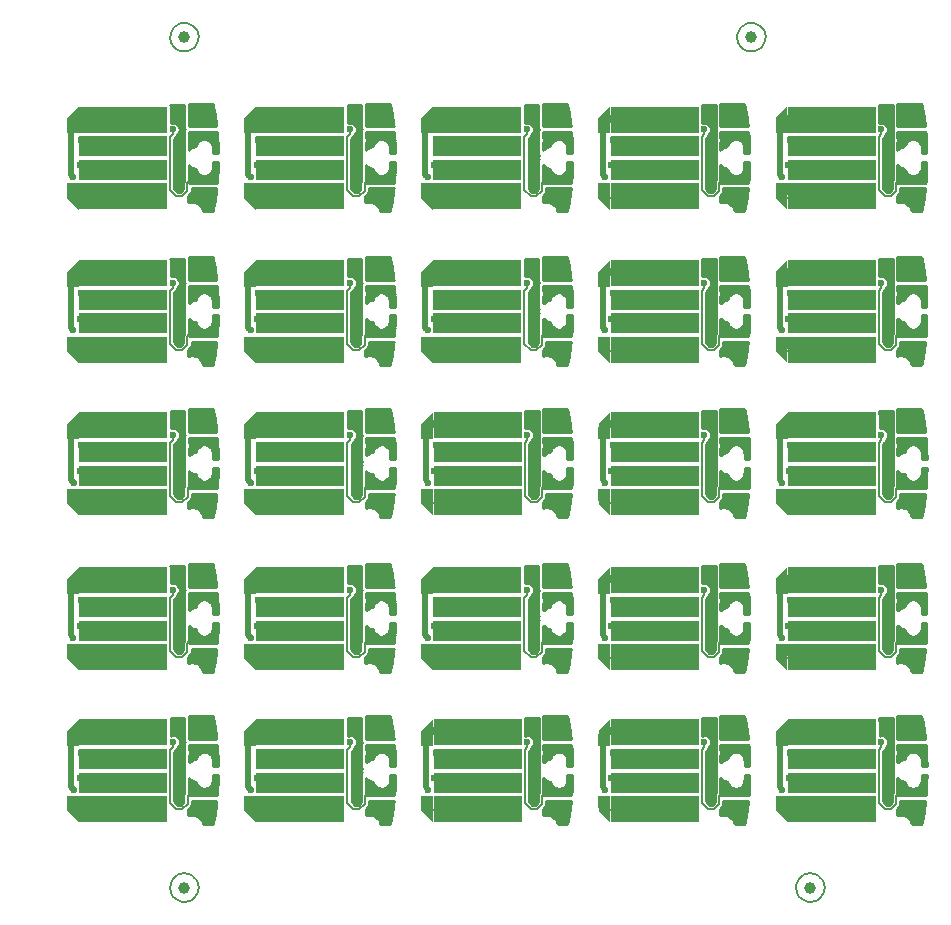
<source format=gtl>
*
%FSLAX26Y26*%
%MOIN*%
%ADD10R,0.295276X0.088583*%
%ADD11R,0.295276X0.068898*%
%ADD12R,0.039370X0.039370*%
%ADD13C,0.023622*%
%ADD14C,0.019685*%
%ADD15C,0.006000*%
%ADD16C,0.010000*%
%ADD17C,0.039370*%
%ADD18C,0.007874*%
%IPPOS*%
%LNa.gtl*%
%LPD*%
%SRX1Y1I0J0*%
G01*
G75*
G54D10*
X169826Y84236D03*
Y340141D03*
G54D11*
Y172818D03*
Y251559D03*
G36*
X22188Y128527D02*
Y39944D01*
X-17182Y79314D01*
Y89157D01*
X22188Y128527D01*
G37*
G36*
Y384433D02*
Y295850D01*
X-17182Y335220D01*
Y345063D01*
X22188Y384433D01*
G37*
G54D12*
X2503Y108842D03*
Y315535D03*
G54D13*
X249747Y353527D03*
X4377Y149196D03*
X27109Y347031D03*
X361164Y249196D03*
X351716Y353527D03*
X335484Y378987D03*
X356834Y105889D03*
X368251Y272425D03*
X348865Y127543D03*
X45810Y111795D03*
X30456Y272980D03*
X25731Y188566D03*
X477897Y243685D03*
X476912Y267307D03*
X475928Y290929D03*
X464117Y56677D03*
X468054Y80299D03*
X471991Y103921D03*
X472975Y327346D03*
X469038Y350968D03*
X465101Y374590D03*
X477897Y184629D03*
X476912Y161007D03*
X474944Y137385D03*
X335275Y307661D03*
G54D14*
X-3403Y156976D02*
Y316519D01*
G54D15*
X27109Y347031D01*
G54D14*
X4377Y149196D02*
X-3403Y156976D01*
G54D15*
X2503Y346047D02*
X26125D01*
X27109Y347031D01*
Y340141D01*
X2503Y315535D01*
X163920Y340141D02*
X157031Y347031D01*
X27109D01*
G54D13*
X354865Y161007D02*
X357548Y250510D01*
X354865Y243588D01*
X335484Y378987D02*
X335275Y379950D01*
G54D15*
X374550Y353921D02*
X360550D01*
X335484Y378987D01*
X348865Y127543D02*
Y113858D01*
X356834Y105889D01*
G54D13*
X354865Y243588D02*
X362739Y260559D01*
G54D15*
X375345Y273164D02*
X362739Y260559D01*
G54D13*
X352897Y127543D02*
X354865Y129511D01*
Y150246D01*
G54D15*
X348865Y127543D02*
X352897D01*
G54D13*
X354865Y150246D02*
Y161007D01*
G54D15*
X9393Y80299D02*
X176716D01*
X9393Y110811D02*
Y80299D01*
X10377Y81283D02*
X9393Y80299D01*
X30456Y272980D02*
X148404D01*
X169826Y251559D01*
G54D13*
X162936Y188566D02*
X176716Y174787D01*
G54D15*
X475928Y290929D02*
Y269275D01*
X477897Y267307D01*
X468054Y80299D02*
Y60614D01*
X464117Y56677D01*
X471991Y103921D02*
Y80299D01*
X468054Y76362D01*
X476912Y137385D02*
X392171D01*
X384393Y129607D01*
Y101952D01*
X366676Y84236D01*
X346991D01*
X326464Y104763D01*
Y282147D02*
X335275Y290958D01*
X326464Y104763D02*
Y282147D01*
X335275Y290958D02*
Y307661D01*
X478881Y161007D02*
Y184629D01*
G36*
X468665Y392203D02*
X469359Y389774D01*
X470123Y386721D01*
X470812Y383962D01*
X471162Y380819D01*
X471260Y380508D01*
X471268Y380182D01*
X472055Y376638D01*
X472087Y376565D01*
X472091Y376485D01*
X472844Y373473D01*
X473603Y369676D01*
X473628Y369616D01*
X473630Y369552D01*
X474340Y366356D01*
X474698Y362774D01*
X474784Y362491D01*
X474785Y362196D01*
X475572Y358259D01*
X476302Y354609D01*
X476667Y350963D01*
X476737Y350731D01*
X476733Y350488D01*
X477478Y346394D01*
X477848Y342695D01*
X477919Y342463D01*
X477914Y342220D01*
X478654Y338153D01*
X479022Y334109D01*
X479413Y329408D01*
X479494Y329127D01*
X479489Y328835D01*
X480225Y324789D01*
X480594Y320353D01*
X480825Y317582D01*
X388408D01*
Y353208D01*
X388550Y353921D01*
X388408Y354633D01*
Y393212D01*
X468287D01*
X468665Y392203D01*
G37*
G54D16*
X469359Y389774D01*
X470123Y386721D01*
X470812Y383962D01*
X471162Y380819D01*
X471260Y380508D01*
X471268Y380182D01*
X472055Y376638D01*
X472087Y376565D01*
X472091Y376485D01*
X472844Y373473D01*
X473603Y369676D01*
X473628Y369616D01*
X473630Y369552D01*
X474340Y366356D01*
X474698Y362774D01*
X474784Y362491D01*
X474785Y362196D01*
X475572Y358259D01*
D03*
X476302Y354609D01*
X476667Y350963D01*
X476737Y350731D01*
X476733Y350488D01*
X477478Y346394D01*
X477848Y342695D01*
X477919Y342463D01*
X477914Y342220D01*
X478654Y338153D01*
X479022Y334109D01*
X479413Y329408D01*
X479494Y329127D01*
X479489Y328835D01*
X480225Y324789D01*
X480594Y320353D01*
X480825Y317582D01*
X388408D01*
Y353208D01*
X388550Y353921D01*
X388408Y354633D01*
Y393212D01*
X468287D01*
X468665Y392203D01*
G36*
X482560Y296375D02*
X482565Y296356D01*
X482563Y296337D01*
X482955Y291630D01*
X483347Y286533D01*
X483353Y286514D01*
X483350Y286495D01*
X483743Y281787D01*
X484117Y276919D01*
Y272031D01*
X484163Y271803D01*
X484135Y271572D01*
X484905Y261565D01*
Y256283D01*
X484950Y256055D01*
X484922Y255824D01*
X485298Y250935D01*
Y240535D01*
X485344Y240307D01*
X485316Y240076D01*
X485692Y235187D01*
Y229000D01*
X469314D01*
Y247622D01*
X469214Y248124D01*
Y248635D01*
X467416Y257675D01*
X466640Y259549D01*
X461519Y267212D01*
X460824Y267907D01*
X460086Y268646D01*
X452422Y273767D01*
X452123Y273890D01*
X450549Y274543D01*
X441509Y276341D01*
X440495Y276341D01*
X439481Y276341D01*
X430441Y274543D01*
X428568Y273767D01*
X420905Y268646D01*
X419471Y267212D01*
X414350Y259549D01*
X413574Y257675D01*
X412453Y252041D01*
X403053Y250171D01*
X401180Y249395D01*
X390323Y242141D01*
X388889Y240707D01*
X388408Y239988D01*
Y261487D01*
X391058Y267867D01*
X391066Y276942D01*
X388408Y283374D01*
Y297740D01*
X482455D01*
X482560Y296375D01*
G37*
G54D16*
X482565Y296356D01*
X482563Y296337D01*
X482955Y291630D01*
X483347Y286533D01*
X483353Y286514D01*
X483350Y286495D01*
X483743Y281787D01*
X484117Y276919D01*
Y272031D01*
X484163Y271803D01*
X484135Y271572D01*
X484905Y261565D01*
Y256283D01*
X484950Y256055D01*
X484922Y255824D01*
X485298Y250935D01*
Y240535D01*
X485344Y240307D01*
X485316Y240076D01*
X485692Y235187D01*
Y229000D01*
X469314D01*
Y247622D01*
X469214Y248124D01*
Y248635D01*
X467416Y257675D01*
X466640Y259549D01*
X461519Y267212D01*
X460824Y267907D01*
X460086Y268646D01*
X452422Y273767D01*
X452123Y273890D01*
X450549Y274543D01*
X441509Y276341D01*
X440495Y276341D01*
X439481Y276341D01*
X430441Y274543D01*
X428568Y273767D01*
X420905Y268646D01*
X419471Y267212D01*
X414350Y259549D01*
X413574Y257675D01*
X412453Y252041D01*
X403053Y250171D01*
X401180Y249395D01*
X390323Y242141D01*
X388889Y240707D01*
X388408Y239988D01*
Y261487D01*
X391058Y267867D01*
X391066Y276942D01*
X388408Y283374D01*
Y297740D01*
X482455D01*
X482560Y296375D01*
G36*
X480594Y107961D02*
X480225Y103525D01*
X479489Y99479D01*
X479494Y99187D01*
X479413Y98906D01*
X479022Y94205D01*
X478654Y90161D01*
X477914Y86094D01*
X477919Y85851D01*
X477848Y85619D01*
X477478Y81920D01*
X476733Y77826D01*
X476737Y77583D01*
X476667Y77351D01*
X476302Y73705D01*
X475572Y70055D01*
X474785Y66118D01*
X474784Y65823D01*
X474698Y65540D01*
X474340Y61958D01*
X473630Y58762D01*
X473628Y58698D01*
X473603Y58638D01*
X472844Y54841D01*
X472091Y51829D01*
X472087Y51749D01*
X472055Y51676D01*
X471268Y48132D01*
X471260Y47806D01*
X471162Y47495D01*
X470812Y44352D01*
X470123Y41593D01*
X469359Y38540D01*
X468665Y36111D01*
X468287Y35102D01*
X436548D01*
X435109Y42338D01*
X435068Y42437D01*
X434669Y43399D01*
X434215Y44495D01*
X427388Y54713D01*
X425737Y56364D01*
X415519Y63192D01*
X414121Y63771D01*
X413361Y64086D01*
X401308Y66483D01*
X400141Y66483D01*
X398973D01*
X387424Y64186D01*
Y85185D01*
X394292Y92053D01*
X397327Y96595D01*
X398393Y101952D01*
Y110732D01*
X480825D01*
X480594Y107961D01*
G37*
G54D16*
X480225Y103525D01*
X479489Y99479D01*
X479494Y99187D01*
X479413Y98906D01*
X479022Y94205D01*
X478654Y90161D01*
X477914Y86094D01*
X477919Y85851D01*
X477848Y85619D01*
X477478Y81920D01*
X476733Y77826D01*
X476737Y77583D01*
X476667Y77351D01*
X476302Y73705D01*
X475572Y70055D01*
D03*
X474785Y66118D01*
X474784Y65823D01*
X474698Y65540D01*
X474340Y61958D01*
X473630Y58762D01*
X473628Y58698D01*
X473603Y58638D01*
X472844Y54841D01*
X472091Y51829D01*
X472087Y51749D01*
X472055Y51676D01*
X471268Y48132D01*
X471260Y47806D01*
X471162Y47495D01*
X470812Y44352D01*
X470123Y41593D01*
X469359Y38540D01*
X468665Y36111D01*
X468287Y35102D01*
X436548D01*
X435109Y42338D01*
X435068Y42437D01*
X434669Y43399D01*
X434215Y44495D01*
D03*
X434215Y44495D02*
X427388Y54713D01*
D03*
Y54713D02*
X425737Y56364D01*
X415519Y63192D01*
D03*
X415519Y63192D02*
X414121Y63771D01*
X413361Y64086D01*
D03*
X413361D02*
X401308Y66483D01*
D03*
X401308Y66483D02*
X400141D01*
X398973D01*
D03*
X398973Y66483D02*
X387424Y64186D01*
Y85185D01*
X394292Y92053D01*
X397327Y96595D01*
X398393Y101952D01*
Y110732D01*
X480825D01*
X480594Y107961D01*
G36*
X485692Y193127D02*
X485316Y188238D01*
X485344Y188007D01*
X485298Y187779D01*
Y177379D01*
X484922Y172490D01*
X484950Y172259D01*
X484905Y172031D01*
Y166749D01*
X484135Y156742D01*
X484163Y156511D01*
X484117Y156283D01*
Y151395D01*
X483743Y146527D01*
X483350Y141819D01*
X483353Y141800D01*
X483347Y141781D01*
X482955Y136684D01*
X482563Y131977D01*
X482565Y131957D01*
X482560Y131939D01*
X482455Y130574D01*
X388408D01*
Y188326D01*
X388889Y187607D01*
X390323Y186173D01*
X401180Y178919D01*
X403053Y178143D01*
X412453Y176273D01*
X413574Y170639D01*
X414119Y169324D01*
X414350Y168765D01*
X419471Y161102D01*
X420615Y159958D01*
X420905Y159668D01*
X428568Y154547D01*
X430441Y153771D01*
X439481Y151973D01*
X441509D01*
X450549Y153771D01*
X452422Y154547D01*
X460086Y159668D01*
X461519Y161102D01*
X466640Y168765D01*
X467416Y170639D01*
X469214Y179679D01*
Y180190D01*
X469314Y180692D01*
Y199314D01*
X485692D01*
Y193127D01*
G37*
G54D16*
X485316Y188238D01*
X485344Y188007D01*
X485298Y187779D01*
Y177379D01*
X484922Y172490D01*
X484950Y172259D01*
X484905Y172031D01*
Y166749D01*
X484135Y156742D01*
X484163Y156511D01*
X484117Y156283D01*
Y151395D01*
X483743Y146527D01*
X483350Y141819D01*
X483353Y141800D01*
X483347Y141781D01*
X482955Y136684D01*
X482563Y131977D01*
X482565Y131957D01*
X482560Y131939D01*
X482455Y130574D01*
X388408D01*
Y188326D01*
X388889Y187607D01*
X390323Y186173D01*
X401180Y178919D01*
X403053Y178143D01*
X412453Y176273D01*
X413574Y170639D01*
X414119Y169324D01*
X414350Y168765D01*
X419471Y161102D01*
X420615Y159958D01*
X420905Y159668D01*
X428568Y154547D01*
X430441Y153771D01*
X439481Y151973D01*
X441509D01*
X450549Y153771D01*
X452422Y154547D01*
X460086Y159668D01*
X461519Y161102D01*
X466640Y168765D01*
X467416Y170639D01*
X469214Y179679D01*
Y180190D01*
X469314Y180692D01*
Y199314D01*
X485692D01*
Y193127D01*
G36*
X373290Y312582D02*
X373982Y308905D01*
X374772Y307678D01*
X374088Y306676D01*
X373290Y302740D01*
Y224000D01*
X373982Y220322D01*
X374086Y220161D01*
X373292Y216169D01*
Y212145D01*
X374077Y208198D01*
X373290Y204314D01*
Y137706D01*
X371458Y134965D01*
X370537Y130330D01*
X370393Y129607D01*
Y107751D01*
X360877Y98236D01*
X352790D01*
X340464Y110562D01*
Y276348D01*
X345174Y281058D01*
X345901Y282147D01*
X348209Y285600D01*
X348889Y289020D01*
X354602Y294723D01*
X358082Y303104D01*
X358090Y312178D01*
X354624Y320565D01*
X348213Y326988D01*
X339832Y330468D01*
X330757Y330476D01*
X328679Y329617D01*
Y384433D01*
X327990Y388094D01*
X373290D01*
Y312582D01*
G37*
G54D16*
X373982Y308905D01*
X374772Y307678D01*
X374088Y306676D01*
X373290Y302740D01*
Y224000D01*
X373982Y220322D01*
X374086Y220161D01*
X373292Y216169D01*
Y212145D01*
X374077Y208198D01*
X373290Y204314D01*
Y137706D01*
X371458Y134965D01*
X370537Y130330D01*
X370393Y129607D01*
Y107751D01*
X360877Y98236D01*
X352790D01*
X340464Y110562D01*
Y276348D01*
X345174Y281058D01*
X345901Y282147D01*
X348209Y285600D01*
X348889Y289020D01*
X354602Y294723D01*
X358082Y303104D01*
X358090Y312178D01*
X354624Y320565D01*
X348213Y326988D01*
X339832Y330468D01*
X330757Y330476D01*
X328679Y329617D01*
Y384433D01*
X327990Y388094D01*
X373290D01*
Y312582D01*
G54D10*
X760377Y84236D03*
Y340141D03*
G54D11*
Y172818D03*
Y251559D03*
G36*
X612739Y128527D02*
Y39944D01*
X573369Y79314D01*
Y89157D01*
X612739Y128527D01*
G37*
G36*
Y384433D02*
Y295850D01*
X573369Y335220D01*
Y345063D01*
X612739Y384433D01*
G37*
G54D12*
X593054Y108842D03*
Y315535D03*
G54D13*
X840298Y353527D03*
X594928Y149196D03*
X617660Y347031D03*
X951715Y249196D03*
X942267Y353527D03*
X926035Y378987D03*
X947385Y105889D03*
X958802Y272425D03*
X939416Y127543D03*
X636361Y111795D03*
X621007Y272980D03*
X616282Y188566D03*
X1068448Y243685D03*
X1067463Y267307D03*
X1066479Y290929D03*
X1054668Y56677D03*
X1058605Y80299D03*
X1062542Y103921D03*
X1063526Y327346D03*
X1059589Y350968D03*
X1055652Y374590D03*
X1068448Y184629D03*
X1067463Y161007D03*
X1065495Y137385D03*
X925826Y307661D03*
G54D14*
X587148Y156976D02*
Y316519D01*
G54D15*
X617660Y347031D01*
G54D14*
X594928Y149196D02*
X587148Y156976D01*
G54D15*
X593054Y346047D02*
X616676D01*
X617660Y347031D01*
Y340141D01*
X593054Y315535D01*
X754471Y340141D02*
X747581Y347031D01*
X617660D01*
G54D13*
X945416Y161007D02*
X948099Y250510D01*
X945416Y243588D01*
X926035Y378987D02*
X925826Y379950D01*
G54D15*
X965101Y353921D02*
X951101D01*
X926035Y378987D01*
X939416Y127543D02*
Y113858D01*
X947385Y105889D01*
G54D13*
X945416Y243588D02*
X953290Y260559D01*
G54D15*
X965896Y273164D02*
X953290Y260559D01*
G54D13*
X943448Y127543D02*
X945416Y129511D01*
Y150246D01*
G54D15*
X939416Y127543D02*
X943448D01*
G54D13*
X945416Y150246D02*
Y161007D01*
G54D15*
X599944Y80299D02*
X767267D01*
X599944Y110811D02*
Y80299D01*
X600928Y81283D02*
X599944Y80299D01*
X621007Y272980D02*
X738955D01*
X760377Y251559D01*
G54D13*
X753487Y188566D02*
X767267Y174787D01*
G54D15*
X1066479Y290929D02*
Y269275D01*
X1068448Y267307D01*
X1058605Y80299D02*
Y60614D01*
X1054668Y56677D01*
X1062542Y103921D02*
Y80299D01*
X1058605Y76362D01*
X1067463Y137385D02*
X982722D01*
X974944Y129607D01*
Y101952D01*
X957227Y84236D01*
X937542D01*
X917015Y104763D01*
Y282147D02*
X925826Y290958D01*
X917015Y104763D02*
Y282147D01*
X925826Y290958D02*
Y307661D01*
X1069432Y161007D02*
Y184629D01*
G36*
X1059216Y392203D02*
X1059910Y389774D01*
X1060674Y386721D01*
X1061363Y383962D01*
X1061713Y380819D01*
X1061811Y380508D01*
X1061819Y380182D01*
X1062606Y376638D01*
X1062638Y376565D01*
X1062642Y376485D01*
X1063395Y373473D01*
X1064154Y369676D01*
X1064179Y369616D01*
X1064181Y369552D01*
X1064891Y366356D01*
X1065249Y362774D01*
X1065335Y362491D01*
X1065336Y362196D01*
X1066123Y358259D01*
X1066853Y354609D01*
X1067218Y350963D01*
X1067288Y350731D01*
X1067284Y350488D01*
X1068029Y346394D01*
X1068399Y342695D01*
X1068469Y342463D01*
X1068465Y342220D01*
X1069205Y338153D01*
X1069573Y334109D01*
X1069964Y329408D01*
X1070045Y329127D01*
X1070040Y328835D01*
X1070776Y324789D01*
X1071145Y320353D01*
X1071376Y317582D01*
X978959D01*
Y353208D01*
X979101Y353921D01*
X978959Y354633D01*
Y393212D01*
X1058838D01*
X1059216Y392203D01*
G37*
G54D16*
X1059910Y389774D01*
X1060674Y386721D01*
X1061363Y383962D01*
X1061713Y380819D01*
X1061811Y380508D01*
X1061819Y380182D01*
X1062606Y376638D01*
X1062638Y376565D01*
X1062642Y376485D01*
X1063395Y373473D01*
X1064154Y369676D01*
X1064179Y369616D01*
X1064181Y369552D01*
X1064891Y366356D01*
X1065249Y362774D01*
X1065335Y362491D01*
X1065336Y362196D01*
X1066123Y358259D01*
D03*
X1066853Y354609D01*
X1067218Y350963D01*
X1067288Y350731D01*
X1067284Y350488D01*
X1068029Y346394D01*
X1068399Y342695D01*
X1068469Y342463D01*
X1068465Y342220D01*
X1069205Y338153D01*
X1069573Y334109D01*
X1069964Y329408D01*
X1070045Y329127D01*
X1070040Y328835D01*
X1070776Y324789D01*
X1071145Y320353D01*
X1071376Y317582D01*
X978959D01*
Y353208D01*
X979101Y353921D01*
X978959Y354633D01*
Y393212D01*
X1058838D01*
X1059216Y392203D01*
G36*
X1073111Y296375D02*
X1073116Y296356D01*
X1073114Y296337D01*
X1073506Y291630D01*
X1073898Y286533D01*
X1073904Y286514D01*
X1073901Y286495D01*
X1074294Y281787D01*
X1074668Y276919D01*
Y272031D01*
X1074713Y271803D01*
X1074686Y271572D01*
X1075456Y261565D01*
Y256283D01*
X1075501Y256055D01*
X1075473Y255824D01*
X1075849Y250935D01*
Y240535D01*
X1075895Y240307D01*
X1075867Y240076D01*
X1076243Y235187D01*
Y229000D01*
X1059865D01*
Y247622D01*
X1059765Y248124D01*
Y248635D01*
X1057967Y257675D01*
X1057191Y259549D01*
X1052070Y267212D01*
X1051375Y267907D01*
X1050637Y268646D01*
X1042973Y273767D01*
X1042674Y273890D01*
X1041100Y274543D01*
X1032060Y276341D01*
X1031046Y276341D01*
X1030032Y276341D01*
X1020992Y274543D01*
X1019119Y273767D01*
X1011456Y268646D01*
X1010022Y267212D01*
X1004901Y259549D01*
X1004125Y257675D01*
X1003004Y252041D01*
X993604Y250171D01*
X991731Y249395D01*
X980874Y242141D01*
X979440Y240707D01*
X978959Y239988D01*
Y261487D01*
X981609Y267867D01*
X981617Y276942D01*
X978959Y283374D01*
Y297740D01*
X1073006D01*
X1073111Y296375D01*
G37*
G54D16*
X1073116Y296356D01*
X1073114Y296337D01*
X1073506Y291630D01*
X1073898Y286533D01*
X1073904Y286514D01*
X1073901Y286495D01*
X1074294Y281787D01*
X1074668Y276919D01*
Y272031D01*
X1074713Y271803D01*
X1074686Y271572D01*
X1075456Y261565D01*
Y256283D01*
X1075501Y256055D01*
X1075473Y255824D01*
X1075849Y250935D01*
Y240535D01*
X1075895Y240307D01*
X1075867Y240076D01*
X1076243Y235187D01*
Y229000D01*
X1059865D01*
Y247622D01*
X1059765Y248124D01*
Y248635D01*
X1057967Y257675D01*
X1057191Y259549D01*
X1052070Y267212D01*
X1051375Y267907D01*
X1050637Y268646D01*
X1042973Y273767D01*
X1042674Y273890D01*
X1041100Y274543D01*
X1032060Y276341D01*
X1031046Y276341D01*
X1030032Y276341D01*
X1020992Y274543D01*
X1019119Y273767D01*
X1011456Y268646D01*
X1010022Y267212D01*
X1004901Y259549D01*
X1004125Y257675D01*
X1003004Y252041D01*
X993604Y250171D01*
X991731Y249395D01*
X980874Y242141D01*
X979440Y240707D01*
X978959Y239988D01*
Y261487D01*
X981609Y267867D01*
X981617Y276942D01*
X978959Y283374D01*
Y297740D01*
X1073006D01*
X1073111Y296375D01*
G36*
X1071145Y107961D02*
X1070776Y103525D01*
X1070040Y99479D01*
X1070045Y99187D01*
X1069964Y98906D01*
X1069573Y94205D01*
X1069205Y90161D01*
X1068465Y86094D01*
X1068469Y85851D01*
X1068399Y85619D01*
X1068029Y81920D01*
X1067284Y77826D01*
X1067288Y77583D01*
X1067218Y77351D01*
X1066853Y73705D01*
X1066123Y70055D01*
X1065336Y66118D01*
X1065335Y65823D01*
X1065249Y65540D01*
X1064891Y61958D01*
X1064181Y58762D01*
X1064179Y58698D01*
X1064154Y58638D01*
X1063395Y54841D01*
X1062642Y51829D01*
X1062638Y51749D01*
X1062606Y51676D01*
X1061819Y48132D01*
X1061811Y47806D01*
X1061713Y47495D01*
X1061363Y44352D01*
X1060674Y41593D01*
X1059910Y38540D01*
X1059216Y36111D01*
X1058838Y35102D01*
X1027099D01*
X1025660Y42338D01*
X1025619Y42437D01*
X1025220Y43399D01*
X1024766Y44495D01*
X1017939Y54713D01*
X1016288Y56364D01*
X1006069Y63192D01*
X1004672Y63771D01*
X1003912Y64086D01*
X991859Y66483D01*
X990692Y66483D01*
X989524D01*
X977975Y64186D01*
Y85185D01*
X984843Y92053D01*
X987878Y96595D01*
X988944Y101952D01*
Y110732D01*
X1071376D01*
X1071145Y107961D01*
G37*
G54D16*
X1070776Y103525D01*
X1070040Y99479D01*
X1070045Y99187D01*
X1069964Y98906D01*
X1069573Y94205D01*
X1069205Y90161D01*
X1068465Y86094D01*
X1068469Y85851D01*
X1068399Y85619D01*
X1068029Y81920D01*
X1067284Y77826D01*
X1067288Y77583D01*
X1067218Y77351D01*
X1066853Y73705D01*
X1066123Y70055D01*
D03*
X1065336Y66118D01*
X1065335Y65823D01*
X1065249Y65540D01*
X1064891Y61958D01*
X1064181Y58762D01*
X1064179Y58698D01*
X1064154Y58638D01*
X1063395Y54841D01*
X1062642Y51829D01*
X1062638Y51749D01*
X1062606Y51676D01*
X1061819Y48132D01*
X1061811Y47806D01*
X1061713Y47495D01*
X1061363Y44352D01*
X1060674Y41593D01*
X1059910Y38540D01*
X1059216Y36111D01*
X1058838Y35102D01*
X1027099D01*
X1025660Y42338D01*
X1025619Y42437D01*
X1025220Y43399D01*
X1024766Y44495D01*
D03*
X1024766Y44495D02*
X1017939Y54713D01*
D03*
Y54713D02*
X1016288Y56364D01*
X1006070Y63192D01*
X1006069Y63192D01*
X1004672Y63771D01*
X1003912Y64086D01*
D03*
X1003912D02*
X991859Y66483D01*
D03*
X991859Y66483D02*
X990692D01*
X989524D01*
D03*
X989524Y66483D02*
X977975Y64186D01*
Y85185D01*
X984843Y92053D01*
X987878Y96595D01*
X988944Y101952D01*
Y110732D01*
X1071376D01*
X1071145Y107961D01*
G36*
X1076243Y193127D02*
X1075867Y188238D01*
X1075895Y188007D01*
X1075849Y187779D01*
Y177379D01*
X1075473Y172490D01*
X1075501Y172259D01*
X1075456Y172031D01*
Y166749D01*
X1074686Y156742D01*
X1074713Y156511D01*
X1074668Y156283D01*
Y151395D01*
X1074294Y146527D01*
X1073901Y141819D01*
X1073904Y141800D01*
X1073898Y141781D01*
X1073506Y136684D01*
X1073114Y131977D01*
X1073116Y131957D01*
X1073111Y131939D01*
X1073006Y130574D01*
X978959D01*
Y188326D01*
X979440Y187607D01*
X980874Y186173D01*
X991731Y178919D01*
X993604Y178143D01*
X1003004Y176273D01*
X1004125Y170639D01*
X1004670Y169324D01*
X1004901Y168765D01*
X1010022Y161102D01*
X1011166Y159958D01*
X1011456Y159668D01*
X1019119Y154547D01*
X1020992Y153771D01*
X1030032Y151973D01*
X1032060D01*
X1041100Y153771D01*
X1042973Y154547D01*
X1050637Y159668D01*
X1052070Y161102D01*
X1057191Y168765D01*
X1057967Y170639D01*
X1059765Y179679D01*
Y180190D01*
X1059865Y180692D01*
Y199314D01*
X1076243D01*
Y193127D01*
G37*
G54D16*
X1075867Y188238D01*
X1075895Y188007D01*
X1075849Y187779D01*
Y177379D01*
X1075473Y172490D01*
X1075501Y172259D01*
X1075456Y172031D01*
Y166749D01*
X1074686Y156742D01*
X1074713Y156511D01*
X1074668Y156283D01*
Y151395D01*
X1074294Y146527D01*
X1073901Y141819D01*
X1073904Y141800D01*
X1073898Y141781D01*
X1073506Y136684D01*
X1073114Y131977D01*
X1073116Y131957D01*
X1073111Y131939D01*
X1073006Y130574D01*
X978959D01*
Y188326D01*
X979440Y187607D01*
X980874Y186173D01*
X991731Y178919D01*
X993604Y178143D01*
X1003004Y176273D01*
X1004125Y170639D01*
X1004670Y169324D01*
X1004901Y168765D01*
X1010022Y161102D01*
X1011166Y159958D01*
X1011456Y159668D01*
X1019119Y154547D01*
X1020992Y153771D01*
X1030032Y151973D01*
X1032060D01*
X1041100Y153771D01*
X1042973Y154547D01*
X1050637Y159668D01*
X1052070Y161102D01*
X1057191Y168765D01*
X1057967Y170639D01*
X1059765Y179679D01*
Y180190D01*
X1059865Y180692D01*
Y199314D01*
X1076243D01*
Y193127D01*
G36*
X963841Y312582D02*
X964533Y308905D01*
X965323Y307678D01*
X964638Y306676D01*
X963841Y302740D01*
Y224000D01*
X964533Y220322D01*
X964637Y220161D01*
X963843Y216169D01*
Y212145D01*
X964628Y208198D01*
X963841Y204314D01*
Y137706D01*
X962009Y134965D01*
X961088Y130330D01*
X960944Y129607D01*
Y107751D01*
X951428Y98236D01*
X943341D01*
X931015Y110562D01*
Y276348D01*
X935725Y281058D01*
X936452Y282147D01*
X938760Y285600D01*
X939440Y289020D01*
X945153Y294723D01*
X948633Y303104D01*
X948641Y312178D01*
X945175Y320565D01*
X938764Y326988D01*
X930383Y330468D01*
X921308Y330476D01*
X919230Y329617D01*
Y384433D01*
X918541Y388094D01*
X963841D01*
Y312582D01*
G37*
G54D16*
X964533Y308905D01*
X965323Y307678D01*
X964638Y306676D01*
X963841Y302740D01*
Y224000D01*
X964533Y220322D01*
X964637Y220161D01*
X963843Y216169D01*
Y212145D01*
X964628Y208198D01*
X963841Y204314D01*
Y137706D01*
X962009Y134965D01*
X961088Y130330D01*
X960944Y129607D01*
Y107751D01*
X951428Y98236D01*
X943341D01*
X931015Y110562D01*
Y276348D01*
X935725Y281058D01*
X936452Y282147D01*
X938760Y285600D01*
X939440Y289020D01*
X945153Y294723D01*
X948633Y303104D01*
X948641Y312178D01*
X945175Y320565D01*
X938764Y326988D01*
X930383Y330468D01*
X921308Y330476D01*
X919230Y329617D01*
Y384433D01*
X918541Y388094D01*
X963841D01*
Y312582D01*
G54D10*
X1350928Y84236D03*
Y340141D03*
G54D11*
Y172818D03*
Y251559D03*
G36*
X1203290Y128527D02*
Y39944D01*
X1163920Y79314D01*
Y89157D01*
X1203290Y128527D01*
G37*
G36*
Y384433D02*
Y295850D01*
X1163920Y335220D01*
Y345063D01*
X1203290Y384433D01*
G37*
G54D12*
X1183605Y108842D03*
Y315535D03*
G54D13*
X1430849Y353527D03*
X1185479Y149196D03*
X1208211Y347031D03*
X1542266Y249196D03*
X1532818Y353527D03*
X1516586Y378987D03*
X1537936Y105889D03*
X1549353Y272425D03*
X1529967Y127543D03*
X1226912Y111795D03*
X1211558Y272980D03*
X1206833Y188566D03*
X1658999Y243685D03*
X1658014Y267307D03*
X1657030Y290929D03*
X1645219Y56677D03*
X1649156Y80299D03*
X1653093Y103921D03*
X1654077Y327346D03*
X1650140Y350968D03*
X1646203Y374590D03*
X1658999Y184629D03*
X1658014Y161007D03*
X1656046Y137385D03*
X1516377Y307661D03*
G54D14*
X1177700Y156976D02*
Y316519D01*
G54D15*
X1208211Y347031D01*
G54D14*
X1185479Y149196D02*
X1177700Y156976D01*
G54D15*
X1183605Y346047D02*
X1207227D01*
X1208211Y347031D01*
Y340141D01*
X1183605Y315535D01*
X1345022Y340141D02*
X1338133Y347031D01*
X1208211D01*
G54D13*
X1535967Y161007D02*
X1538650Y250510D01*
X1535967Y243588D01*
X1516586Y378987D02*
X1516377Y379950D01*
G54D15*
X1555652Y353921D02*
X1541652D01*
X1516586Y378987D01*
X1529967Y127543D02*
Y113858D01*
X1537936Y105889D01*
G54D13*
X1535967Y243588D02*
X1543841Y260559D01*
G54D15*
X1556447Y273164D02*
X1543841Y260559D01*
G54D13*
X1533999Y127543D02*
X1535967Y129511D01*
Y150246D01*
G54D15*
X1529967Y127543D02*
X1533999D01*
G54D13*
X1535967Y150246D02*
Y161007D01*
G54D15*
X1190495Y80299D02*
X1357818D01*
X1190495Y110811D02*
Y80299D01*
X1191479Y81283D02*
X1190495Y80299D01*
X1211558Y272980D02*
X1329506D01*
X1350928Y251559D01*
G54D13*
X1344038Y188566D02*
X1357818Y174787D01*
G54D15*
X1657030Y290929D02*
Y269275D01*
X1658999Y267307D01*
X1649156Y80299D02*
Y60614D01*
X1645219Y56677D01*
X1653093Y103921D02*
Y80299D01*
X1649156Y76362D01*
X1658014Y137385D02*
X1573273D01*
X1565495Y129607D01*
Y101952D01*
X1547778Y84236D01*
X1528093D01*
X1507566Y104763D01*
Y282147D02*
X1516377Y290958D01*
X1507566Y104763D02*
Y282147D01*
X1516377Y290958D02*
Y307661D01*
X1659983Y161007D02*
Y184629D01*
G36*
X1649768Y392203D02*
X1650462Y389774D01*
X1651225Y386721D01*
X1651914Y383962D01*
X1652264Y380819D01*
X1652362Y380508D01*
X1652370Y380182D01*
X1653157Y376638D01*
X1653189Y376565D01*
X1653193Y376485D01*
X1653946Y373473D01*
X1654706Y369676D01*
X1654730Y369616D01*
X1654732Y369552D01*
X1655442Y366356D01*
X1655800Y362774D01*
X1655886Y362491D01*
X1655887Y362196D01*
X1656674Y358259D01*
X1657404Y354609D01*
X1657769Y350963D01*
X1657839Y350731D01*
X1657835Y350488D01*
X1658580Y346394D01*
X1658950Y342695D01*
X1659021Y342463D01*
X1659017Y342220D01*
X1659756Y338153D01*
X1660124Y334109D01*
X1660515Y329408D01*
X1660596Y329127D01*
X1660591Y328835D01*
X1661327Y324789D01*
X1661697Y320353D01*
X1661927Y317582D01*
X1569511D01*
Y353208D01*
X1569652Y353921D01*
X1569511Y354633D01*
Y393212D01*
X1649389D01*
X1649768Y392203D01*
G37*
G54D16*
X1650462Y389774D01*
X1651225Y386721D01*
X1651914Y383962D01*
X1652264Y380819D01*
X1652362Y380508D01*
X1652370Y380182D01*
X1653157Y376638D01*
X1653189Y376565D01*
X1653193Y376485D01*
X1653946Y373473D01*
X1654706Y369676D01*
X1654730Y369616D01*
X1654732Y369552D01*
X1655442Y366356D01*
X1655800Y362774D01*
X1655886Y362491D01*
X1655887Y362196D01*
X1656674Y358259D01*
D03*
X1657404Y354609D01*
X1657769Y350963D01*
X1657839Y350731D01*
X1657835Y350488D01*
X1658580Y346394D01*
X1658950Y342695D01*
X1659021Y342463D01*
X1659017Y342220D01*
X1659756Y338153D01*
X1660124Y334109D01*
X1660515Y329408D01*
X1660596Y329127D01*
X1660591Y328835D01*
X1661327Y324789D01*
X1661697Y320353D01*
X1661927Y317582D01*
X1569511D01*
Y353208D01*
X1569652Y353921D01*
X1569511Y354633D01*
Y393212D01*
X1649389D01*
X1649768Y392203D01*
G36*
X1663662Y296375D02*
X1663667Y296356D01*
X1663665Y296337D01*
X1664057Y291630D01*
X1664449Y286533D01*
X1664455Y286514D01*
X1664452Y286495D01*
X1664845Y281787D01*
X1665219Y276919D01*
Y272031D01*
X1665265Y271803D01*
X1665237Y271572D01*
X1666007Y261565D01*
Y256283D01*
X1666052Y256055D01*
X1666024Y255824D01*
X1666400Y250935D01*
Y240535D01*
X1666446Y240307D01*
X1666418Y240076D01*
X1666794Y235187D01*
Y229000D01*
X1650416D01*
Y247622D01*
X1650316Y248124D01*
Y248635D01*
X1648518Y257675D01*
X1647742Y259549D01*
X1642621Y267212D01*
X1641926Y267907D01*
X1641188Y268646D01*
X1633524Y273767D01*
X1633225Y273890D01*
X1631651Y274543D01*
X1622611Y276341D01*
X1621597Y276341D01*
X1620583Y276341D01*
X1611544Y274543D01*
X1609670Y273767D01*
X1602007Y268646D01*
X1600573Y267212D01*
X1595452Y259549D01*
X1594676Y257675D01*
X1593556Y252041D01*
X1584155Y250171D01*
X1582282Y249395D01*
X1571425Y242141D01*
X1569991Y240707D01*
X1569511Y239988D01*
Y261487D01*
X1572160Y267867D01*
X1572168Y276942D01*
X1569511Y283374D01*
Y297740D01*
X1663557D01*
X1663662Y296375D01*
G37*
G54D16*
X1663667Y296356D01*
X1663665Y296337D01*
X1664057Y291630D01*
X1664449Y286533D01*
X1664455Y286514D01*
X1664452Y286495D01*
X1664845Y281787D01*
X1665219Y276919D01*
Y272031D01*
X1665265Y271803D01*
X1665237Y271572D01*
X1666007Y261565D01*
Y256283D01*
X1666052Y256055D01*
X1666024Y255824D01*
X1666400Y250935D01*
Y240535D01*
X1666446Y240307D01*
X1666418Y240076D01*
X1666794Y235187D01*
Y229000D01*
X1650416D01*
Y247622D01*
X1650316Y248124D01*
Y248635D01*
X1648518Y257675D01*
X1647742Y259549D01*
X1642621Y267212D01*
X1641926Y267907D01*
X1641188Y268646D01*
X1633524Y273767D01*
X1633225Y273890D01*
X1631651Y274543D01*
X1622611Y276341D01*
X1621597Y276341D01*
X1620583Y276341D01*
X1611544Y274543D01*
X1609670Y273767D01*
X1602007Y268646D01*
X1600573Y267212D01*
X1595452Y259549D01*
X1594676Y257675D01*
X1593556Y252041D01*
X1584155Y250171D01*
X1582282Y249395D01*
X1571425Y242141D01*
X1569991Y240707D01*
X1569511Y239988D01*
Y261487D01*
X1572160Y267867D01*
X1572168Y276942D01*
X1569511Y283374D01*
Y297740D01*
X1663557D01*
X1663662Y296375D01*
G36*
X1661697Y107961D02*
X1661327Y103525D01*
X1660591Y99479D01*
X1660596Y99187D01*
X1660515Y98906D01*
X1660124Y94205D01*
X1659756Y90161D01*
X1659017Y86094D01*
X1659021Y85851D01*
X1658950Y85619D01*
X1658580Y81920D01*
X1657835Y77826D01*
X1657839Y77583D01*
X1657769Y77351D01*
X1657404Y73705D01*
X1656674Y70055D01*
X1655887Y66118D01*
X1655886Y65823D01*
X1655800Y65540D01*
X1655442Y61958D01*
X1654732Y58762D01*
X1654730Y58698D01*
X1654706Y58638D01*
X1653946Y54841D01*
X1653193Y51829D01*
X1653189Y51749D01*
X1653157Y51676D01*
X1652370Y48132D01*
X1652362Y47806D01*
X1652264Y47495D01*
X1651914Y44352D01*
X1651225Y41593D01*
X1650462Y38540D01*
X1649768Y36111D01*
X1649389Y35102D01*
X1617650D01*
X1616211Y42338D01*
X1616170Y42437D01*
X1615771Y43399D01*
X1615317Y44495D01*
X1608490Y54713D01*
X1606839Y56364D01*
X1596621Y63192D01*
X1595223Y63771D01*
X1594463Y64086D01*
X1582411Y66483D01*
X1581243Y66483D01*
X1580075D01*
X1568526Y64186D01*
Y85185D01*
X1575394Y92053D01*
X1578429Y96595D01*
X1579495Y101952D01*
Y110732D01*
X1661927D01*
X1661697Y107961D01*
G37*
G54D16*
X1661327Y103525D01*
X1660591Y99479D01*
X1660596Y99187D01*
X1660515Y98906D01*
X1660124Y94205D01*
X1659756Y90161D01*
X1659017Y86094D01*
X1659021Y85851D01*
X1658950Y85619D01*
X1658580Y81920D01*
X1657835Y77826D01*
X1657839Y77583D01*
X1657769Y77351D01*
X1657404Y73705D01*
X1656674Y70055D01*
D03*
X1655887Y66118D01*
X1655886Y65823D01*
X1655800Y65540D01*
X1655442Y61958D01*
X1654732Y58762D01*
X1654730Y58698D01*
X1654706Y58638D01*
X1653946Y54841D01*
X1653193Y51829D01*
X1653189Y51749D01*
X1653157Y51676D01*
X1652370Y48132D01*
X1652362Y47806D01*
X1652264Y47495D01*
X1651914Y44352D01*
X1651225Y41593D01*
X1650462Y38540D01*
X1649768Y36111D01*
X1649389Y35102D01*
X1617650D01*
X1616211Y42338D01*
X1616170Y42437D01*
X1615771Y43399D01*
X1615317Y44495D01*
D03*
X1615317Y44495D02*
X1608490Y54713D01*
D03*
Y54713D02*
X1606839Y56364D01*
X1596621Y63192D01*
D03*
X1596621Y63192D02*
X1595223Y63771D01*
X1594463Y64086D01*
D03*
X1594463D02*
X1582411Y66483D01*
X1582410Y66483D01*
X1581243D01*
X1580075D01*
D03*
X1580075Y66483D02*
X1568526Y64186D01*
Y85185D01*
X1575394Y92053D01*
X1578429Y96595D01*
X1579495Y101952D01*
Y110732D01*
X1661927D01*
X1661697Y107961D01*
G36*
X1666794Y193127D02*
X1666418Y188238D01*
X1666446Y188007D01*
X1666400Y187779D01*
Y177379D01*
X1666024Y172490D01*
X1666052Y172259D01*
X1666007Y172031D01*
Y166749D01*
X1665237Y156742D01*
X1665265Y156511D01*
X1665219Y156283D01*
Y151395D01*
X1664845Y146527D01*
X1664452Y141819D01*
X1664455Y141800D01*
X1664449Y141781D01*
X1664057Y136684D01*
X1663665Y131977D01*
X1663667Y131957D01*
X1663662Y131939D01*
X1663557Y130574D01*
X1569511D01*
Y188326D01*
X1569991Y187607D01*
X1571425Y186173D01*
X1582282Y178919D01*
X1584155Y178143D01*
X1593556Y176273D01*
X1594676Y170639D01*
X1595221Y169324D01*
X1595452Y168765D01*
X1600573Y161102D01*
X1601717Y159958D01*
X1602007Y159668D01*
X1609670Y154547D01*
X1611544Y153771D01*
X1620583Y151973D01*
X1622611D01*
X1631651Y153771D01*
X1633524Y154547D01*
X1641188Y159668D01*
X1642621Y161102D01*
X1647742Y168765D01*
X1648518Y170639D01*
X1650316Y179679D01*
Y180190D01*
X1650416Y180692D01*
Y199314D01*
X1666794D01*
Y193127D01*
G37*
G54D16*
X1666418Y188238D01*
X1666446Y188007D01*
X1666400Y187779D01*
Y177379D01*
X1666024Y172490D01*
X1666052Y172259D01*
X1666007Y172031D01*
Y166749D01*
X1665237Y156742D01*
X1665265Y156511D01*
X1665219Y156283D01*
Y151395D01*
X1664845Y146527D01*
X1664452Y141819D01*
X1664455Y141800D01*
X1664449Y141781D01*
X1664057Y136684D01*
X1663665Y131977D01*
X1663667Y131957D01*
X1663662Y131939D01*
X1663557Y130574D01*
X1569511D01*
Y188326D01*
X1569991Y187607D01*
X1571425Y186173D01*
X1582282Y178919D01*
X1584155Y178143D01*
X1593556Y176273D01*
X1594676Y170639D01*
X1595221Y169324D01*
X1595452Y168765D01*
X1600573Y161102D01*
X1601717Y159958D01*
X1602007Y159668D01*
X1609670Y154547D01*
X1611544Y153771D01*
X1620583Y151973D01*
X1622611D01*
X1631651Y153771D01*
X1633524Y154547D01*
X1641188Y159668D01*
X1642621Y161102D01*
X1647742Y168765D01*
X1648518Y170639D01*
X1650316Y179679D01*
Y180190D01*
X1650416Y180692D01*
Y199314D01*
X1666794D01*
Y193127D01*
G36*
X1554392Y312582D02*
X1555084Y308905D01*
X1555874Y307678D01*
X1555190Y306676D01*
X1554392Y302740D01*
Y224000D01*
X1555084Y220322D01*
X1555188Y220161D01*
X1554394Y216169D01*
Y212145D01*
X1555179Y208198D01*
X1554392Y204314D01*
Y137706D01*
X1552560Y134965D01*
X1551639Y130330D01*
X1551495Y129607D01*
Y107751D01*
X1541979Y98236D01*
X1533892D01*
X1521566Y110562D01*
Y276348D01*
X1526276Y281058D01*
X1527004Y282147D01*
X1529311Y285600D01*
X1529991Y289020D01*
X1535704Y294723D01*
X1539184Y303104D01*
X1539192Y312178D01*
X1535726Y320565D01*
X1529315Y326988D01*
X1520934Y330468D01*
X1511859Y330476D01*
X1509781Y329617D01*
Y384433D01*
X1509092Y388094D01*
X1554392D01*
Y312582D01*
G37*
G54D16*
X1555084Y308905D01*
X1555874Y307678D01*
X1555190Y306676D01*
X1554392Y302740D01*
Y224000D01*
X1555084Y220322D01*
X1555188Y220161D01*
X1554394Y216169D01*
Y212145D01*
X1555179Y208198D01*
X1554392Y204314D01*
Y137706D01*
X1552560Y134965D01*
X1551639Y130330D01*
X1551495Y129607D01*
Y107751D01*
X1541979Y98236D01*
X1533892D01*
X1521566Y110562D01*
Y276348D01*
X1526276Y281058D01*
X1527004Y282147D01*
X1529311Y285600D01*
X1529991Y289020D01*
X1535704Y294723D01*
X1539184Y303104D01*
X1539192Y312178D01*
X1535726Y320565D01*
X1529315Y326988D01*
X1520934Y330468D01*
X1511859Y330476D01*
X1509781Y329617D01*
Y384433D01*
X1509092Y388094D01*
X1554392D01*
Y312582D01*
G54D10*
X1941479Y84236D03*
Y340141D03*
G54D11*
Y172818D03*
Y251559D03*
G36*
X1793841Y128527D02*
Y39944D01*
X1754471Y79314D01*
Y89157D01*
X1793841Y128527D01*
G37*
G36*
Y384433D02*
Y295850D01*
X1754471Y335220D01*
Y345063D01*
X1793841Y384433D01*
G37*
G54D12*
X1774156Y108842D03*
Y315535D03*
G54D13*
X2021400Y353527D03*
X1776030Y149196D03*
X1798762Y347031D03*
X2132817Y249196D03*
X2123369Y353527D03*
X2107137Y378987D03*
X2128487Y105889D03*
X2139904Y272425D03*
X2120518Y127543D03*
X1817463Y111795D03*
X1802109Y272980D03*
X1797384Y188566D03*
X2249550Y243685D03*
X2248565Y267307D03*
X2247581Y290929D03*
X2235770Y56677D03*
X2239707Y80299D03*
X2243644Y103921D03*
X2244628Y327346D03*
X2240691Y350968D03*
X2236754Y374590D03*
X2249550Y184629D03*
X2248565Y161007D03*
X2246597Y137385D03*
X2106928Y307661D03*
G54D14*
X1768250Y156976D02*
Y316519D01*
G54D15*
X1798762Y347031D01*
G54D14*
X1776030Y149196D02*
X1768250Y156976D01*
G54D15*
X1774156Y346047D02*
X1797778D01*
X1798762Y347031D01*
Y340141D01*
X1774156Y315535D01*
X1935573Y340141D02*
X1928684Y347031D01*
X1798762D01*
G54D13*
X2126518Y161007D02*
X2129201Y250510D01*
X2126518Y243588D01*
X2107137Y378987D02*
X2106928Y379950D01*
G54D15*
X2146203Y353921D02*
X2132203D01*
X2107137Y378987D01*
X2120518Y127543D02*
Y113858D01*
X2128487Y105889D01*
G54D13*
X2126518Y243588D02*
X2134392Y260559D01*
G54D15*
X2146998Y273164D02*
X2134392Y260559D01*
G54D13*
X2124550Y127543D02*
X2126518Y129511D01*
Y150246D01*
G54D15*
X2120518Y127543D02*
X2124550D01*
G54D13*
X2126518Y150246D02*
Y161007D01*
G54D15*
X1781046Y80299D02*
X1948369D01*
X1781046Y110811D02*
Y80299D01*
X1782030Y81283D02*
X1781046Y80299D01*
X1802109Y272980D02*
X1920057D01*
X1941479Y251559D01*
G54D13*
X1934589Y188566D02*
X1948369Y174787D01*
G54D15*
X2247581Y290929D02*
Y269275D01*
X2249550Y267307D01*
X2239707Y80299D02*
Y60614D01*
X2235770Y56677D01*
X2243644Y103921D02*
Y80299D01*
X2239707Y76362D01*
X2248565Y137385D02*
X2163824D01*
X2156046Y129607D01*
Y101952D01*
X2138329Y84236D01*
X2118644D01*
X2098117Y104763D01*
Y282147D02*
X2106928Y290958D01*
X2098117Y104763D02*
Y282147D01*
X2106928Y290958D02*
Y307661D01*
X2250534Y161007D02*
Y184629D01*
G36*
X2240319Y392203D02*
X2241013Y389774D01*
X2241776Y386721D01*
X2242465Y383962D01*
X2242815Y380819D01*
X2242913Y380508D01*
X2242921Y380182D01*
X2243708Y376638D01*
X2243740Y376565D01*
X2243744Y376485D01*
X2244497Y373473D01*
X2245256Y369676D01*
X2245281Y369616D01*
X2245283Y369552D01*
X2245993Y366356D01*
X2246351Y362774D01*
X2246437Y362491D01*
X2246438Y362196D01*
X2247225Y358259D01*
X2247955Y354609D01*
X2248320Y350963D01*
X2248390Y350731D01*
X2248386Y350488D01*
X2249131Y346394D01*
X2249501Y342695D01*
X2249572Y342463D01*
X2249568Y342220D01*
X2250307Y338153D01*
X2250675Y334109D01*
X2251066Y329408D01*
X2251147Y329127D01*
X2251142Y328835D01*
X2251878Y324789D01*
X2252248Y320353D01*
X2252478Y317582D01*
X2160062D01*
Y353208D01*
X2160203Y353921D01*
X2160062Y354633D01*
Y393212D01*
X2239940D01*
X2240319Y392203D01*
G37*
G54D16*
X2241013Y389774D01*
X2241776Y386721D01*
X2242465Y383962D01*
X2242815Y380819D01*
X2242913Y380508D01*
X2242921Y380182D01*
X2243708Y376638D01*
X2243740Y376565D01*
X2243744Y376485D01*
X2244497Y373473D01*
X2245256Y369676D01*
X2245281Y369616D01*
X2245283Y369552D01*
X2245993Y366356D01*
X2246351Y362774D01*
X2246437Y362491D01*
X2246438Y362196D01*
X2247225Y358259D01*
D03*
X2247955Y354609D01*
X2248320Y350963D01*
X2248390Y350731D01*
X2248386Y350488D01*
X2249131Y346394D01*
X2249501Y342695D01*
X2249572Y342463D01*
X2249568Y342220D01*
X2250307Y338153D01*
X2250675Y334109D01*
X2251066Y329408D01*
X2251147Y329127D01*
X2251142Y328835D01*
X2251878Y324789D01*
X2252248Y320353D01*
X2252478Y317582D01*
X2160062D01*
Y353208D01*
X2160203Y353921D01*
X2160062Y354633D01*
Y393212D01*
X2239940D01*
X2240319Y392203D01*
G36*
X2254213Y296375D02*
X2254218Y296356D01*
X2254216Y296337D01*
X2254608Y291630D01*
X2255000Y286533D01*
X2255006Y286514D01*
X2255003Y286495D01*
X2255396Y281787D01*
X2255770Y276919D01*
Y272031D01*
X2255816Y271803D01*
X2255788Y271572D01*
X2256558Y261565D01*
Y256283D01*
X2256603Y256055D01*
X2256575Y255824D01*
X2256951Y250935D01*
Y240535D01*
X2256997Y240307D01*
X2256969Y240076D01*
X2257345Y235187D01*
Y229000D01*
X2240967D01*
Y247622D01*
X2240867Y248124D01*
Y248635D01*
X2239069Y257675D01*
X2238293Y259549D01*
X2233172Y267212D01*
X2232477Y267907D01*
X2231739Y268646D01*
X2224075Y273767D01*
X2223776Y273890D01*
X2222202Y274543D01*
X2213162Y276341D01*
X2212148Y276341D01*
X2211134Y276341D01*
X2202094Y274543D01*
X2200221Y273767D01*
X2192558Y268646D01*
X2191124Y267212D01*
X2186003Y259549D01*
X2185227Y257675D01*
X2184106Y252041D01*
X2174706Y250171D01*
X2172833Y249395D01*
X2161976Y242141D01*
X2160542Y240707D01*
X2160062Y239988D01*
Y261487D01*
X2162711Y267867D01*
X2162719Y276942D01*
X2160062Y283374D01*
Y297740D01*
X2254108D01*
X2254213Y296375D01*
G37*
G54D16*
X2254218Y296356D01*
X2254216Y296337D01*
X2254608Y291630D01*
X2255000Y286533D01*
X2255006Y286514D01*
X2255003Y286495D01*
X2255396Y281787D01*
X2255770Y276919D01*
Y272031D01*
X2255816Y271803D01*
X2255788Y271572D01*
X2256558Y261565D01*
Y256283D01*
X2256603Y256055D01*
X2256575Y255824D01*
X2256951Y250935D01*
Y240535D01*
X2256997Y240307D01*
X2256969Y240076D01*
X2257345Y235187D01*
Y229000D01*
X2240967D01*
Y247622D01*
X2240867Y248124D01*
Y248635D01*
X2239069Y257675D01*
X2238293Y259549D01*
X2233172Y267212D01*
X2232477Y267907D01*
X2231739Y268646D01*
X2224075Y273767D01*
X2223776Y273890D01*
X2222202Y274543D01*
X2213162Y276341D01*
X2212148Y276341D01*
X2211134Y276341D01*
X2202094Y274543D01*
X2200221Y273767D01*
X2192558Y268646D01*
X2191124Y267212D01*
X2186003Y259549D01*
X2185227Y257675D01*
X2184106Y252041D01*
X2174706Y250171D01*
X2172833Y249395D01*
X2161976Y242141D01*
X2160542Y240707D01*
X2160062Y239988D01*
Y261487D01*
X2162711Y267867D01*
X2162719Y276942D01*
X2160062Y283374D01*
Y297740D01*
X2254108D01*
X2254213Y296375D01*
G36*
X2252248Y107961D02*
X2251878Y103525D01*
X2251142Y99479D01*
X2251147Y99187D01*
X2251066Y98906D01*
X2250675Y94205D01*
X2250307Y90161D01*
X2249568Y86094D01*
X2249572Y85851D01*
X2249501Y85619D01*
X2249131Y81920D01*
X2248386Y77826D01*
X2248390Y77583D01*
X2248320Y77351D01*
X2247955Y73705D01*
X2247225Y70055D01*
X2246438Y66118D01*
X2246437Y65823D01*
X2246351Y65540D01*
X2245993Y61958D01*
X2245283Y58762D01*
X2245281Y58698D01*
X2245256Y58638D01*
X2244497Y54841D01*
X2243744Y51829D01*
X2243740Y51749D01*
X2243708Y51676D01*
X2242921Y48132D01*
X2242913Y47806D01*
X2242815Y47495D01*
X2242465Y44352D01*
X2241776Y41593D01*
X2241013Y38540D01*
X2240319Y36111D01*
X2239940Y35102D01*
X2208201D01*
X2206762Y42338D01*
X2206721Y42437D01*
X2206322Y43399D01*
X2205868Y44495D01*
X2199041Y54713D01*
X2197390Y56364D01*
X2187172Y63192D01*
X2185774Y63771D01*
X2185014Y64086D01*
X2172962Y66483D01*
X2171794Y66483D01*
X2170626D01*
X2159077Y64186D01*
Y85185D01*
X2165945Y92053D01*
X2168980Y96595D01*
X2170046Y101952D01*
Y110732D01*
X2252478D01*
X2252248Y107961D01*
G37*
G54D16*
X2251878Y103525D01*
X2251142Y99479D01*
X2251147Y99187D01*
X2251066Y98906D01*
X2250675Y94205D01*
X2250307Y90161D01*
X2249568Y86094D01*
X2249572Y85851D01*
X2249501Y85619D01*
X2249131Y81920D01*
X2248386Y77826D01*
X2248390Y77583D01*
X2248320Y77351D01*
X2247955Y73705D01*
X2247225Y70055D01*
D03*
X2246438Y66118D01*
X2246437Y65823D01*
X2246351Y65540D01*
X2245993Y61958D01*
X2245283Y58762D01*
X2245281Y58698D01*
X2245256Y58638D01*
X2244497Y54841D01*
X2243744Y51829D01*
X2243740Y51749D01*
X2243708Y51676D01*
X2242921Y48132D01*
X2242913Y47806D01*
X2242815Y47495D01*
X2242465Y44352D01*
X2241776Y41593D01*
X2241013Y38540D01*
X2240319Y36111D01*
X2239940Y35102D01*
X2208201D01*
X2206762Y42338D01*
X2206721Y42437D01*
X2206322Y43399D01*
X2205868Y44495D01*
D03*
X2205868Y44495D02*
X2199041Y54713D01*
D03*
Y54713D02*
X2197390Y56364D01*
X2187172Y63192D01*
D03*
X2187172Y63192D02*
X2185774Y63771D01*
X2185014Y64086D01*
D03*
X2185014D02*
X2172962Y66483D01*
X2172961Y66483D01*
X2171794D01*
X2170626D01*
D03*
X2170626Y66483D02*
X2159077Y64186D01*
Y85185D01*
X2165945Y92053D01*
X2168980Y96595D01*
X2170046Y101952D01*
Y110732D01*
X2252478D01*
X2252248Y107961D01*
G36*
X2257345Y193127D02*
X2256969Y188238D01*
X2256997Y188007D01*
X2256951Y187779D01*
Y177379D01*
X2256575Y172490D01*
X2256603Y172259D01*
X2256558Y172031D01*
Y166749D01*
X2255788Y156742D01*
X2255816Y156511D01*
X2255770Y156283D01*
Y151395D01*
X2255396Y146527D01*
X2255003Y141819D01*
X2255006Y141800D01*
X2255000Y141781D01*
X2254608Y136684D01*
X2254216Y131977D01*
X2254218Y131957D01*
X2254213Y131939D01*
X2254108Y130574D01*
X2160062D01*
Y188326D01*
X2160542Y187607D01*
X2161976Y186173D01*
X2172833Y178919D01*
X2174706Y178143D01*
X2184106Y176273D01*
X2185227Y170639D01*
X2185772Y169324D01*
X2186003Y168765D01*
X2191124Y161102D01*
X2192268Y159958D01*
X2192558Y159668D01*
X2200221Y154547D01*
X2202094Y153771D01*
X2211134Y151973D01*
X2213162D01*
X2222202Y153771D01*
X2224075Y154547D01*
X2231739Y159668D01*
X2233172Y161102D01*
X2238293Y168765D01*
X2239069Y170639D01*
X2240867Y179679D01*
Y180190D01*
X2240967Y180692D01*
Y199314D01*
X2257345D01*
Y193127D01*
G37*
G54D16*
X2256969Y188238D01*
X2256997Y188007D01*
X2256951Y187779D01*
Y177379D01*
X2256575Y172490D01*
X2256603Y172259D01*
X2256558Y172031D01*
Y166749D01*
X2255788Y156742D01*
X2255816Y156511D01*
X2255770Y156283D01*
Y151395D01*
X2255396Y146527D01*
X2255003Y141819D01*
X2255006Y141800D01*
X2255000Y141781D01*
X2254608Y136684D01*
X2254216Y131977D01*
X2254218Y131957D01*
X2254213Y131939D01*
X2254108Y130574D01*
X2160062D01*
Y188326D01*
X2160542Y187607D01*
X2161976Y186173D01*
X2172833Y178919D01*
X2174706Y178143D01*
X2184106Y176273D01*
X2185227Y170639D01*
X2185772Y169324D01*
X2186003Y168765D01*
X2191124Y161102D01*
X2192268Y159958D01*
X2192558Y159668D01*
X2200221Y154547D01*
X2202094Y153771D01*
X2211134Y151973D01*
X2213162D01*
X2222202Y153771D01*
X2224075Y154547D01*
X2231739Y159668D01*
X2233172Y161102D01*
X2238293Y168765D01*
X2239069Y170639D01*
X2240867Y179679D01*
Y180190D01*
X2240967Y180692D01*
Y199314D01*
X2257345D01*
Y193127D01*
G36*
X2144943Y312582D02*
X2145635Y308905D01*
X2146425Y307678D01*
X2145741Y306676D01*
X2144943Y302740D01*
Y224000D01*
X2145635Y220322D01*
X2145739Y220161D01*
X2144945Y216169D01*
Y212145D01*
X2145730Y208198D01*
X2144943Y204314D01*
Y137706D01*
X2143111Y134965D01*
X2142190Y130330D01*
X2142046Y129607D01*
Y107751D01*
X2132530Y98236D01*
X2124443D01*
X2112117Y110562D01*
Y276348D01*
X2116827Y281058D01*
X2117555Y282147D01*
X2119862Y285600D01*
X2120542Y289020D01*
X2126255Y294723D01*
X2129735Y303104D01*
X2129743Y312178D01*
X2126277Y320565D01*
X2119866Y326988D01*
X2111485Y330468D01*
X2102410Y330476D01*
X2100332Y329617D01*
Y384433D01*
X2099643Y388094D01*
X2144943D01*
Y312582D01*
G37*
G54D16*
X2145635Y308905D01*
X2146425Y307678D01*
X2145741Y306676D01*
X2144943Y302740D01*
Y224000D01*
X2145635Y220322D01*
X2145739Y220161D01*
X2144945Y216169D01*
Y212145D01*
X2145730Y208198D01*
X2144943Y204314D01*
Y137706D01*
X2143111Y134965D01*
X2142190Y130330D01*
X2142046Y129607D01*
Y107751D01*
X2132530Y98236D01*
X2124443D01*
X2112117Y110562D01*
Y276348D01*
X2116827Y281058D01*
X2117555Y282147D01*
X2119862Y285600D01*
X2120542Y289020D01*
X2126255Y294723D01*
X2129735Y303104D01*
X2129743Y312178D01*
X2126277Y320565D01*
X2119866Y326988D01*
X2111485Y330468D01*
X2102410Y330476D01*
X2100332Y329617D01*
Y384433D01*
X2099643Y388094D01*
X2144943D01*
Y312582D01*
G54D10*
X2532030Y84236D03*
Y340141D03*
G54D11*
Y172818D03*
Y251559D03*
G36*
X2384392Y128527D02*
Y39944D01*
X2345022Y79314D01*
Y89157D01*
X2384392Y128527D01*
G37*
G36*
Y384433D02*
Y295850D01*
X2345022Y335220D01*
Y345063D01*
X2384392Y384433D01*
G37*
G54D12*
X2364707Y108842D03*
Y315535D03*
G54D13*
X2611951Y353527D03*
X2366581Y149196D03*
X2389313Y347031D03*
X2723368Y249196D03*
X2713920Y353527D03*
X2697688Y378987D03*
X2719038Y105889D03*
X2730455Y272425D03*
X2711069Y127543D03*
X2408014Y111795D03*
X2392660Y272980D03*
X2387935Y188566D03*
X2840101Y243685D03*
X2839116Y267307D03*
X2838132Y290929D03*
X2826321Y56677D03*
X2830258Y80299D03*
X2834195Y103921D03*
X2835179Y327346D03*
X2831242Y350968D03*
X2827305Y374590D03*
X2840101Y184629D03*
X2839116Y161007D03*
X2837148Y137385D03*
X2697479Y307661D03*
G54D14*
X2358801Y156976D02*
Y316519D01*
G54D15*
X2389313Y347031D01*
G54D14*
X2366581Y149196D02*
X2358801Y156976D01*
G54D15*
X2364707Y346047D02*
X2388329D01*
X2389313Y347031D01*
Y340141D01*
X2364707Y315535D01*
X2526124Y340141D02*
X2519235Y347031D01*
X2389313D01*
G54D13*
X2717069Y161007D02*
X2719752Y250510D01*
X2717069Y243588D01*
X2697688Y378987D02*
X2697479Y379950D01*
G54D15*
X2736754Y353921D02*
X2722754D01*
X2697688Y378987D01*
X2711069Y127543D02*
Y113858D01*
X2719038Y105889D01*
G54D13*
X2717069Y243588D02*
X2724943Y260559D01*
G54D15*
X2737549Y273164D02*
X2724943Y260559D01*
G54D13*
X2715101Y127543D02*
X2717069Y129511D01*
Y150246D01*
G54D15*
X2711069Y127543D02*
X2715101D01*
G54D13*
X2717069Y150246D02*
Y161007D01*
G54D15*
X2371597Y80299D02*
X2538920D01*
X2371597Y110811D02*
Y80299D01*
X2372581Y81283D02*
X2371597Y80299D01*
X2392660Y272980D02*
X2510608D01*
X2532030Y251559D01*
G54D13*
X2525140Y188566D02*
X2538920Y174787D01*
G54D15*
X2838132Y290929D02*
Y269275D01*
X2840101Y267307D01*
X2830258Y80299D02*
Y60614D01*
X2826321Y56677D01*
X2834195Y103921D02*
Y80299D01*
X2830258Y76362D01*
X2839116Y137385D02*
X2754375D01*
X2746597Y129607D01*
Y101952D01*
X2728880Y84236D01*
X2709195D01*
X2688668Y104763D01*
Y282147D02*
X2697479Y290958D01*
X2688668Y104763D02*
Y282147D01*
X2697479Y290958D02*
Y307661D01*
X2841085Y161007D02*
Y184629D01*
G36*
X2830869Y392203D02*
X2831563Y389774D01*
X2832327Y386721D01*
X2833016Y383962D01*
X2833366Y380819D01*
X2833464Y380508D01*
X2833472Y380182D01*
X2834259Y376638D01*
X2834291Y376565D01*
X2834295Y376485D01*
X2835048Y373473D01*
X2835807Y369676D01*
X2835832Y369616D01*
X2835834Y369552D01*
X2836544Y366356D01*
X2836902Y362774D01*
X2836988Y362491D01*
X2836989Y362196D01*
X2837776Y358259D01*
X2838506Y354609D01*
X2838871Y350963D01*
X2838941Y350731D01*
X2838937Y350488D01*
X2839682Y346394D01*
X2840052Y342695D01*
X2840123Y342463D01*
X2840119Y342220D01*
X2840858Y338153D01*
X2841226Y334109D01*
X2841617Y329408D01*
X2841698Y329127D01*
X2841693Y328835D01*
X2842429Y324789D01*
X2842799Y320353D01*
X2843029Y317582D01*
X2750613D01*
Y353208D01*
X2750754Y353921D01*
X2750613Y354633D01*
Y393212D01*
X2830491D01*
X2830869Y392203D01*
G37*
G54D16*
X2831563Y389774D01*
X2832327Y386721D01*
X2833016Y383962D01*
X2833366Y380819D01*
X2833464Y380508D01*
X2833472Y380182D01*
X2834259Y376638D01*
X2834291Y376565D01*
X2834295Y376485D01*
X2835048Y373473D01*
X2835807Y369676D01*
X2835832Y369616D01*
X2835834Y369552D01*
X2836544Y366356D01*
X2836902Y362774D01*
X2836988Y362491D01*
X2836989Y362196D01*
X2837776Y358259D01*
D03*
X2838506Y354609D01*
X2838871Y350963D01*
X2838941Y350731D01*
X2838937Y350488D01*
X2839682Y346394D01*
X2840052Y342695D01*
X2840123Y342463D01*
X2840119Y342220D01*
X2840858Y338153D01*
X2841226Y334109D01*
X2841617Y329408D01*
X2841698Y329127D01*
X2841693Y328835D01*
X2842429Y324789D01*
X2842799Y320353D01*
X2843029Y317582D01*
X2750613D01*
Y353208D01*
X2750754Y353921D01*
X2750613Y354633D01*
Y393212D01*
X2830491D01*
X2830869Y392203D01*
G36*
X2844764Y296375D02*
X2844769Y296356D01*
X2844767Y296337D01*
X2845159Y291630D01*
X2845551Y286533D01*
X2845557Y286514D01*
X2845554Y286495D01*
X2845947Y281787D01*
X2846321Y276919D01*
Y272031D01*
X2846367Y271803D01*
X2846339Y271572D01*
X2847109Y261565D01*
Y256283D01*
X2847154Y256055D01*
X2847126Y255824D01*
X2847502Y250935D01*
Y240535D01*
X2847548Y240307D01*
X2847520Y240076D01*
X2847896Y235187D01*
Y229000D01*
X2831518D01*
Y247622D01*
X2831418Y248124D01*
Y248635D01*
X2829620Y257675D01*
X2828844Y259549D01*
X2823723Y267212D01*
X2823028Y267907D01*
X2822290Y268646D01*
X2814626Y273767D01*
X2814327Y273890D01*
X2812753Y274543D01*
X2803713Y276341D01*
X2802699Y276341D01*
X2801685Y276341D01*
X2792645Y274543D01*
X2790772Y273767D01*
X2783109Y268646D01*
X2781675Y267212D01*
X2776554Y259549D01*
X2775778Y257675D01*
X2774657Y252041D01*
X2765257Y250171D01*
X2763384Y249395D01*
X2752527Y242141D01*
X2751093Y240707D01*
X2750613Y239988D01*
Y261487D01*
X2753262Y267867D01*
X2753270Y276942D01*
X2750613Y283374D01*
Y297740D01*
X2844659D01*
X2844764Y296375D01*
G37*
G54D16*
X2844769Y296356D01*
X2844767Y296337D01*
X2845159Y291630D01*
X2845551Y286533D01*
X2845557Y286514D01*
X2845554Y286495D01*
X2845947Y281787D01*
X2846321Y276919D01*
Y272031D01*
X2846367Y271803D01*
X2846339Y271572D01*
X2847109Y261565D01*
Y256283D01*
X2847154Y256055D01*
X2847126Y255824D01*
X2847502Y250935D01*
Y240535D01*
X2847548Y240307D01*
X2847520Y240076D01*
X2847896Y235187D01*
Y229000D01*
X2831518D01*
Y247622D01*
X2831418Y248124D01*
Y248635D01*
X2829620Y257675D01*
X2828844Y259549D01*
X2823723Y267212D01*
X2823028Y267907D01*
X2822290Y268646D01*
X2814626Y273767D01*
X2814327Y273890D01*
X2812753Y274543D01*
X2803713Y276341D01*
X2802699Y276341D01*
X2801685Y276341D01*
X2792645Y274543D01*
X2790772Y273767D01*
X2783109Y268646D01*
X2781675Y267212D01*
X2776554Y259549D01*
X2775778Y257675D01*
X2774657Y252041D01*
X2765257Y250171D01*
X2763384Y249395D01*
X2752527Y242141D01*
X2751093Y240707D01*
X2750613Y239988D01*
Y261487D01*
X2753262Y267867D01*
X2753270Y276942D01*
X2750613Y283374D01*
Y297740D01*
X2844659D01*
X2844764Y296375D01*
G36*
X2842799Y107961D02*
X2842429Y103525D01*
X2841693Y99479D01*
X2841698Y99187D01*
X2841617Y98906D01*
X2841226Y94205D01*
X2840858Y90161D01*
X2840119Y86094D01*
X2840123Y85851D01*
X2840052Y85619D01*
X2839682Y81920D01*
X2838937Y77826D01*
X2838941Y77583D01*
X2838871Y77351D01*
X2838506Y73705D01*
X2837776Y70055D01*
X2836989Y66118D01*
X2836988Y65823D01*
X2836902Y65540D01*
X2836544Y61958D01*
X2835834Y58762D01*
X2835832Y58698D01*
X2835807Y58638D01*
X2835048Y54841D01*
X2834295Y51829D01*
X2834291Y51749D01*
X2834259Y51676D01*
X2833472Y48132D01*
X2833464Y47806D01*
X2833366Y47495D01*
X2833016Y44352D01*
X2832327Y41593D01*
X2831563Y38540D01*
X2830869Y36111D01*
X2830491Y35102D01*
X2798752D01*
X2797313Y42338D01*
X2797272Y42437D01*
X2796873Y43399D01*
X2796419Y44495D01*
X2789592Y54713D01*
X2787941Y56364D01*
X2777723Y63192D01*
X2776325Y63771D01*
X2775565Y64086D01*
X2763513Y66483D01*
X2762345Y66483D01*
X2761177D01*
X2749628Y64186D01*
Y85185D01*
X2756496Y92053D01*
X2759531Y96595D01*
X2760597Y101952D01*
Y110732D01*
X2843029D01*
X2842799Y107961D01*
G37*
G54D16*
X2842429Y103525D01*
X2841693Y99479D01*
X2841698Y99187D01*
X2841617Y98906D01*
X2841226Y94205D01*
X2840858Y90161D01*
X2840119Y86094D01*
X2840123Y85851D01*
X2840052Y85619D01*
X2839682Y81920D01*
X2838937Y77826D01*
X2838941Y77583D01*
X2838871Y77351D01*
X2838506Y73705D01*
X2837776Y70055D01*
D03*
X2836989Y66118D01*
X2836988Y65823D01*
X2836902Y65540D01*
X2836544Y61958D01*
X2835834Y58762D01*
X2835832Y58698D01*
X2835807Y58638D01*
X2835048Y54841D01*
X2834295Y51829D01*
X2834291Y51749D01*
X2834259Y51676D01*
X2833472Y48132D01*
X2833464Y47806D01*
X2833366Y47495D01*
X2833016Y44352D01*
X2832327Y41593D01*
X2831563Y38540D01*
X2830869Y36111D01*
X2830491Y35102D01*
X2798752D01*
X2797313Y42338D01*
X2797272Y42437D01*
X2796873Y43399D01*
X2796419Y44495D01*
D03*
X2796419Y44495D02*
X2789592Y54713D01*
D03*
Y54713D02*
X2787941Y56364D01*
X2777723Y63192D01*
D03*
X2777723Y63192D02*
X2776325Y63771D01*
X2775565Y64086D01*
D03*
X2775565D02*
X2763513Y66483D01*
X2763512Y66483D01*
X2762345D01*
X2761177D01*
D03*
X2761177Y66483D02*
X2749628Y64186D01*
Y85185D01*
X2756496Y92053D01*
X2759531Y96595D01*
X2760597Y101952D01*
Y110732D01*
X2843029D01*
X2842799Y107961D01*
G36*
X2847896Y193127D02*
X2847520Y188238D01*
X2847548Y188007D01*
X2847502Y187779D01*
Y177379D01*
X2847126Y172490D01*
X2847154Y172259D01*
X2847109Y172031D01*
Y166749D01*
X2846339Y156742D01*
X2846367Y156511D01*
X2846321Y156283D01*
Y151395D01*
X2845947Y146527D01*
X2845554Y141819D01*
X2845557Y141800D01*
X2845551Y141781D01*
X2845159Y136684D01*
X2844767Y131977D01*
X2844769Y131957D01*
X2844764Y131939D01*
X2844659Y130574D01*
X2750613D01*
Y188326D01*
X2751093Y187607D01*
X2752527Y186173D01*
X2763384Y178919D01*
X2765257Y178143D01*
X2774657Y176273D01*
X2775778Y170639D01*
X2776323Y169324D01*
X2776554Y168765D01*
X2781675Y161102D01*
X2782819Y159958D01*
X2783109Y159668D01*
X2790772Y154547D01*
X2792645Y153771D01*
X2801685Y151973D01*
X2803713D01*
X2812753Y153771D01*
X2814626Y154547D01*
X2822290Y159668D01*
X2823723Y161102D01*
X2828844Y168765D01*
X2829620Y170639D01*
X2831418Y179679D01*
Y180190D01*
X2831518Y180692D01*
Y199314D01*
X2847896D01*
Y193127D01*
G37*
G54D16*
X2847520Y188238D01*
X2847548Y188007D01*
X2847502Y187779D01*
Y177379D01*
X2847126Y172490D01*
X2847154Y172259D01*
X2847109Y172031D01*
Y166749D01*
X2846339Y156742D01*
X2846367Y156511D01*
X2846321Y156283D01*
Y151395D01*
X2845947Y146527D01*
X2845554Y141819D01*
X2845557Y141800D01*
X2845551Y141781D01*
X2845159Y136684D01*
X2844767Y131977D01*
X2844769Y131957D01*
X2844764Y131939D01*
X2844659Y130574D01*
X2750613D01*
Y188326D01*
X2751093Y187607D01*
X2752527Y186173D01*
X2763384Y178919D01*
X2765257Y178143D01*
X2774657Y176273D01*
X2775778Y170639D01*
X2776323Y169324D01*
X2776554Y168765D01*
X2781675Y161102D01*
X2782819Y159958D01*
X2783109Y159668D01*
X2790772Y154547D01*
X2792645Y153771D01*
X2801685Y151973D01*
X2803713D01*
X2812753Y153771D01*
X2814626Y154547D01*
X2822290Y159668D01*
X2823723Y161102D01*
X2828844Y168765D01*
X2829620Y170639D01*
X2831418Y179679D01*
Y180190D01*
X2831518Y180692D01*
Y199314D01*
X2847896D01*
Y193127D01*
G36*
X2735494Y312582D02*
X2736186Y308905D01*
X2736976Y307678D01*
X2736292Y306676D01*
X2735494Y302740D01*
Y224000D01*
X2736186Y220322D01*
X2736290Y220161D01*
X2735496Y216169D01*
Y212145D01*
X2736281Y208198D01*
X2735494Y204314D01*
Y137706D01*
X2733662Y134965D01*
X2732741Y130330D01*
X2732597Y129607D01*
Y107751D01*
X2723081Y98236D01*
X2714994D01*
X2702668Y110562D01*
Y276348D01*
X2707378Y281058D01*
X2708106Y282147D01*
X2710413Y285600D01*
X2711093Y289020D01*
X2716806Y294723D01*
X2720286Y303104D01*
X2720294Y312178D01*
X2716828Y320565D01*
X2710417Y326988D01*
X2702036Y330468D01*
X2692961Y330476D01*
X2690883Y329617D01*
Y384433D01*
X2690194Y388094D01*
X2735494D01*
Y312582D01*
G37*
G54D16*
X2736186Y308905D01*
X2736976Y307678D01*
X2736292Y306676D01*
X2735494Y302740D01*
Y224000D01*
X2736186Y220322D01*
X2736290Y220161D01*
X2735496Y216169D01*
Y212145D01*
X2736281Y208198D01*
X2735494Y204314D01*
Y137706D01*
X2733662Y134965D01*
X2732741Y130330D01*
X2732597Y129607D01*
Y107751D01*
X2723081Y98236D01*
X2714994D01*
X2702668Y110562D01*
Y276348D01*
X2707378Y281058D01*
X2708106Y282147D01*
X2710413Y285600D01*
X2711093Y289020D01*
X2716806Y294723D01*
X2720286Y303104D01*
X2720294Y312178D01*
X2716828Y320565D01*
X2710417Y326988D01*
X2702036Y330468D01*
X2692961Y330476D01*
X2690883Y329617D01*
Y384433D01*
X2690194Y388094D01*
X2735494D01*
Y312582D01*
G54D10*
X169335Y591276D03*
Y847181D03*
G54D11*
Y679858D03*
Y758599D03*
G36*
X21697Y635567D02*
Y546984D01*
X-17673Y586355D01*
Y596197D01*
X21697Y635567D01*
G37*
G36*
Y891473D02*
Y802890D01*
X-17673Y842260D01*
Y852103D01*
X21697Y891473D01*
G37*
G54D12*
X2012Y615882D03*
Y822575D03*
G54D13*
X249256Y860567D03*
X3886Y656236D03*
X26618Y854071D03*
X360673Y756236D03*
X351225Y860567D03*
X334993Y886027D03*
X356343Y612929D03*
X367760Y779465D03*
X348374Y634583D03*
X45319Y618835D03*
X29965Y780020D03*
X25240Y695606D03*
X477406Y750725D03*
X476421Y774347D03*
X475437Y797969D03*
X463626Y563717D03*
X467563Y587339D03*
X471500Y610961D03*
X472484Y834386D03*
X468547Y858008D03*
X464610Y881630D03*
X477406Y691669D03*
X476421Y668047D03*
X474453Y644425D03*
X334784Y814701D03*
G54D14*
X-3894Y664016D02*
Y823559D01*
G54D15*
X26618Y854071D01*
G54D14*
X3886Y656236D02*
X-3894Y664016D01*
G54D15*
X2012Y853087D02*
X25634D01*
X26618Y854071D01*
Y847181D01*
X2012Y822575D01*
X163429Y847181D02*
X156539Y854071D01*
X26618D01*
G54D13*
X354374Y668047D02*
X357057Y757550D01*
X354374Y750628D01*
X334993Y886027D02*
X334784Y886990D01*
G54D15*
X374059Y860961D02*
X360059D01*
X334993Y886027D01*
X348374Y634583D02*
Y620898D01*
X356343Y612929D01*
G54D13*
X354374Y750628D02*
X362248Y767599D01*
G54D15*
X374854Y780204D02*
X362248Y767599D01*
G54D13*
X352406Y634583D02*
X354374Y636551D01*
Y657286D01*
G54D15*
X348374Y634583D02*
X352406D01*
G54D13*
X354374Y657286D02*
Y668047D01*
G54D15*
X8902Y587339D02*
X176225D01*
X8902Y617851D02*
Y587339D01*
X9886Y588323D02*
X8902Y587339D01*
X29965Y780020D02*
X147913D01*
X169335Y758599D01*
G54D13*
X162445Y695606D02*
X176225Y681827D01*
G54D15*
X475437Y797969D02*
Y776315D01*
X477406Y774347D01*
X467563Y587339D02*
Y567654D01*
X463626Y563717D01*
X471500Y610961D02*
Y587339D01*
X467563Y583402D01*
X476421Y644425D02*
X391680D01*
X383902Y636647D01*
Y608992D01*
X366185Y591276D01*
X346500D01*
X325973Y611803D01*
Y789187D02*
X334784Y797998D01*
X325973Y611803D02*
Y789187D01*
X334784Y797998D02*
Y814701D01*
X478390Y668047D02*
Y691669D01*
G36*
X468174Y899243D02*
X468868Y896814D01*
X469631Y893761D01*
X470321Y891002D01*
X470671Y887859D01*
X470769Y887548D01*
X470776Y887222D01*
X471564Y883678D01*
X471596Y883605D01*
X471600Y883525D01*
X472353Y880513D01*
X473112Y876716D01*
X473137Y876656D01*
X473139Y876592D01*
X473849Y873396D01*
X474207Y869814D01*
X474293Y869531D01*
X474294Y869236D01*
X475081Y865299D01*
X475811Y861649D01*
X476175Y858003D01*
X476246Y857771D01*
X476242Y857528D01*
X476987Y853434D01*
X477357Y849735D01*
X477427Y849503D01*
X477423Y849260D01*
X478163Y845193D01*
X478531Y841149D01*
X478922Y836448D01*
X479003Y836167D01*
X478998Y835875D01*
X479734Y831829D01*
X480103Y827393D01*
X480334Y824622D01*
X387917D01*
Y860248D01*
X388059Y860961D01*
X387917Y861673D01*
Y900252D01*
X467796D01*
X468174Y899243D01*
G37*
G54D16*
X468868Y896814D01*
X469631Y893761D01*
X470321Y891002D01*
X470671Y887859D01*
X470769Y887548D01*
X470776Y887222D01*
X471564Y883678D01*
X471596Y883605D01*
X471600Y883525D01*
X472353Y880513D01*
X473112Y876716D01*
X473137Y876656D01*
X473139Y876592D01*
X473849Y873396D01*
X474207Y869814D01*
X474293Y869531D01*
X474294Y869236D01*
X475081Y865299D01*
D03*
X475811Y861649D01*
X476175Y858003D01*
X476246Y857771D01*
X476242Y857528D01*
X476987Y853434D01*
X477357Y849735D01*
X477427Y849503D01*
X477423Y849260D01*
X478163Y845193D01*
X478531Y841149D01*
X478922Y836448D01*
X479003Y836167D01*
X478998Y835875D01*
X479734Y831829D01*
X480103Y827393D01*
X480334Y824622D01*
X387917D01*
Y860248D01*
X388059Y860961D01*
X387917Y861673D01*
Y900252D01*
X467796D01*
X468174Y899243D01*
G36*
X482069Y803415D02*
X482074Y803397D01*
X482072Y803377D01*
X482464Y798670D01*
X482856Y793573D01*
X482862Y793554D01*
X482859Y793535D01*
X483252Y788827D01*
X483626Y783959D01*
Y779071D01*
X483671Y778843D01*
X483644Y778612D01*
X484413Y768605D01*
Y763323D01*
X484459Y763095D01*
X484431Y762864D01*
X484807Y757975D01*
Y747575D01*
X484853Y747347D01*
X484825Y747116D01*
X485201Y742227D01*
Y736040D01*
X468823D01*
Y754662D01*
X468723Y755164D01*
Y755675D01*
X466925Y764715D01*
X466149Y766589D01*
X461028Y774252D01*
X460333Y774947D01*
X459595Y775686D01*
X451931Y780807D01*
X451632Y780930D01*
X450058Y781583D01*
X441018Y783381D01*
X440004Y783381D01*
X438990Y783381D01*
X429950Y781583D01*
X428077Y780807D01*
X420413Y775686D01*
X418980Y774252D01*
X413859Y766589D01*
X413083Y764715D01*
X411962Y759081D01*
X402562Y757211D01*
X400688Y756435D01*
X389832Y749181D01*
X388398Y747747D01*
X387917Y747028D01*
Y768527D01*
X390567Y774907D01*
X390575Y783982D01*
X387917Y790414D01*
Y804780D01*
X481964D01*
X482069Y803415D01*
G37*
G54D16*
X482074Y803397D01*
X482072Y803377D01*
X482464Y798670D01*
X482856Y793573D01*
X482862Y793554D01*
X482859Y793535D01*
X483252Y788827D01*
X483626Y783959D01*
Y779071D01*
X483671Y778843D01*
X483644Y778612D01*
X484413Y768605D01*
Y763323D01*
X484459Y763095D01*
X484431Y762864D01*
X484807Y757975D01*
Y747575D01*
X484853Y747347D01*
X484825Y747116D01*
X485201Y742227D01*
Y736040D01*
X468823D01*
Y754662D01*
X468723Y755164D01*
Y755675D01*
X466925Y764715D01*
X466149Y766589D01*
X461028Y774252D01*
X460333Y774947D01*
X459595Y775686D01*
X451931Y780807D01*
X451632Y780930D01*
X450058Y781583D01*
X441018Y783381D01*
X440004Y783381D01*
X438990Y783381D01*
X429950Y781583D01*
X428077Y780807D01*
X420413Y775686D01*
X418980Y774252D01*
X413859Y766589D01*
X413083Y764715D01*
X411962Y759081D01*
X402562Y757211D01*
X400688Y756435D01*
X389832Y749181D01*
X388398Y747747D01*
X387917Y747028D01*
Y768527D01*
X390567Y774907D01*
X390575Y783982D01*
X387917Y790414D01*
Y804780D01*
X481964D01*
X482069Y803415D01*
G36*
X480103Y615001D02*
X479734Y610565D01*
X478998Y606519D01*
X479003Y606227D01*
X478922Y605946D01*
X478531Y601245D01*
X478163Y597201D01*
X477423Y593134D01*
X477427Y592891D01*
X477357Y592659D01*
X476987Y588960D01*
X476242Y584866D01*
X476246Y584623D01*
X476175Y584391D01*
X475811Y580745D01*
X475081Y577095D01*
X474294Y573158D01*
X474293Y572863D01*
X474207Y572580D01*
X473849Y568998D01*
X473139Y565802D01*
X473137Y565738D01*
X473112Y565678D01*
X472353Y561881D01*
X471600Y558869D01*
X471596Y558789D01*
X471564Y558716D01*
X470776Y555172D01*
X470769Y554846D01*
X470671Y554535D01*
X470321Y551392D01*
X469631Y548633D01*
X468868Y545580D01*
X468174Y543151D01*
X467796Y542142D01*
X436057D01*
X434618Y549378D01*
X434577Y549477D01*
X434178Y550439D01*
X433724Y551536D01*
X426897Y561753D01*
X425245Y563404D01*
X415027Y570232D01*
X413630Y570811D01*
X412870Y571126D01*
X400817Y573523D01*
X399650Y573523D01*
X398482D01*
X386933Y571226D01*
Y592225D01*
X393801Y599093D01*
X396836Y603635D01*
X397902Y608992D01*
Y617772D01*
X480334D01*
X480103Y615001D01*
G37*
G54D16*
X479734Y610565D01*
X478998Y606519D01*
X479003Y606227D01*
X478922Y605946D01*
X478531Y601245D01*
X478163Y597201D01*
X477423Y593134D01*
X477427Y592891D01*
X477357Y592659D01*
X476987Y588960D01*
X476242Y584866D01*
X476246Y584623D01*
X476175Y584391D01*
X475811Y580745D01*
X475081Y577095D01*
D03*
X474294Y573158D01*
X474293Y572863D01*
X474207Y572580D01*
X473849Y568998D01*
X473139Y565802D01*
X473137Y565738D01*
X473112Y565678D01*
X472353Y561881D01*
X471600Y558869D01*
X471596Y558789D01*
X471564Y558716D01*
X470776Y555172D01*
X470769Y554846D01*
X470671Y554535D01*
X470321Y551392D01*
X469631Y548633D01*
X468868Y545580D01*
X468174Y543151D01*
X467796Y542142D01*
X436057D01*
X434618Y549378D01*
X434577Y549477D01*
X434178Y550439D01*
X433724Y551535D01*
X433724Y551536D01*
X426897Y561753D01*
D03*
Y561753D02*
X425245Y563404D01*
X415028Y570232D01*
X415027Y570232D01*
X413630Y570811D01*
X412870Y571126D01*
D03*
X412870D02*
X400817Y573523D01*
D03*
X400817Y573523D02*
X399650D01*
X398482D01*
D03*
X398482Y573523D02*
X386933Y571226D01*
Y592225D01*
X393801Y599093D01*
X396836Y603635D01*
X397902Y608992D01*
Y617772D01*
X480334D01*
X480103Y615001D01*
G36*
X485201Y700167D02*
X484825Y695278D01*
X484853Y695047D01*
X484807Y694819D01*
Y684419D01*
X484431Y679530D01*
X484459Y679299D01*
X484413Y679071D01*
Y673789D01*
X483644Y663782D01*
X483671Y663551D01*
X483626Y663323D01*
Y658435D01*
X483252Y653567D01*
X482859Y648859D01*
X482862Y648840D01*
X482856Y648821D01*
X482464Y643724D01*
X482072Y639017D01*
X482074Y638998D01*
X482069Y638979D01*
X481964Y637614D01*
X387917D01*
Y695366D01*
X388398Y694647D01*
X389832Y693213D01*
X400688Y685959D01*
X402562Y685183D01*
X411962Y683313D01*
X413083Y677679D01*
X413628Y676364D01*
X413859Y675806D01*
X418980Y668142D01*
X420124Y666998D01*
X420413Y666708D01*
X428077Y661588D01*
X429950Y660812D01*
X438990Y659013D01*
X441018D01*
X450058Y660812D01*
X451931Y661588D01*
X459595Y666708D01*
X461028Y668142D01*
X466149Y675806D01*
X466925Y677679D01*
X468723Y686719D01*
Y687231D01*
X468823Y687732D01*
Y706355D01*
X485201D01*
Y700167D01*
G37*
G54D16*
X484825Y695278D01*
X484853Y695047D01*
X484807Y694819D01*
Y684419D01*
X484431Y679530D01*
X484459Y679299D01*
X484413Y679071D01*
Y673789D01*
X483644Y663782D01*
X483671Y663551D01*
X483626Y663323D01*
Y658435D01*
X483252Y653567D01*
X482859Y648859D01*
X482862Y648840D01*
X482856Y648821D01*
X482464Y643724D01*
X482072Y639017D01*
X482074Y638998D01*
X482069Y638979D01*
X481964Y637614D01*
X387917D01*
Y695366D01*
X388398Y694647D01*
X389832Y693213D01*
X400688Y685959D01*
X402562Y685183D01*
X411962Y683313D01*
X413083Y677679D01*
X413628Y676364D01*
X413859Y675806D01*
X418980Y668142D01*
X420124Y666998D01*
X420413Y666708D01*
X428077Y661588D01*
X429950Y660812D01*
X438990Y659013D01*
X441018D01*
X450058Y660812D01*
X451931Y661588D01*
X459595Y666708D01*
X461028Y668142D01*
X466149Y675806D01*
X466925Y677679D01*
X468723Y686719D01*
Y687231D01*
X468823Y687732D01*
Y706355D01*
X485201D01*
Y700167D01*
G36*
X372799Y819622D02*
X373491Y815945D01*
X374281Y814718D01*
X373596Y813716D01*
X372799Y809780D01*
Y731040D01*
X373491Y727362D01*
X373595Y727201D01*
X372801Y723209D01*
Y719185D01*
X373586Y715238D01*
X372799Y711355D01*
Y644746D01*
X370967Y642005D01*
X370046Y637370D01*
X369902Y636647D01*
Y614791D01*
X360386Y605276D01*
X352299D01*
X339973Y617602D01*
Y783388D01*
X344683Y788098D01*
X345410Y789187D01*
X347718Y792640D01*
X348398Y796060D01*
X354111Y801763D01*
X357591Y810144D01*
X357599Y819219D01*
X354133Y827606D01*
X347722Y834028D01*
X339341Y837508D01*
X330266Y837516D01*
X328188Y836657D01*
Y891473D01*
X327499Y895134D01*
X372799D01*
Y819622D01*
G37*
G54D16*
X373491Y815945D01*
X374281Y814718D01*
X373596Y813716D01*
X372799Y809780D01*
Y731040D01*
X373491Y727362D01*
X373595Y727201D01*
X372801Y723209D01*
Y719185D01*
X373586Y715238D01*
X372799Y711355D01*
Y644746D01*
X370967Y642005D01*
X370046Y637370D01*
X369902Y636647D01*
Y614791D01*
X360386Y605276D01*
X352299D01*
X339973Y617602D01*
Y783388D01*
X344683Y788098D01*
X345410Y789187D01*
X347718Y792640D01*
X348398Y796060D01*
X354111Y801763D01*
X357591Y810144D01*
X357599Y819219D01*
X354133Y827606D01*
X347722Y834028D01*
X339341Y837508D01*
X330266Y837516D01*
X328188Y836657D01*
Y891473D01*
X327499Y895134D01*
X372799D01*
Y819622D01*
G54D10*
X759886Y591276D03*
Y847181D03*
G54D11*
Y679858D03*
Y758599D03*
G36*
X612248Y635567D02*
Y546984D01*
X572878Y586355D01*
Y596197D01*
X612248Y635567D01*
G37*
G36*
Y891473D02*
Y802890D01*
X572878Y842260D01*
Y852103D01*
X612248Y891473D01*
G37*
G54D12*
X592563Y615882D03*
Y822575D03*
G54D13*
X839807Y860567D03*
X594437Y656236D03*
X617169Y854071D03*
X951224Y756236D03*
X941775Y860567D03*
X925544Y886027D03*
X946894Y612929D03*
X958311Y779465D03*
X938925Y634583D03*
X635870Y618835D03*
X620516Y780020D03*
X615791Y695606D03*
X1067957Y750725D03*
X1066972Y774347D03*
X1065988Y797969D03*
X1054177Y563717D03*
X1058114Y587339D03*
X1062051Y610961D03*
X1063035Y834386D03*
X1059098Y858008D03*
X1055161Y881630D03*
X1067957Y691669D03*
X1066972Y668047D03*
X1065004Y644425D03*
X925335Y814701D03*
G54D14*
X586657Y664016D02*
Y823559D01*
G54D15*
X617169Y854071D01*
G54D14*
X594437Y656236D02*
X586657Y664016D01*
G54D15*
X592563Y853087D02*
X616185D01*
X617169Y854071D01*
Y847181D01*
X592563Y822575D01*
X753980Y847181D02*
X747090Y854071D01*
X617169D01*
G54D13*
X944925Y668047D02*
X947608Y757550D01*
X944925Y750628D01*
X925544Y886027D02*
X925335Y886990D01*
G54D15*
X964610Y860961D02*
X950610D01*
X925544Y886027D01*
X938925Y634583D02*
Y620898D01*
X946894Y612929D01*
G54D13*
X944925Y750628D02*
X952799Y767599D01*
G54D15*
X965405Y780204D02*
X952799Y767599D01*
G54D13*
X942957Y634583D02*
X944925Y636551D01*
Y657286D01*
G54D15*
X938925Y634583D02*
X942957D01*
G54D13*
X944925Y657286D02*
Y668047D01*
G54D15*
X599453Y587339D02*
X766775D01*
X599453Y617851D02*
Y587339D01*
X600437Y588323D02*
X599453Y587339D01*
X620516Y780020D02*
X738464D01*
X759886Y758599D01*
G54D13*
X752996Y695606D02*
X766775Y681827D01*
G54D15*
X1065988Y797969D02*
Y776315D01*
X1067957Y774347D01*
X1058114Y587339D02*
Y567654D01*
X1054177Y563717D01*
X1062051Y610961D02*
Y587339D01*
X1058114Y583402D01*
X1066972Y644425D02*
X982231D01*
X974453Y636647D01*
Y608992D01*
X956736Y591276D01*
X937051D01*
X916524Y611803D01*
Y789187D02*
X925335Y797998D01*
X916524Y611803D02*
Y789187D01*
X925335Y797998D02*
Y814701D01*
X1068941Y668047D02*
Y691669D01*
G36*
X1058725Y899243D02*
X1059419Y896814D01*
X1060182Y893761D01*
X1060872Y891002D01*
X1061222Y887859D01*
X1061320Y887548D01*
X1061327Y887222D01*
X1062115Y883678D01*
X1062147Y883605D01*
X1062151Y883525D01*
X1062904Y880513D01*
X1063663Y876716D01*
X1063688Y876656D01*
X1063690Y876592D01*
X1064400Y873396D01*
X1064758Y869814D01*
X1064844Y869531D01*
X1064844Y869236D01*
X1065632Y865299D01*
X1066362Y861649D01*
X1066726Y858003D01*
X1066797Y857771D01*
X1066793Y857528D01*
X1067538Y853434D01*
X1067908Y849735D01*
X1067978Y849503D01*
X1067974Y849260D01*
X1068714Y845193D01*
X1069082Y841149D01*
X1069473Y836448D01*
X1069554Y836167D01*
X1069549Y835875D01*
X1070285Y831829D01*
X1070654Y827393D01*
X1070885Y824622D01*
X978468D01*
Y860248D01*
X978610Y860961D01*
X978468Y861673D01*
Y900252D01*
X1058347D01*
X1058725Y899243D01*
G37*
G54D16*
X1059419Y896814D01*
X1060182Y893761D01*
X1060872Y891002D01*
X1061222Y887859D01*
X1061320Y887548D01*
X1061327Y887222D01*
X1062115Y883678D01*
X1062147Y883605D01*
X1062151Y883525D01*
X1062904Y880513D01*
X1063663Y876716D01*
X1063688Y876656D01*
X1063690Y876592D01*
X1064400Y873396D01*
X1064758Y869814D01*
X1064844Y869531D01*
X1064844Y869236D01*
X1065632Y865299D01*
D03*
X1066362Y861649D01*
X1066726Y858003D01*
X1066797Y857771D01*
X1066793Y857528D01*
X1067538Y853434D01*
X1067908Y849735D01*
X1067978Y849503D01*
X1067974Y849260D01*
X1068714Y845193D01*
X1069082Y841149D01*
X1069473Y836448D01*
X1069554Y836167D01*
X1069549Y835875D01*
X1070285Y831829D01*
X1070654Y827393D01*
X1070885Y824622D01*
X978468D01*
Y860248D01*
X978610Y860961D01*
X978468Y861673D01*
Y900252D01*
X1058347D01*
X1058725Y899243D01*
G36*
X1072620Y803415D02*
X1072625Y803397D01*
X1072623Y803377D01*
X1073015Y798670D01*
X1073407Y793573D01*
X1073413Y793554D01*
X1073410Y793535D01*
X1073803Y788827D01*
X1074177Y783959D01*
Y779071D01*
X1074222Y778843D01*
X1074195Y778612D01*
X1074964Y768605D01*
Y763323D01*
X1075010Y763095D01*
X1074982Y762864D01*
X1075358Y757975D01*
Y747575D01*
X1075404Y747347D01*
X1075376Y747116D01*
X1075752Y742227D01*
Y736040D01*
X1059374D01*
Y754662D01*
X1059274Y755164D01*
Y755675D01*
X1057476Y764715D01*
X1056700Y766589D01*
X1051579Y774252D01*
X1050884Y774947D01*
X1050146Y775686D01*
X1042482Y780807D01*
X1042183Y780930D01*
X1040609Y781583D01*
X1031569Y783381D01*
X1030555Y783381D01*
X1029541Y783381D01*
X1020501Y781583D01*
X1018628Y780807D01*
X1010964Y775686D01*
X1009531Y774252D01*
X1004410Y766589D01*
X1003634Y764715D01*
X1002513Y759081D01*
X993113Y757211D01*
X991239Y756435D01*
X980383Y749181D01*
X978949Y747747D01*
X978468Y747028D01*
Y768527D01*
X981118Y774907D01*
X981126Y783982D01*
X978468Y790414D01*
Y804780D01*
X1072515D01*
X1072620Y803415D01*
G37*
G54D16*
X1072625Y803397D01*
X1072623Y803377D01*
X1073015Y798670D01*
X1073407Y793573D01*
X1073413Y793554D01*
X1073410Y793535D01*
X1073803Y788827D01*
X1074177Y783959D01*
Y779071D01*
X1074222Y778843D01*
X1074195Y778612D01*
X1074964Y768605D01*
Y763323D01*
X1075010Y763095D01*
X1074982Y762864D01*
X1075358Y757975D01*
Y747575D01*
X1075404Y747347D01*
X1075376Y747116D01*
X1075752Y742227D01*
Y736040D01*
X1059374D01*
Y754662D01*
X1059274Y755164D01*
Y755675D01*
X1057476Y764715D01*
X1056700Y766589D01*
X1051579Y774252D01*
X1050884Y774947D01*
X1050146Y775686D01*
X1042482Y780807D01*
X1042183Y780930D01*
X1040609Y781583D01*
X1031569Y783381D01*
X1030555Y783381D01*
X1029541Y783381D01*
X1020501Y781583D01*
X1018628Y780807D01*
X1010964Y775686D01*
X1009531Y774252D01*
X1004410Y766589D01*
X1003634Y764715D01*
X1002513Y759081D01*
X993113Y757211D01*
X991239Y756435D01*
X980383Y749181D01*
X978949Y747747D01*
X978468Y747028D01*
Y768527D01*
X981118Y774907D01*
X981126Y783982D01*
X978468Y790414D01*
Y804780D01*
X1072515D01*
X1072620Y803415D01*
G36*
X1070654Y615001D02*
X1070285Y610565D01*
X1069549Y606519D01*
X1069554Y606227D01*
X1069473Y605946D01*
X1069082Y601245D01*
X1068714Y597201D01*
X1067974Y593134D01*
X1067978Y592891D01*
X1067908Y592659D01*
X1067538Y588960D01*
X1066793Y584866D01*
X1066797Y584623D01*
X1066726Y584391D01*
X1066362Y580745D01*
X1065632Y577095D01*
X1064844Y573158D01*
X1064844Y572863D01*
X1064758Y572580D01*
X1064400Y568998D01*
X1063690Y565802D01*
X1063688Y565738D01*
X1063663Y565678D01*
X1062904Y561881D01*
X1062151Y558869D01*
X1062147Y558789D01*
X1062115Y558716D01*
X1061327Y555172D01*
X1061320Y554846D01*
X1061222Y554535D01*
X1060872Y551392D01*
X1060182Y548633D01*
X1059419Y545580D01*
X1058725Y543151D01*
X1058347Y542142D01*
X1026608D01*
X1025169Y549378D01*
X1025128Y549477D01*
X1024729Y550439D01*
X1024275Y551536D01*
X1017448Y561753D01*
X1015796Y563404D01*
X1005578Y570232D01*
X1004181Y570811D01*
X1003421Y571126D01*
X991368Y573523D01*
X990201Y573523D01*
X989033D01*
X977484Y571226D01*
Y592225D01*
X984352Y599093D01*
X987387Y603635D01*
X988453Y608992D01*
Y617772D01*
X1070885D01*
X1070654Y615001D01*
G37*
G54D16*
X1070285Y610565D01*
X1069549Y606519D01*
X1069554Y606227D01*
X1069473Y605946D01*
X1069082Y601245D01*
X1068714Y597201D01*
X1067974Y593134D01*
X1067978Y592891D01*
X1067908Y592659D01*
X1067538Y588960D01*
X1066793Y584866D01*
X1066797Y584623D01*
X1066726Y584391D01*
X1066362Y580745D01*
X1065632Y577095D01*
D03*
X1064844Y573158D01*
X1064844Y572863D01*
X1064758Y572580D01*
X1064400Y568998D01*
X1063690Y565802D01*
X1063688Y565738D01*
X1063663Y565678D01*
X1062904Y561881D01*
X1062151Y558869D01*
X1062147Y558789D01*
X1062115Y558716D01*
X1061327Y555172D01*
X1061320Y554846D01*
X1061222Y554535D01*
X1060872Y551392D01*
X1060182Y548633D01*
X1059419Y545580D01*
X1058725Y543151D01*
X1058347Y542142D01*
X1026608D01*
X1025169Y549378D01*
X1025128Y549477D01*
X1024729Y550439D01*
X1024275Y551535D01*
X1024275Y551536D01*
X1017448Y561753D01*
D03*
Y561753D02*
X1015796Y563404D01*
X1005579Y570232D01*
X1005578Y570232D01*
X1004181Y570811D01*
X1003421Y571126D01*
D03*
X1003421D02*
X991368Y573523D01*
D03*
X991368Y573523D02*
X990201D01*
X989033D01*
D03*
X989033Y573523D02*
X977484Y571226D01*
Y592225D01*
X984352Y599093D01*
X987387Y603635D01*
X988453Y608992D01*
Y617772D01*
X1070885D01*
X1070654Y615001D01*
G36*
X1075752Y700167D02*
X1075376Y695278D01*
X1075404Y695047D01*
X1075358Y694819D01*
Y684419D01*
X1074982Y679530D01*
X1075010Y679299D01*
X1074964Y679071D01*
Y673789D01*
X1074195Y663782D01*
X1074222Y663551D01*
X1074177Y663323D01*
Y658435D01*
X1073803Y653567D01*
X1073410Y648859D01*
X1073413Y648840D01*
X1073407Y648821D01*
X1073015Y643724D01*
X1072623Y639017D01*
X1072625Y638998D01*
X1072620Y638979D01*
X1072515Y637614D01*
X978468D01*
Y695366D01*
X978949Y694647D01*
X980383Y693213D01*
X991239Y685959D01*
X993113Y685183D01*
X1002513Y683313D01*
X1003634Y677679D01*
X1004179Y676364D01*
X1004410Y675806D01*
X1009531Y668142D01*
X1010675Y666998D01*
X1010964Y666708D01*
X1018628Y661588D01*
X1020501Y660812D01*
X1029541Y659013D01*
X1031569D01*
X1040609Y660812D01*
X1042482Y661588D01*
X1050146Y666708D01*
X1051579Y668142D01*
X1056700Y675806D01*
X1057476Y677679D01*
X1059274Y686719D01*
Y687231D01*
X1059374Y687732D01*
Y706355D01*
X1075752D01*
Y700167D01*
G37*
G54D16*
X1075376Y695278D01*
X1075404Y695047D01*
X1075358Y694819D01*
Y684419D01*
X1074982Y679530D01*
X1075010Y679299D01*
X1074964Y679071D01*
Y673789D01*
X1074195Y663782D01*
X1074222Y663551D01*
X1074177Y663323D01*
Y658435D01*
X1073803Y653567D01*
X1073410Y648859D01*
X1073413Y648840D01*
X1073407Y648821D01*
X1073015Y643724D01*
X1072623Y639017D01*
X1072625Y638998D01*
X1072620Y638979D01*
X1072515Y637614D01*
X978468D01*
Y695366D01*
X978949Y694647D01*
X980383Y693213D01*
X991239Y685959D01*
X993113Y685183D01*
X1002513Y683313D01*
X1003634Y677679D01*
X1004179Y676364D01*
X1004410Y675806D01*
X1009531Y668142D01*
X1010675Y666998D01*
X1010964Y666708D01*
X1018628Y661588D01*
X1020501Y660812D01*
X1029541Y659013D01*
X1031569D01*
X1040609Y660812D01*
X1042482Y661588D01*
X1050146Y666708D01*
X1051579Y668142D01*
X1056700Y675806D01*
X1057476Y677679D01*
X1059274Y686719D01*
Y687231D01*
X1059374Y687732D01*
Y706355D01*
X1075752D01*
Y700167D01*
G36*
X963350Y819622D02*
X964042Y815945D01*
X964832Y814718D01*
X964147Y813716D01*
X963350Y809780D01*
Y731040D01*
X964042Y727362D01*
X964146Y727201D01*
X963352Y723209D01*
Y719185D01*
X964137Y715238D01*
X963350Y711355D01*
Y644746D01*
X961518Y642005D01*
X960597Y637370D01*
X960453Y636647D01*
Y614791D01*
X950937Y605276D01*
X942850D01*
X930524Y617602D01*
Y783388D01*
X935234Y788098D01*
X935961Y789187D01*
X938269Y792640D01*
X938949Y796060D01*
X944662Y801763D01*
X948142Y810144D01*
X948150Y819219D01*
X944684Y827606D01*
X938273Y834028D01*
X929892Y837508D01*
X920817Y837516D01*
X918739Y836657D01*
Y891473D01*
X918050Y895134D01*
X963350D01*
Y819622D01*
G37*
G54D16*
X964042Y815945D01*
X964832Y814718D01*
X964147Y813716D01*
X963350Y809780D01*
Y731040D01*
X964042Y727362D01*
X964146Y727201D01*
X963352Y723209D01*
Y719185D01*
X964137Y715238D01*
X963350Y711355D01*
Y644746D01*
X961518Y642005D01*
X960597Y637370D01*
X960453Y636647D01*
Y614791D01*
X950937Y605276D01*
X942850D01*
X930524Y617602D01*
Y783388D01*
X935234Y788098D01*
X935961Y789187D01*
X938269Y792640D01*
X938949Y796060D01*
X944662Y801763D01*
X948142Y810144D01*
X948150Y819219D01*
X944684Y827606D01*
X938273Y834028D01*
X929892Y837508D01*
X920817Y837516D01*
X918739Y836657D01*
Y891473D01*
X918050Y895134D01*
X963350D01*
Y819622D01*
G54D10*
X1350437Y591276D03*
Y847181D03*
G54D11*
Y679858D03*
Y758599D03*
G36*
X1202799Y635567D02*
Y546984D01*
X1163429Y586355D01*
Y596197D01*
X1202799Y635567D01*
G37*
G36*
Y891473D02*
Y802890D01*
X1163429Y842260D01*
Y852103D01*
X1202799Y891473D01*
G37*
G54D12*
X1183114Y615882D03*
Y822575D03*
G54D13*
X1430358Y860567D03*
X1184988Y656236D03*
X1207720Y854071D03*
X1541775Y756236D03*
X1532327Y860567D03*
X1516095Y886027D03*
X1537445Y612929D03*
X1548862Y779465D03*
X1529476Y634583D03*
X1226421Y618835D03*
X1211067Y780020D03*
X1206342Y695606D03*
X1658508Y750725D03*
X1657523Y774347D03*
X1656539Y797969D03*
X1644728Y563717D03*
X1648665Y587339D03*
X1652602Y610961D03*
X1653586Y834386D03*
X1649649Y858008D03*
X1645712Y881630D03*
X1658508Y691669D03*
X1657523Y668047D03*
X1655555Y644425D03*
X1515886Y814701D03*
G54D14*
X1177208Y664016D02*
Y823559D01*
G54D15*
X1207720Y854071D01*
G54D14*
X1184988Y656236D02*
X1177208Y664016D01*
G54D15*
X1183114Y853087D02*
X1206736D01*
X1207720Y854071D01*
Y847181D01*
X1183114Y822575D01*
X1344531Y847181D02*
X1337642Y854071D01*
X1207720D01*
G54D13*
X1535476Y668047D02*
X1538159Y757550D01*
X1535476Y750628D01*
X1516095Y886027D02*
X1515886Y886990D01*
G54D15*
X1555161Y860961D02*
X1541161D01*
X1516095Y886027D01*
X1529476Y634583D02*
Y620898D01*
X1537445Y612929D01*
G54D13*
X1535476Y750628D02*
X1543350Y767599D01*
G54D15*
X1555956Y780204D02*
X1543350Y767599D01*
G54D13*
X1533508Y634583D02*
X1535476Y636551D01*
Y657286D01*
G54D15*
X1529476Y634583D02*
X1533508D01*
G54D13*
X1535476Y657286D02*
Y668047D01*
G54D15*
X1190004Y587339D02*
X1357327D01*
X1190004Y617851D02*
Y587339D01*
X1190988Y588323D02*
X1190004Y587339D01*
X1211067Y780020D02*
X1329015D01*
X1350437Y758599D01*
G54D13*
X1343547Y695606D02*
X1357327Y681827D01*
G54D15*
X1656539Y797969D02*
Y776315D01*
X1658508Y774347D01*
X1648665Y587339D02*
Y567654D01*
X1644728Y563717D01*
X1652602Y610961D02*
Y587339D01*
X1648665Y583402D01*
X1657523Y644425D02*
X1572782D01*
X1565004Y636647D01*
Y608992D01*
X1547287Y591276D01*
X1527602D01*
X1507075Y611803D01*
Y789187D02*
X1515886Y797998D01*
X1507075Y611803D02*
Y789187D01*
X1515886Y797998D02*
Y814701D01*
X1659492Y668047D02*
Y691669D01*
G36*
X1649276Y899243D02*
X1649970Y896814D01*
X1650734Y893761D01*
X1651423Y891002D01*
X1651773Y887859D01*
X1651871Y887548D01*
X1651879Y887222D01*
X1652666Y883678D01*
X1652698Y883605D01*
X1652702Y883525D01*
X1653455Y880513D01*
X1654214Y876716D01*
X1654239Y876656D01*
X1654241Y876592D01*
X1654951Y873396D01*
X1655309Y869814D01*
X1655395Y869531D01*
X1655396Y869236D01*
X1656183Y865299D01*
X1656913Y861649D01*
X1657278Y858003D01*
X1657348Y857771D01*
X1657344Y857528D01*
X1658089Y853434D01*
X1658459Y849735D01*
X1658530Y849503D01*
X1658525Y849260D01*
X1659265Y845193D01*
X1659633Y841149D01*
X1660024Y836448D01*
X1660105Y836167D01*
X1660100Y835875D01*
X1660836Y831829D01*
X1661206Y827393D01*
X1661436Y824622D01*
X1569019D01*
Y860248D01*
X1569161Y860961D01*
X1569019Y861673D01*
Y900252D01*
X1648898D01*
X1649276Y899243D01*
G37*
G54D16*
X1649970Y896814D01*
X1650734Y893761D01*
X1651423Y891002D01*
X1651773Y887859D01*
X1651871Y887548D01*
X1651879Y887222D01*
X1652666Y883678D01*
X1652698Y883605D01*
X1652702Y883525D01*
X1653455Y880513D01*
X1654214Y876716D01*
X1654239Y876656D01*
X1654241Y876592D01*
X1654951Y873396D01*
X1655309Y869814D01*
X1655395Y869531D01*
X1655396Y869236D01*
X1656183Y865299D01*
D03*
X1656913Y861649D01*
X1657278Y858003D01*
X1657348Y857771D01*
X1657344Y857528D01*
X1658089Y853434D01*
X1658459Y849735D01*
X1658530Y849503D01*
X1658525Y849260D01*
X1659265Y845193D01*
X1659633Y841149D01*
X1660024Y836448D01*
X1660105Y836167D01*
X1660100Y835875D01*
X1660836Y831829D01*
X1661206Y827393D01*
X1661436Y824622D01*
X1569019D01*
Y860248D01*
X1569161Y860961D01*
X1569019Y861673D01*
Y900252D01*
X1648898D01*
X1649276Y899243D01*
G36*
X1663171Y803415D02*
X1663176Y803397D01*
X1663174Y803377D01*
X1663566Y798670D01*
X1663958Y793573D01*
X1663964Y793554D01*
X1663961Y793535D01*
X1664354Y788827D01*
X1664728Y783959D01*
Y779071D01*
X1664774Y778843D01*
X1664746Y778612D01*
X1665516Y768605D01*
Y763323D01*
X1665561Y763095D01*
X1665533Y762864D01*
X1665909Y757975D01*
Y747575D01*
X1665955Y747347D01*
X1665927Y747116D01*
X1666303Y742227D01*
Y736040D01*
X1649925D01*
Y754662D01*
X1649825Y755164D01*
Y755675D01*
X1648027Y764715D01*
X1647251Y766589D01*
X1642130Y774252D01*
X1641435Y774947D01*
X1640697Y775686D01*
X1633033Y780807D01*
X1632734Y780930D01*
X1631160Y781583D01*
X1622120Y783381D01*
X1621106Y783381D01*
X1620092Y783381D01*
X1611052Y781583D01*
X1609179Y780807D01*
X1601516Y775686D01*
X1600082Y774252D01*
X1594961Y766589D01*
X1594185Y764715D01*
X1593064Y759081D01*
X1583664Y757211D01*
X1581791Y756435D01*
X1570934Y749181D01*
X1569500Y747747D01*
X1569019Y747028D01*
Y768527D01*
X1571669Y774907D01*
X1571677Y783982D01*
X1569019Y790414D01*
Y804780D01*
X1663066D01*
X1663171Y803415D01*
G37*
G54D16*
X1663176Y803397D01*
X1663174Y803377D01*
X1663566Y798670D01*
X1663958Y793573D01*
X1663964Y793554D01*
X1663961Y793535D01*
X1664354Y788827D01*
X1664728Y783959D01*
Y779071D01*
X1664774Y778843D01*
X1664746Y778612D01*
X1665516Y768605D01*
Y763323D01*
X1665561Y763095D01*
X1665533Y762864D01*
X1665909Y757975D01*
Y747575D01*
X1665955Y747347D01*
X1665927Y747116D01*
X1666303Y742227D01*
Y736040D01*
X1649925D01*
Y754662D01*
X1649825Y755164D01*
Y755675D01*
X1648027Y764715D01*
X1647251Y766589D01*
X1642130Y774252D01*
X1641435Y774947D01*
X1640697Y775686D01*
X1633033Y780807D01*
X1632734Y780930D01*
X1631160Y781583D01*
X1622120Y783381D01*
X1621106Y783381D01*
X1620092Y783381D01*
X1611052Y781583D01*
X1609179Y780807D01*
X1601516Y775686D01*
X1600082Y774252D01*
X1594961Y766589D01*
X1594185Y764715D01*
X1593064Y759081D01*
X1583664Y757211D01*
X1581791Y756435D01*
X1570934Y749181D01*
X1569500Y747747D01*
X1569019Y747028D01*
Y768527D01*
X1571669Y774907D01*
X1571677Y783982D01*
X1569019Y790414D01*
Y804780D01*
X1663066D01*
X1663171Y803415D01*
G36*
X1661206Y615001D02*
X1660836Y610565D01*
X1660100Y606519D01*
X1660105Y606227D01*
X1660024Y605946D01*
X1659633Y601245D01*
X1659265Y597201D01*
X1658525Y593134D01*
X1658530Y592891D01*
X1658459Y592659D01*
X1658089Y588960D01*
X1657344Y584866D01*
X1657348Y584623D01*
X1657278Y584391D01*
X1656913Y580745D01*
X1656183Y577095D01*
X1655396Y573158D01*
X1655395Y572863D01*
X1655309Y572580D01*
X1654951Y568998D01*
X1654241Y565802D01*
X1654239Y565738D01*
X1654214Y565678D01*
X1653455Y561881D01*
X1652702Y558869D01*
X1652698Y558789D01*
X1652666Y558716D01*
X1651879Y555172D01*
X1651871Y554846D01*
X1651773Y554535D01*
X1651423Y551392D01*
X1650734Y548633D01*
X1649970Y545580D01*
X1649276Y543151D01*
X1648898Y542142D01*
X1617159D01*
X1615720Y549378D01*
X1615679Y549477D01*
X1615280Y550439D01*
X1614826Y551536D01*
X1607999Y561753D01*
X1606348Y563404D01*
X1596130Y570232D01*
X1594732Y570811D01*
X1593972Y571126D01*
X1581919Y573523D01*
X1580752Y573523D01*
X1579584D01*
X1568035Y571226D01*
Y592225D01*
X1574903Y599093D01*
X1577938Y603635D01*
X1579004Y608992D01*
Y617772D01*
X1661436D01*
X1661206Y615001D01*
G37*
G54D16*
X1660836Y610565D01*
X1660100Y606519D01*
X1660105Y606227D01*
X1660024Y605946D01*
X1659633Y601245D01*
X1659265Y597201D01*
X1658525Y593134D01*
X1658530Y592891D01*
X1658459Y592659D01*
X1658089Y588960D01*
X1657344Y584866D01*
X1657348Y584623D01*
X1657278Y584391D01*
X1656913Y580745D01*
X1656183Y577095D01*
D03*
X1655396Y573158D01*
X1655395Y572863D01*
X1655309Y572580D01*
X1654951Y568998D01*
X1654241Y565802D01*
X1654239Y565738D01*
X1654214Y565678D01*
X1653455Y561881D01*
X1652702Y558869D01*
X1652698Y558789D01*
X1652666Y558716D01*
X1651879Y555172D01*
X1651871Y554846D01*
X1651773Y554535D01*
X1651423Y551392D01*
X1650734Y548633D01*
X1649970Y545580D01*
X1649276Y543151D01*
X1648898Y542142D01*
X1617159D01*
X1615720Y549378D01*
X1615679Y549477D01*
X1615280Y550439D01*
X1614826Y551535D01*
X1614826Y551536D01*
X1607999Y561753D01*
D03*
Y561753D02*
X1606348Y563404D01*
X1596130Y570232D01*
D03*
X1596130Y570232D02*
X1594732Y570811D01*
X1593972Y571126D01*
D03*
X1593972D02*
X1581919Y573523D01*
D03*
X1581919Y573523D02*
X1580752D01*
X1579584D01*
D03*
X1579584Y573523D02*
X1568035Y571226D01*
Y592225D01*
X1574903Y599093D01*
X1577938Y603635D01*
X1579004Y608992D01*
Y617772D01*
X1661436D01*
X1661206Y615001D01*
G36*
X1666303Y700167D02*
X1665927Y695278D01*
X1665955Y695047D01*
X1665909Y694819D01*
Y684419D01*
X1665533Y679530D01*
X1665561Y679299D01*
X1665516Y679071D01*
Y673789D01*
X1664746Y663782D01*
X1664774Y663551D01*
X1664728Y663323D01*
Y658435D01*
X1664354Y653567D01*
X1663961Y648859D01*
X1663964Y648840D01*
X1663958Y648821D01*
X1663566Y643724D01*
X1663174Y639017D01*
X1663176Y638998D01*
X1663171Y638979D01*
X1663066Y637614D01*
X1569019D01*
Y695366D01*
X1569500Y694647D01*
X1570934Y693213D01*
X1581791Y685959D01*
X1583664Y685183D01*
X1593064Y683313D01*
X1594185Y677679D01*
X1594730Y676364D01*
X1594961Y675806D01*
X1600082Y668142D01*
X1601226Y666998D01*
X1601516Y666708D01*
X1609179Y661588D01*
X1611052Y660812D01*
X1620092Y659013D01*
X1622120D01*
X1631160Y660812D01*
X1633033Y661588D01*
X1640697Y666708D01*
X1642130Y668142D01*
X1647251Y675806D01*
X1648027Y677679D01*
X1649825Y686719D01*
Y687231D01*
X1649925Y687732D01*
Y706355D01*
X1666303D01*
Y700167D01*
G37*
G54D16*
X1665927Y695278D01*
X1665955Y695047D01*
X1665909Y694819D01*
Y684419D01*
X1665533Y679530D01*
X1665561Y679299D01*
X1665516Y679071D01*
Y673789D01*
X1664746Y663782D01*
X1664774Y663551D01*
X1664728Y663323D01*
Y658435D01*
X1664354Y653567D01*
X1663961Y648859D01*
X1663964Y648840D01*
X1663958Y648821D01*
X1663566Y643724D01*
X1663174Y639017D01*
X1663176Y638998D01*
X1663171Y638979D01*
X1663066Y637614D01*
X1569019D01*
Y695366D01*
X1569500Y694647D01*
X1570934Y693213D01*
X1581791Y685959D01*
X1583664Y685183D01*
X1593064Y683313D01*
X1594185Y677679D01*
X1594730Y676364D01*
X1594961Y675806D01*
X1600082Y668142D01*
X1601226Y666998D01*
X1601516Y666708D01*
X1609179Y661588D01*
X1611052Y660812D01*
X1620092Y659013D01*
X1622120D01*
X1631160Y660812D01*
X1633033Y661588D01*
X1640697Y666708D01*
X1642130Y668142D01*
X1647251Y675806D01*
X1648027Y677679D01*
X1649825Y686719D01*
Y687231D01*
X1649925Y687732D01*
Y706355D01*
X1666303D01*
Y700167D01*
G36*
X1553901Y819622D02*
X1554593Y815945D01*
X1555383Y814718D01*
X1554699Y813716D01*
X1553901Y809780D01*
Y731040D01*
X1554593Y727362D01*
X1554697Y727201D01*
X1553903Y723209D01*
Y719185D01*
X1554688Y715238D01*
X1553901Y711355D01*
Y644746D01*
X1552069Y642005D01*
X1551148Y637370D01*
X1551004Y636647D01*
Y614791D01*
X1541488Y605276D01*
X1533401D01*
X1521075Y617602D01*
Y783388D01*
X1525785Y788098D01*
X1526513Y789187D01*
X1528820Y792640D01*
X1529500Y796060D01*
X1535213Y801763D01*
X1538693Y810144D01*
X1538701Y819219D01*
X1535235Y827606D01*
X1528824Y834028D01*
X1520443Y837508D01*
X1511368Y837516D01*
X1509290Y836657D01*
Y891473D01*
X1508601Y895134D01*
X1553901D01*
Y819622D01*
G37*
G54D16*
X1554593Y815945D01*
X1555383Y814718D01*
X1554699Y813716D01*
X1553901Y809780D01*
Y731040D01*
X1554593Y727362D01*
X1554697Y727201D01*
X1553903Y723209D01*
Y719185D01*
X1554688Y715238D01*
X1553901Y711355D01*
Y644746D01*
X1552069Y642005D01*
X1551148Y637370D01*
X1551004Y636647D01*
Y614791D01*
X1541488Y605276D01*
X1533401D01*
X1521075Y617602D01*
Y783388D01*
X1525785Y788098D01*
X1526513Y789187D01*
X1528820Y792640D01*
X1529500Y796060D01*
X1535213Y801763D01*
X1538693Y810144D01*
X1538701Y819219D01*
X1535235Y827606D01*
X1528824Y834028D01*
X1520443Y837508D01*
X1511368Y837516D01*
X1509290Y836657D01*
Y891473D01*
X1508601Y895134D01*
X1553901D01*
Y819622D01*
G54D10*
X1940988Y591276D03*
Y847181D03*
G54D11*
Y679858D03*
Y758599D03*
G36*
X1793350Y635567D02*
Y546984D01*
X1753980Y586355D01*
Y596197D01*
X1793350Y635567D01*
G37*
G36*
Y891473D02*
Y802890D01*
X1753980Y842260D01*
Y852103D01*
X1793350Y891473D01*
G37*
G54D12*
X1773665Y615882D03*
Y822575D03*
G54D13*
X2020909Y860567D03*
X1775539Y656236D03*
X1798271Y854071D03*
X2132326Y756236D03*
X2122878Y860567D03*
X2106646Y886027D03*
X2127996Y612929D03*
X2139413Y779465D03*
X2120027Y634583D03*
X1816972Y618835D03*
X1801618Y780020D03*
X1796893Y695606D03*
X2249059Y750725D03*
X2248074Y774347D03*
X2247090Y797969D03*
X2235279Y563717D03*
X2239216Y587339D03*
X2243153Y610961D03*
X2244137Y834386D03*
X2240200Y858008D03*
X2236263Y881630D03*
X2249059Y691669D03*
X2248074Y668047D03*
X2246106Y644425D03*
X2106437Y814701D03*
G54D14*
X1767759Y664016D02*
Y823559D01*
G54D15*
X1798271Y854071D01*
G54D14*
X1775539Y656236D02*
X1767759Y664016D01*
G54D15*
X1773665Y853087D02*
X1797287D01*
X1798271Y854071D01*
Y847181D01*
X1773665Y822575D01*
X1935082Y847181D02*
X1928193Y854071D01*
X1798271D01*
G54D13*
X2126027Y668047D02*
X2128710Y757550D01*
X2126027Y750628D01*
X2106646Y886027D02*
X2106437Y886990D01*
G54D15*
X2145712Y860961D02*
X2131712D01*
X2106646Y886027D01*
X2120027Y634583D02*
Y620898D01*
X2127996Y612929D01*
G54D13*
X2126027Y750628D02*
X2133901Y767599D01*
G54D15*
X2146507Y780204D02*
X2133901Y767599D01*
G54D13*
X2124059Y634583D02*
X2126027Y636551D01*
Y657286D01*
G54D15*
X2120027Y634583D02*
X2124059D01*
G54D13*
X2126027Y657286D02*
Y668047D01*
G54D15*
X1780555Y587339D02*
X1947878D01*
X1780555Y617851D02*
Y587339D01*
X1781539Y588323D02*
X1780555Y587339D01*
X1801618Y780020D02*
X1919566D01*
X1940988Y758599D01*
G54D13*
X1934098Y695606D02*
X1947878Y681827D01*
G54D15*
X2247090Y797969D02*
Y776315D01*
X2249059Y774347D01*
X2239216Y587339D02*
Y567654D01*
X2235279Y563717D01*
X2243153Y610961D02*
Y587339D01*
X2239216Y583402D01*
X2248074Y644425D02*
X2163333D01*
X2155555Y636647D01*
Y608992D01*
X2137838Y591276D01*
X2118153D01*
X2097626Y611803D01*
Y789187D02*
X2106437Y797998D01*
X2097626Y611803D02*
Y789187D01*
X2106437Y797998D02*
Y814701D01*
X2250043Y668047D02*
Y691669D01*
G36*
X2239827Y899243D02*
X2240521Y896814D01*
X2241285Y893761D01*
X2241974Y891002D01*
X2242324Y887859D01*
X2242422Y887548D01*
X2242430Y887222D01*
X2243217Y883678D01*
X2243249Y883605D01*
X2243253Y883525D01*
X2244006Y880513D01*
X2244765Y876716D01*
X2244790Y876656D01*
X2244792Y876592D01*
X2245502Y873396D01*
X2245860Y869814D01*
X2245946Y869531D01*
X2245947Y869236D01*
X2246734Y865299D01*
X2247464Y861649D01*
X2247829Y858003D01*
X2247899Y857771D01*
X2247895Y857528D01*
X2248640Y853434D01*
X2249010Y849735D01*
X2249081Y849503D01*
X2249076Y849260D01*
X2249816Y845193D01*
X2250184Y841149D01*
X2250575Y836448D01*
X2250656Y836167D01*
X2250651Y835875D01*
X2251387Y831829D01*
X2251756Y827393D01*
X2251987Y824622D01*
X2159570D01*
Y860248D01*
X2159712Y860961D01*
X2159570Y861673D01*
Y900252D01*
X2239449D01*
X2239827Y899243D01*
G37*
G54D16*
X2240521Y896814D01*
X2241285Y893761D01*
X2241974Y891002D01*
X2242324Y887859D01*
X2242422Y887548D01*
X2242430Y887222D01*
X2243217Y883678D01*
X2243249Y883605D01*
X2243253Y883525D01*
X2244006Y880513D01*
X2244765Y876716D01*
X2244790Y876656D01*
X2244792Y876592D01*
X2245502Y873396D01*
X2245860Y869814D01*
X2245946Y869531D01*
X2245947Y869236D01*
X2246734Y865299D01*
D03*
X2247464Y861649D01*
X2247829Y858003D01*
X2247899Y857771D01*
X2247895Y857528D01*
X2248640Y853434D01*
X2249010Y849735D01*
X2249081Y849503D01*
X2249076Y849260D01*
X2249816Y845193D01*
X2250184Y841149D01*
X2250575Y836448D01*
X2250656Y836167D01*
X2250651Y835875D01*
X2251387Y831829D01*
X2251756Y827393D01*
X2251987Y824622D01*
X2159570D01*
Y860248D01*
X2159712Y860961D01*
X2159570Y861673D01*
Y900252D01*
X2239449D01*
X2239827Y899243D01*
G36*
X2253722Y803415D02*
X2253727Y803397D01*
X2253725Y803377D01*
X2254117Y798670D01*
X2254509Y793573D01*
X2254515Y793554D01*
X2254512Y793535D01*
X2254905Y788827D01*
X2255279Y783959D01*
Y779071D01*
X2255325Y778843D01*
X2255297Y778612D01*
X2256067Y768605D01*
Y763323D01*
X2256112Y763095D01*
X2256084Y762864D01*
X2256460Y757975D01*
Y747575D01*
X2256506Y747347D01*
X2256478Y747116D01*
X2256854Y742227D01*
Y736040D01*
X2240476D01*
Y754662D01*
X2240376Y755164D01*
Y755675D01*
X2238578Y764715D01*
X2237802Y766589D01*
X2232681Y774252D01*
X2231986Y774947D01*
X2231248Y775686D01*
X2223584Y780807D01*
X2223285Y780930D01*
X2221711Y781583D01*
X2212671Y783381D01*
X2211657Y783381D01*
X2210643Y783381D01*
X2201603Y781583D01*
X2199730Y780807D01*
X2192067Y775686D01*
X2190633Y774252D01*
X2185512Y766589D01*
X2184736Y764715D01*
X2183615Y759081D01*
X2174215Y757211D01*
X2172342Y756435D01*
X2161485Y749181D01*
X2160051Y747747D01*
X2159570Y747028D01*
Y768527D01*
X2162220Y774907D01*
X2162228Y783982D01*
X2159570Y790414D01*
Y804780D01*
X2253617D01*
X2253722Y803415D01*
G37*
G54D16*
X2253727Y803397D01*
X2253725Y803377D01*
X2254117Y798670D01*
X2254509Y793573D01*
X2254515Y793554D01*
X2254512Y793535D01*
X2254905Y788827D01*
X2255279Y783959D01*
Y779071D01*
X2255325Y778843D01*
X2255297Y778612D01*
X2256067Y768605D01*
Y763323D01*
X2256112Y763095D01*
X2256084Y762864D01*
X2256460Y757975D01*
Y747575D01*
X2256506Y747347D01*
X2256478Y747116D01*
X2256854Y742227D01*
Y736040D01*
X2240476D01*
Y754662D01*
X2240376Y755164D01*
Y755675D01*
X2238578Y764715D01*
X2237802Y766589D01*
X2232681Y774252D01*
X2231986Y774947D01*
X2231248Y775686D01*
X2223584Y780807D01*
X2223285Y780930D01*
X2221711Y781583D01*
X2212671Y783381D01*
X2211657Y783381D01*
X2210643Y783381D01*
X2201603Y781583D01*
X2199730Y780807D01*
X2192067Y775686D01*
X2190633Y774252D01*
X2185512Y766589D01*
X2184736Y764715D01*
X2183615Y759081D01*
X2174215Y757211D01*
X2172342Y756435D01*
X2161485Y749181D01*
X2160051Y747747D01*
X2159570Y747028D01*
Y768527D01*
X2162220Y774907D01*
X2162228Y783982D01*
X2159570Y790414D01*
Y804780D01*
X2253617D01*
X2253722Y803415D01*
G36*
X2251756Y615001D02*
X2251387Y610565D01*
X2250651Y606519D01*
X2250656Y606227D01*
X2250575Y605946D01*
X2250184Y601245D01*
X2249816Y597201D01*
X2249076Y593134D01*
X2249081Y592891D01*
X2249010Y592659D01*
X2248640Y588960D01*
X2247895Y584866D01*
X2247899Y584623D01*
X2247829Y584391D01*
X2247464Y580745D01*
X2246734Y577095D01*
X2245947Y573158D01*
X2245946Y572863D01*
X2245860Y572580D01*
X2245502Y568998D01*
X2244792Y565802D01*
X2244790Y565738D01*
X2244765Y565678D01*
X2244006Y561881D01*
X2243253Y558869D01*
X2243249Y558789D01*
X2243217Y558716D01*
X2242430Y555172D01*
X2242422Y554846D01*
X2242324Y554535D01*
X2241974Y551392D01*
X2241285Y548633D01*
X2240521Y545580D01*
X2239827Y543151D01*
X2239449Y542142D01*
X2207710D01*
X2206271Y549378D01*
X2206230Y549477D01*
X2205831Y550439D01*
X2205377Y551536D01*
X2198550Y561753D01*
X2196899Y563404D01*
X2186681Y570232D01*
X2185283Y570811D01*
X2184523Y571126D01*
X2172470Y573523D01*
X2171303Y573523D01*
X2170135D01*
X2158586Y571226D01*
Y592225D01*
X2165454Y599093D01*
X2168489Y603635D01*
X2169555Y608992D01*
Y617772D01*
X2251987D01*
X2251756Y615001D01*
G37*
G54D16*
X2251387Y610565D01*
X2250651Y606519D01*
X2250656Y606227D01*
X2250575Y605946D01*
X2250184Y601245D01*
X2249816Y597201D01*
X2249076Y593134D01*
X2249081Y592891D01*
X2249010Y592659D01*
X2248640Y588960D01*
X2247895Y584866D01*
X2247899Y584623D01*
X2247829Y584391D01*
X2247464Y580745D01*
X2246734Y577095D01*
D03*
X2245947Y573158D01*
X2245946Y572863D01*
X2245860Y572580D01*
X2245502Y568998D01*
X2244792Y565802D01*
X2244790Y565738D01*
X2244765Y565678D01*
X2244006Y561881D01*
X2243253Y558869D01*
X2243249Y558789D01*
X2243217Y558716D01*
X2242430Y555172D01*
X2242422Y554846D01*
X2242324Y554535D01*
X2241974Y551392D01*
X2241285Y548633D01*
X2240521Y545580D01*
X2239827Y543151D01*
X2239449Y542142D01*
X2207710D01*
X2206271Y549378D01*
X2206230Y549477D01*
X2205831Y550439D01*
X2205377Y551535D01*
X2205377Y551536D01*
X2198550Y561753D01*
D03*
Y561753D02*
X2196899Y563404D01*
X2186681Y570232D01*
D03*
X2186681Y570232D02*
X2185283Y570811D01*
X2184523Y571126D01*
D03*
X2184523D02*
X2172470Y573523D01*
D03*
X2172470Y573523D02*
X2171303D01*
X2170135D01*
D03*
X2170135Y573523D02*
X2158586Y571226D01*
Y592225D01*
X2165454Y599093D01*
X2168489Y603635D01*
X2169555Y608992D01*
Y617772D01*
X2251987D01*
X2251756Y615001D01*
G36*
X2256854Y700167D02*
X2256478Y695278D01*
X2256506Y695047D01*
X2256460Y694819D01*
Y684419D01*
X2256084Y679530D01*
X2256112Y679299D01*
X2256067Y679071D01*
Y673789D01*
X2255297Y663782D01*
X2255325Y663551D01*
X2255279Y663323D01*
Y658435D01*
X2254905Y653567D01*
X2254512Y648859D01*
X2254515Y648840D01*
X2254509Y648821D01*
X2254117Y643724D01*
X2253725Y639017D01*
X2253727Y638998D01*
X2253722Y638979D01*
X2253617Y637614D01*
X2159570D01*
Y695366D01*
X2160051Y694647D01*
X2161485Y693213D01*
X2172342Y685959D01*
X2174215Y685183D01*
X2183615Y683313D01*
X2184736Y677679D01*
X2185281Y676364D01*
X2185512Y675806D01*
X2190633Y668142D01*
X2191777Y666998D01*
X2192067Y666708D01*
X2199730Y661588D01*
X2201603Y660812D01*
X2210643Y659013D01*
X2212671D01*
X2221711Y660812D01*
X2223584Y661588D01*
X2231248Y666708D01*
X2232681Y668142D01*
X2237802Y675806D01*
X2238578Y677679D01*
X2240376Y686719D01*
Y687231D01*
X2240476Y687732D01*
Y706355D01*
X2256854D01*
Y700167D01*
G37*
G54D16*
X2256478Y695278D01*
X2256506Y695047D01*
X2256460Y694819D01*
Y684419D01*
X2256084Y679530D01*
X2256112Y679299D01*
X2256067Y679071D01*
Y673789D01*
X2255297Y663782D01*
X2255325Y663551D01*
X2255279Y663323D01*
Y658435D01*
X2254905Y653567D01*
X2254512Y648859D01*
X2254515Y648840D01*
X2254509Y648821D01*
X2254117Y643724D01*
X2253725Y639017D01*
X2253727Y638998D01*
X2253722Y638979D01*
X2253617Y637614D01*
X2159570D01*
Y695366D01*
X2160051Y694647D01*
X2161485Y693213D01*
X2172342Y685959D01*
X2174215Y685183D01*
X2183615Y683313D01*
X2184736Y677679D01*
X2185281Y676364D01*
X2185512Y675806D01*
X2190633Y668142D01*
X2191777Y666998D01*
X2192067Y666708D01*
X2199730Y661588D01*
X2201603Y660812D01*
X2210643Y659013D01*
X2212671D01*
X2221711Y660812D01*
X2223584Y661588D01*
X2231248Y666708D01*
X2232681Y668142D01*
X2237802Y675806D01*
X2238578Y677679D01*
X2240376Y686719D01*
Y687231D01*
X2240476Y687732D01*
Y706355D01*
X2256854D01*
Y700167D01*
G36*
X2144452Y819622D02*
X2145144Y815945D01*
X2145934Y814718D01*
X2145250Y813716D01*
X2144452Y809780D01*
Y731040D01*
X2145144Y727362D01*
X2145248Y727201D01*
X2144454Y723209D01*
Y719185D01*
X2145239Y715238D01*
X2144452Y711355D01*
Y644746D01*
X2142620Y642005D01*
X2141699Y637370D01*
X2141555Y636647D01*
Y614791D01*
X2132039Y605276D01*
X2123952D01*
X2111626Y617602D01*
Y783388D01*
X2116336Y788098D01*
X2117063Y789187D01*
X2119371Y792640D01*
X2120051Y796060D01*
X2125764Y801763D01*
X2129244Y810144D01*
X2129252Y819219D01*
X2125786Y827606D01*
X2119375Y834028D01*
X2110994Y837508D01*
X2101919Y837516D01*
X2099841Y836657D01*
Y891473D01*
X2099152Y895134D01*
X2144452D01*
Y819622D01*
G37*
G54D16*
X2145144Y815945D01*
X2145934Y814718D01*
X2145250Y813716D01*
X2144452Y809780D01*
Y731040D01*
X2145144Y727362D01*
X2145248Y727201D01*
X2144454Y723209D01*
Y719185D01*
X2145239Y715238D01*
X2144452Y711355D01*
Y644746D01*
X2142620Y642005D01*
X2141699Y637370D01*
X2141555Y636647D01*
Y614791D01*
X2132039Y605276D01*
X2123952D01*
X2111626Y617602D01*
Y783388D01*
X2116336Y788098D01*
X2117063Y789187D01*
X2119371Y792640D01*
X2120051Y796060D01*
X2125764Y801763D01*
X2129244Y810144D01*
X2129252Y819219D01*
X2125786Y827606D01*
X2119375Y834028D01*
X2110994Y837508D01*
X2101919Y837516D01*
X2099841Y836657D01*
Y891473D01*
X2099152Y895134D01*
X2144452D01*
Y819622D01*
G54D10*
X2531539Y591276D03*
Y847181D03*
G54D11*
Y679858D03*
Y758599D03*
G36*
X2383901Y635567D02*
Y546984D01*
X2344531Y586355D01*
Y596197D01*
X2383901Y635567D01*
G37*
G36*
Y891473D02*
Y802890D01*
X2344531Y842260D01*
Y852103D01*
X2383901Y891473D01*
G37*
G54D12*
X2364216Y615882D03*
Y822575D03*
G54D13*
X2611460Y860567D03*
X2366090Y656236D03*
X2388822Y854071D03*
X2722877Y756236D03*
X2713429Y860567D03*
X2697197Y886027D03*
X2718547Y612929D03*
X2729964Y779465D03*
X2710578Y634583D03*
X2407523Y618835D03*
X2392169Y780020D03*
X2387444Y695606D03*
X2839610Y750725D03*
X2838625Y774347D03*
X2837641Y797969D03*
X2825830Y563717D03*
X2829767Y587339D03*
X2833704Y610961D03*
X2834688Y834386D03*
X2830751Y858008D03*
X2826814Y881630D03*
X2839610Y691669D03*
X2838625Y668047D03*
X2836657Y644425D03*
X2696988Y814701D03*
G54D14*
X2358310Y664016D02*
Y823559D01*
G54D15*
X2388822Y854071D01*
G54D14*
X2366090Y656236D02*
X2358310Y664016D01*
G54D15*
X2364216Y853087D02*
X2387838D01*
X2388822Y854071D01*
Y847181D01*
X2364216Y822575D01*
X2525633Y847181D02*
X2518744Y854071D01*
X2388822D01*
G54D13*
X2716578Y668047D02*
X2719261Y757550D01*
X2716578Y750628D01*
X2697197Y886027D02*
X2696988Y886990D01*
G54D15*
X2736263Y860961D02*
X2722263D01*
X2697197Y886027D01*
X2710578Y634583D02*
Y620898D01*
X2718547Y612929D01*
G54D13*
X2716578Y750628D02*
X2724452Y767599D01*
G54D15*
X2737058Y780204D02*
X2724452Y767599D01*
G54D13*
X2714610Y634583D02*
X2716578Y636551D01*
Y657286D01*
G54D15*
X2710578Y634583D02*
X2714610D01*
G54D13*
X2716578Y657286D02*
Y668047D01*
G54D15*
X2371106Y587339D02*
X2538429D01*
X2371106Y617851D02*
Y587339D01*
X2372090Y588323D02*
X2371106Y587339D01*
X2392169Y780020D02*
X2510117D01*
X2531539Y758599D01*
G54D13*
X2524649Y695606D02*
X2538429Y681827D01*
G54D15*
X2837641Y797969D02*
Y776315D01*
X2839610Y774347D01*
X2829767Y587339D02*
Y567654D01*
X2825830Y563717D01*
X2833704Y610961D02*
Y587339D01*
X2829767Y583402D01*
X2838625Y644425D02*
X2753884D01*
X2746106Y636647D01*
Y608992D01*
X2728389Y591276D01*
X2708704D01*
X2688177Y611803D01*
Y789187D02*
X2696988Y797998D01*
X2688177Y611803D02*
Y789187D01*
X2696988Y797998D02*
Y814701D01*
X2840594Y668047D02*
Y691669D01*
G36*
X2830378Y899243D02*
X2831072Y896814D01*
X2831836Y893761D01*
X2832525Y891002D01*
X2832875Y887859D01*
X2832973Y887548D01*
X2832981Y887222D01*
X2833768Y883678D01*
X2833800Y883605D01*
X2833804Y883525D01*
X2834557Y880513D01*
X2835316Y876716D01*
X2835341Y876656D01*
X2835343Y876592D01*
X2836053Y873396D01*
X2836411Y869814D01*
X2836497Y869531D01*
X2836498Y869236D01*
X2837285Y865299D01*
X2838015Y861649D01*
X2838380Y858003D01*
X2838450Y857771D01*
X2838446Y857528D01*
X2839191Y853434D01*
X2839561Y849735D01*
X2839631Y849503D01*
X2839627Y849260D01*
X2840367Y845193D01*
X2840735Y841149D01*
X2841126Y836448D01*
X2841207Y836167D01*
X2841202Y835875D01*
X2841938Y831829D01*
X2842307Y827393D01*
X2842538Y824622D01*
X2750121D01*
Y860248D01*
X2750263Y860961D01*
X2750121Y861673D01*
Y900252D01*
X2830000D01*
X2830378Y899243D01*
G37*
G54D16*
X2831072Y896814D01*
X2831836Y893761D01*
X2832525Y891002D01*
X2832875Y887859D01*
X2832973Y887548D01*
X2832981Y887222D01*
X2833768Y883678D01*
X2833800Y883605D01*
X2833804Y883525D01*
X2834557Y880513D01*
X2835316Y876716D01*
X2835341Y876656D01*
X2835343Y876592D01*
X2836053Y873396D01*
X2836411Y869814D01*
X2836497Y869531D01*
X2836498Y869236D01*
X2837285Y865299D01*
D03*
X2838015Y861649D01*
X2838380Y858003D01*
X2838450Y857771D01*
X2838446Y857528D01*
X2839191Y853434D01*
X2839561Y849735D01*
X2839631Y849503D01*
X2839627Y849260D01*
X2840367Y845193D01*
X2840735Y841149D01*
X2841126Y836448D01*
X2841207Y836167D01*
X2841202Y835875D01*
X2841938Y831829D01*
X2842307Y827393D01*
X2842538Y824622D01*
X2750121D01*
Y860248D01*
X2750263Y860961D01*
X2750121Y861673D01*
Y900252D01*
X2830000D01*
X2830378Y899243D01*
G36*
X2844273Y803415D02*
X2844278Y803397D01*
X2844276Y803377D01*
X2844668Y798670D01*
X2845060Y793573D01*
X2845066Y793554D01*
X2845063Y793535D01*
X2845456Y788827D01*
X2845830Y783959D01*
Y779071D01*
X2845875Y778843D01*
X2845848Y778612D01*
X2846618Y768605D01*
Y763323D01*
X2846663Y763095D01*
X2846635Y762864D01*
X2847011Y757975D01*
Y747575D01*
X2847057Y747347D01*
X2847029Y747116D01*
X2847405Y742227D01*
Y736040D01*
X2831027D01*
Y754662D01*
X2830927Y755164D01*
Y755675D01*
X2829129Y764715D01*
X2828353Y766589D01*
X2823232Y774252D01*
X2822537Y774947D01*
X2821799Y775686D01*
X2814135Y780807D01*
X2813836Y780930D01*
X2812262Y781583D01*
X2803222Y783381D01*
X2802208Y783381D01*
X2801194Y783381D01*
X2792154Y781583D01*
X2790281Y780807D01*
X2782618Y775686D01*
X2781184Y774252D01*
X2776063Y766589D01*
X2775287Y764715D01*
X2774166Y759081D01*
X2764766Y757211D01*
X2762893Y756435D01*
X2752036Y749181D01*
X2750602Y747747D01*
X2750121Y747028D01*
Y768527D01*
X2752771Y774907D01*
X2752779Y783982D01*
X2750121Y790414D01*
Y804780D01*
X2844168D01*
X2844273Y803415D01*
G37*
G54D16*
X2844278Y803397D01*
X2844276Y803377D01*
X2844668Y798670D01*
X2845060Y793573D01*
X2845066Y793554D01*
X2845063Y793535D01*
X2845456Y788827D01*
X2845830Y783959D01*
Y779071D01*
X2845875Y778843D01*
X2845848Y778612D01*
X2846618Y768605D01*
Y763323D01*
X2846663Y763095D01*
X2846635Y762864D01*
X2847011Y757975D01*
Y747575D01*
X2847057Y747347D01*
X2847029Y747116D01*
X2847405Y742227D01*
Y736040D01*
X2831027D01*
Y754662D01*
X2830927Y755164D01*
Y755675D01*
X2829129Y764715D01*
X2828353Y766589D01*
X2823232Y774252D01*
X2822537Y774947D01*
X2821799Y775686D01*
X2814135Y780807D01*
X2813836Y780930D01*
X2812262Y781583D01*
X2803222Y783381D01*
X2802208Y783381D01*
X2801194Y783381D01*
X2792154Y781583D01*
X2790281Y780807D01*
X2782618Y775686D01*
X2781184Y774252D01*
X2776063Y766589D01*
X2775287Y764715D01*
X2774166Y759081D01*
X2764766Y757211D01*
X2762893Y756435D01*
X2752036Y749181D01*
X2750602Y747747D01*
X2750121Y747028D01*
Y768527D01*
X2752771Y774907D01*
X2752779Y783982D01*
X2750121Y790414D01*
Y804780D01*
X2844168D01*
X2844273Y803415D01*
G36*
X2842307Y615001D02*
X2841938Y610565D01*
X2841202Y606519D01*
X2841207Y606227D01*
X2841126Y605946D01*
X2840735Y601245D01*
X2840367Y597201D01*
X2839627Y593134D01*
X2839631Y592891D01*
X2839561Y592659D01*
X2839191Y588960D01*
X2838446Y584866D01*
X2838450Y584623D01*
X2838380Y584391D01*
X2838015Y580745D01*
X2837285Y577095D01*
X2836498Y573158D01*
X2836497Y572863D01*
X2836411Y572580D01*
X2836053Y568998D01*
X2835343Y565802D01*
X2835341Y565738D01*
X2835316Y565678D01*
X2834557Y561881D01*
X2833804Y558869D01*
X2833800Y558789D01*
X2833768Y558716D01*
X2832981Y555172D01*
X2832973Y554846D01*
X2832875Y554535D01*
X2832525Y551392D01*
X2831836Y548633D01*
X2831072Y545580D01*
X2830378Y543151D01*
X2830000Y542142D01*
X2798261D01*
X2796822Y549378D01*
X2796781Y549477D01*
X2796382Y550439D01*
X2795928Y551536D01*
X2789101Y561753D01*
X2787450Y563404D01*
X2777231Y570232D01*
X2775834Y570811D01*
X2775074Y571126D01*
X2763021Y573523D01*
X2761854Y573523D01*
X2760686D01*
X2749137Y571226D01*
Y592225D01*
X2756005Y599093D01*
X2759040Y603635D01*
X2760106Y608992D01*
Y617772D01*
X2842538D01*
X2842307Y615001D01*
G37*
G54D16*
X2841938Y610565D01*
X2841202Y606519D01*
X2841207Y606227D01*
X2841126Y605946D01*
X2840735Y601245D01*
X2840367Y597201D01*
X2839627Y593134D01*
X2839631Y592891D01*
X2839561Y592659D01*
X2839191Y588960D01*
X2838446Y584866D01*
X2838450Y584623D01*
X2838380Y584391D01*
X2838015Y580745D01*
X2837285Y577095D01*
D03*
X2836498Y573158D01*
X2836497Y572863D01*
X2836411Y572580D01*
X2836053Y568998D01*
X2835343Y565802D01*
X2835341Y565738D01*
X2835316Y565678D01*
X2834557Y561881D01*
X2833804Y558869D01*
X2833800Y558789D01*
X2833768Y558716D01*
X2832981Y555172D01*
X2832973Y554846D01*
X2832875Y554535D01*
X2832525Y551392D01*
X2831836Y548633D01*
X2831072Y545580D01*
X2830378Y543151D01*
X2830000Y542142D01*
X2798261D01*
X2796822Y549378D01*
X2796781Y549477D01*
X2796382Y550439D01*
X2795928Y551535D01*
X2795928Y551536D01*
X2789101Y561753D01*
D03*
Y561753D02*
X2787450Y563404D01*
X2777232Y570232D01*
X2777231Y570232D01*
X2775834Y570811D01*
X2775074Y571126D01*
D03*
X2775074D02*
X2763021Y573523D01*
D03*
X2763021Y573523D02*
X2761854D01*
X2760686D01*
D03*
X2760686Y573523D02*
X2749137Y571226D01*
Y592225D01*
X2756005Y599093D01*
X2759040Y603635D01*
X2760106Y608992D01*
Y617772D01*
X2842538D01*
X2842307Y615001D01*
G36*
X2847405Y700167D02*
X2847029Y695278D01*
X2847057Y695047D01*
X2847011Y694819D01*
Y684419D01*
X2846635Y679530D01*
X2846663Y679299D01*
X2846618Y679071D01*
Y673789D01*
X2845848Y663782D01*
X2845875Y663551D01*
X2845830Y663323D01*
Y658435D01*
X2845456Y653567D01*
X2845063Y648859D01*
X2845066Y648840D01*
X2845060Y648821D01*
X2844668Y643724D01*
X2844276Y639017D01*
X2844278Y638998D01*
X2844273Y638979D01*
X2844168Y637614D01*
X2750121D01*
Y695366D01*
X2750602Y694647D01*
X2752036Y693213D01*
X2762893Y685959D01*
X2764766Y685183D01*
X2774166Y683313D01*
X2775287Y677679D01*
X2775832Y676364D01*
X2776063Y675806D01*
X2781184Y668142D01*
X2782328Y666998D01*
X2782618Y666708D01*
X2790281Y661588D01*
X2792154Y660812D01*
X2801194Y659013D01*
X2803222D01*
X2812262Y660812D01*
X2814135Y661588D01*
X2821799Y666708D01*
X2823232Y668142D01*
X2828353Y675806D01*
X2829129Y677679D01*
X2830927Y686719D01*
Y687231D01*
X2831027Y687732D01*
Y706355D01*
X2847405D01*
Y700167D01*
G37*
G54D16*
X2847029Y695278D01*
X2847057Y695047D01*
X2847011Y694819D01*
Y684419D01*
X2846635Y679530D01*
X2846663Y679299D01*
X2846618Y679071D01*
Y673789D01*
X2845848Y663782D01*
X2845875Y663551D01*
X2845830Y663323D01*
Y658435D01*
X2845456Y653567D01*
X2845063Y648859D01*
X2845066Y648840D01*
X2845060Y648821D01*
X2844668Y643724D01*
X2844276Y639017D01*
X2844278Y638998D01*
X2844273Y638979D01*
X2844168Y637614D01*
X2750121D01*
Y695366D01*
X2750602Y694647D01*
X2752036Y693213D01*
X2762893Y685959D01*
X2764766Y685183D01*
X2774166Y683313D01*
X2775287Y677679D01*
X2775832Y676364D01*
X2776063Y675806D01*
X2781184Y668142D01*
X2782328Y666998D01*
X2782618Y666708D01*
X2790281Y661588D01*
X2792154Y660812D01*
X2801194Y659013D01*
X2803222D01*
X2812262Y660812D01*
X2814135Y661588D01*
X2821799Y666708D01*
X2823232Y668142D01*
X2828353Y675806D01*
X2829129Y677679D01*
X2830927Y686719D01*
Y687231D01*
X2831027Y687732D01*
Y706355D01*
X2847405D01*
Y700167D01*
G36*
X2735003Y819622D02*
X2735695Y815945D01*
X2736485Y814718D01*
X2735800Y813716D01*
X2735003Y809780D01*
Y731040D01*
X2735695Y727362D01*
X2735799Y727201D01*
X2735005Y723209D01*
Y719185D01*
X2735790Y715238D01*
X2735003Y711355D01*
Y644746D01*
X2733171Y642005D01*
X2732250Y637370D01*
X2732106Y636647D01*
Y614791D01*
X2722590Y605276D01*
X2714503D01*
X2702177Y617602D01*
Y783388D01*
X2706887Y788098D01*
X2707614Y789187D01*
X2709922Y792640D01*
X2710602Y796060D01*
X2716315Y801763D01*
X2719795Y810144D01*
X2719803Y819219D01*
X2716337Y827606D01*
X2709926Y834028D01*
X2701545Y837508D01*
X2692470Y837516D01*
X2690392Y836657D01*
Y891473D01*
X2689703Y895134D01*
X2735003D01*
Y819622D01*
G37*
G54D16*
X2735695Y815945D01*
X2736485Y814718D01*
X2735800Y813716D01*
X2735003Y809780D01*
Y731040D01*
X2735695Y727362D01*
X2735799Y727201D01*
X2735005Y723209D01*
Y719185D01*
X2735790Y715238D01*
X2735003Y711355D01*
Y644746D01*
X2733171Y642005D01*
X2732250Y637370D01*
X2732106Y636647D01*
Y614791D01*
X2722590Y605276D01*
X2714503D01*
X2702177Y617602D01*
Y783388D01*
X2706887Y788098D01*
X2707614Y789187D01*
X2709922Y792640D01*
X2710602Y796060D01*
X2716315Y801763D01*
X2719795Y810144D01*
X2719803Y819219D01*
X2716337Y827606D01*
X2709926Y834028D01*
X2701545Y837508D01*
X2692470Y837516D01*
X2690392Y836657D01*
Y891473D01*
X2689703Y895134D01*
X2735003D01*
Y819622D01*
G54D10*
X169826Y1107905D03*
Y1363810D03*
G54D11*
Y1196487D03*
Y1275228D03*
G36*
X22188Y1152196D02*
Y1063613D01*
X-17182Y1102983D01*
Y1112826D01*
X22188Y1152196D01*
G37*
G36*
Y1408102D02*
Y1319519D01*
X-17182Y1358889D01*
Y1368731D01*
X22188Y1408102D01*
G37*
G54D12*
X2503Y1132511D03*
Y1339204D03*
G54D13*
X249747Y1377196D03*
X4377Y1172865D03*
X27109Y1370700D03*
X361164Y1272865D03*
X351716Y1377196D03*
X335484Y1402656D03*
X356834Y1129558D03*
X368251Y1296094D03*
X348865Y1151212D03*
X45810Y1135464D03*
X30456Y1296649D03*
X25731Y1212235D03*
X477897Y1267354D03*
X476912Y1290976D03*
X475928Y1314598D03*
X464117Y1080346D03*
X468054Y1103968D03*
X471991Y1127590D03*
X472975Y1351015D03*
X469038Y1374637D03*
X465101Y1398259D03*
X477897Y1208298D03*
X476912Y1184676D03*
X474944Y1161054D03*
X335275Y1331330D03*
G54D14*
X-3403Y1180645D02*
Y1340188D01*
G54D15*
X27109Y1370700D01*
G54D14*
X4377Y1172865D02*
X-3403Y1180645D01*
G54D15*
X2503Y1369716D02*
X26125D01*
X27109Y1370700D01*
Y1363810D01*
X2503Y1339204D01*
X163920Y1363810D02*
X157031Y1370700D01*
X27109D01*
G54D13*
X354865Y1184676D02*
X357548Y1274179D01*
X354865Y1267257D01*
X335484Y1402656D02*
X335275Y1403619D01*
G54D15*
X374550Y1377590D02*
X360550D01*
X335484Y1402656D01*
X348865Y1151212D02*
Y1137527D01*
X356834Y1129558D01*
G54D13*
X354865Y1267257D02*
X362739Y1284228D01*
G54D15*
X375345Y1296833D02*
X362739Y1284228D01*
G54D13*
X352897Y1151212D02*
X354865Y1153180D01*
Y1173915D01*
G54D15*
X348865Y1151212D02*
X352897D01*
G54D13*
X354865Y1173915D02*
Y1184676D01*
G54D15*
X9393Y1103968D02*
X176716D01*
X9393Y1134480D02*
Y1103968D01*
X10377Y1104952D02*
X9393Y1103968D01*
X30456Y1296649D02*
X148404D01*
X169826Y1275228D01*
G54D13*
X162936Y1212235D02*
X176716Y1198456D01*
G54D15*
X475928Y1314598D02*
Y1292944D01*
X477897Y1290976D01*
X468054Y1103968D02*
Y1084283D01*
X464117Y1080346D01*
X471991Y1127590D02*
Y1103968D01*
X468054Y1100031D01*
X476912Y1161054D02*
X392171D01*
X384393Y1153276D01*
Y1125621D01*
X366676Y1107905D01*
X346991D01*
X326464Y1128432D01*
Y1305816D02*
X335275Y1314627D01*
X326464Y1128432D02*
Y1305816D01*
X335275Y1314627D02*
Y1331330D01*
X478881Y1184676D02*
Y1208298D01*
G36*
X468665Y1415872D02*
X469359Y1413443D01*
X470123Y1410390D01*
X470812Y1407631D01*
X471162Y1404488D01*
X471260Y1404177D01*
X471268Y1403851D01*
X472055Y1400307D01*
X472087Y1400234D01*
X472091Y1400154D01*
X472844Y1397142D01*
X473603Y1393345D01*
X473628Y1393285D01*
X473630Y1393221D01*
X474340Y1390025D01*
X474698Y1386443D01*
X474784Y1386160D01*
X474785Y1385865D01*
X475572Y1381928D01*
X476302Y1378278D01*
X476667Y1374632D01*
X476737Y1374400D01*
X476733Y1374157D01*
X477478Y1370063D01*
X477848Y1366364D01*
X477919Y1366132D01*
X477914Y1365889D01*
X478654Y1361822D01*
X479022Y1357778D01*
X479413Y1353077D01*
X479494Y1352796D01*
X479489Y1352504D01*
X480225Y1348458D01*
X480594Y1344022D01*
X480825Y1341251D01*
X388408D01*
Y1376877D01*
X388550Y1377590D01*
X388408Y1378302D01*
Y1416881D01*
X468287D01*
X468665Y1415872D01*
G37*
G54D16*
X469359Y1413443D01*
X470123Y1410390D01*
X470812Y1407631D01*
X471162Y1404488D01*
X471260Y1404177D01*
X471268Y1403851D01*
X472055Y1400307D01*
X472087Y1400234D01*
X472091Y1400154D01*
X472844Y1397142D01*
X473603Y1393345D01*
X473628Y1393285D01*
X473630Y1393221D01*
X474340Y1390025D01*
X474698Y1386443D01*
X474784Y1386160D01*
X474785Y1385865D01*
X475572Y1381928D01*
D03*
X476302Y1378278D01*
X476667Y1374632D01*
X476737Y1374400D01*
X476733Y1374157D01*
X477478Y1370063D01*
X477848Y1366364D01*
X477919Y1366132D01*
X477914Y1365889D01*
X478654Y1361822D01*
X479022Y1357778D01*
X479413Y1353077D01*
X479494Y1352796D01*
X479489Y1352504D01*
X480225Y1348458D01*
X480594Y1344022D01*
X480825Y1341251D01*
X388408D01*
Y1376877D01*
X388550Y1377590D01*
X388408Y1378302D01*
Y1416881D01*
X468287D01*
X468665Y1415872D01*
G36*
X482560Y1320044D02*
X482565Y1320025D01*
X482563Y1320006D01*
X482955Y1315299D01*
X483347Y1310202D01*
X483353Y1310183D01*
X483350Y1310164D01*
X483743Y1305456D01*
X484117Y1300588D01*
Y1295700D01*
X484163Y1295472D01*
X484135Y1295241D01*
X484905Y1285234D01*
Y1279952D01*
X484950Y1279724D01*
X484922Y1279493D01*
X485298Y1274604D01*
Y1264204D01*
X485344Y1263976D01*
X485316Y1263745D01*
X485692Y1258856D01*
Y1252669D01*
X469314D01*
Y1271291D01*
X469214Y1271793D01*
Y1272304D01*
X467416Y1281344D01*
X466640Y1283218D01*
X461519Y1290881D01*
X460824Y1291576D01*
X460086Y1292315D01*
X452422Y1297436D01*
X452123Y1297559D01*
X450549Y1298212D01*
X441509Y1300010D01*
X440495Y1300010D01*
X439481Y1300010D01*
X430441Y1298212D01*
X428568Y1297436D01*
X420905Y1292315D01*
X419471Y1290881D01*
X414350Y1283218D01*
X413574Y1281344D01*
X412453Y1275710D01*
X403053Y1273840D01*
X401180Y1273064D01*
X390323Y1265810D01*
X388889Y1264376D01*
X388408Y1263657D01*
Y1285156D01*
X391058Y1291536D01*
X391066Y1300611D01*
X388408Y1307043D01*
Y1321409D01*
X482455D01*
X482560Y1320044D01*
G37*
G54D16*
X482565Y1320025D01*
X482563Y1320006D01*
X482955Y1315299D01*
X483347Y1310202D01*
X483353Y1310183D01*
X483350Y1310164D01*
X483743Y1305456D01*
X484117Y1300588D01*
Y1295700D01*
X484163Y1295472D01*
X484135Y1295241D01*
X484905Y1285234D01*
Y1279952D01*
X484950Y1279724D01*
X484922Y1279493D01*
X485298Y1274604D01*
Y1264204D01*
X485344Y1263976D01*
X485316Y1263745D01*
X485692Y1258856D01*
Y1252669D01*
X469314D01*
Y1271291D01*
X469214Y1271793D01*
Y1272304D01*
X467416Y1281344D01*
X466640Y1283218D01*
X461519Y1290881D01*
X460824Y1291576D01*
X460086Y1292315D01*
X452422Y1297436D01*
X452123Y1297559D01*
X450549Y1298212D01*
X441509Y1300010D01*
X440495Y1300010D01*
X439481Y1300010D01*
X430441Y1298212D01*
X428568Y1297436D01*
X420905Y1292315D01*
X419471Y1290881D01*
X414350Y1283218D01*
X413574Y1281344D01*
X412453Y1275710D01*
X403053Y1273840D01*
X401180Y1273064D01*
X390323Y1265810D01*
X388889Y1264376D01*
X388408Y1263657D01*
Y1285156D01*
X391058Y1291536D01*
X391066Y1300611D01*
X388408Y1307043D01*
Y1321409D01*
X482455D01*
X482560Y1320044D01*
G36*
X480594Y1131630D02*
X480225Y1127194D01*
X479489Y1123148D01*
X479494Y1122856D01*
X479413Y1122575D01*
X479022Y1117874D01*
X478654Y1113830D01*
X477914Y1109763D01*
X477919Y1109520D01*
X477848Y1109288D01*
X477478Y1105589D01*
X476733Y1101495D01*
X476737Y1101252D01*
X476667Y1101020D01*
X476302Y1097374D01*
X475572Y1093724D01*
X474785Y1089787D01*
X474784Y1089492D01*
X474698Y1089209D01*
X474340Y1085627D01*
X473630Y1082431D01*
X473628Y1082367D01*
X473603Y1082307D01*
X472844Y1078510D01*
X472091Y1075498D01*
X472087Y1075418D01*
X472055Y1075345D01*
X471268Y1071801D01*
X471260Y1071475D01*
X471162Y1071164D01*
X470812Y1068021D01*
X470123Y1065262D01*
X469359Y1062209D01*
X468665Y1059780D01*
X468287Y1058771D01*
X436548D01*
X435109Y1066007D01*
X435068Y1066106D01*
X434669Y1067068D01*
X434215Y1068164D01*
X427388Y1078382D01*
X425737Y1080033D01*
X415519Y1086861D01*
X414121Y1087440D01*
X413361Y1087755D01*
X401308Y1090152D01*
X400141Y1090152D01*
X398973D01*
X387424Y1087855D01*
Y1108854D01*
X394292Y1115722D01*
X397327Y1120264D01*
X398393Y1125621D01*
Y1134401D01*
X480825D01*
X480594Y1131630D01*
G37*
G54D16*
X480225Y1127194D01*
X479489Y1123148D01*
X479494Y1122856D01*
X479413Y1122575D01*
X479022Y1117874D01*
X478654Y1113830D01*
X477914Y1109763D01*
X477919Y1109520D01*
X477848Y1109288D01*
X477478Y1105589D01*
X476733Y1101495D01*
X476737Y1101252D01*
X476667Y1101020D01*
X476302Y1097374D01*
X475572Y1093724D01*
D03*
X474785Y1089787D01*
X474784Y1089492D01*
X474698Y1089209D01*
X474340Y1085627D01*
X473630Y1082431D01*
X473628Y1082367D01*
X473603Y1082307D01*
X472844Y1078510D01*
X472091Y1075498D01*
X472087Y1075418D01*
X472055Y1075345D01*
X471268Y1071801D01*
X471260Y1071475D01*
X471162Y1071164D01*
X470812Y1068021D01*
X470123Y1065262D01*
X469359Y1062209D01*
X468665Y1059780D01*
X468287Y1058771D01*
X436548D01*
X435109Y1066007D01*
X435068Y1066106D01*
X434669Y1067068D01*
X434215Y1068164D01*
D03*
X434215Y1068164D02*
X427388Y1078382D01*
D03*
Y1078382D02*
X425737Y1080033D01*
X415519Y1086861D01*
D03*
X415519Y1086861D02*
X414121Y1087440D01*
X413361Y1087755D01*
D03*
X413361D02*
X401308Y1090152D01*
D03*
X401308Y1090152D02*
X400141D01*
X398973D01*
D03*
X398973Y1090152D02*
X387424Y1087855D01*
Y1108854D01*
X394292Y1115722D01*
X397327Y1120264D01*
X398393Y1125621D01*
Y1134401D01*
X480825D01*
X480594Y1131630D01*
G36*
X485692Y1216796D02*
X485316Y1211907D01*
X485344Y1211676D01*
X485298Y1211448D01*
Y1201048D01*
X484922Y1196159D01*
X484950Y1195928D01*
X484905Y1195700D01*
Y1190418D01*
X484135Y1180411D01*
X484163Y1180180D01*
X484117Y1179952D01*
Y1175064D01*
X483743Y1170196D01*
X483350Y1165488D01*
X483353Y1165469D01*
X483347Y1165450D01*
X482955Y1160353D01*
X482563Y1155646D01*
X482565Y1155626D01*
X482560Y1155608D01*
X482455Y1154243D01*
X388408D01*
Y1211995D01*
X388889Y1211276D01*
X390323Y1209842D01*
X401180Y1202588D01*
X403053Y1201812D01*
X412453Y1199942D01*
X413574Y1194308D01*
X414119Y1192993D01*
X414350Y1192434D01*
X419471Y1184771D01*
X420615Y1183627D01*
X420905Y1183337D01*
X428568Y1178216D01*
X430441Y1177440D01*
X439481Y1175642D01*
X441509D01*
X450549Y1177440D01*
X452422Y1178216D01*
X460086Y1183337D01*
X461519Y1184771D01*
X466640Y1192434D01*
X467416Y1194308D01*
X469214Y1203348D01*
Y1203859D01*
X469314Y1204361D01*
Y1222983D01*
X485692D01*
Y1216796D01*
G37*
G54D16*
X485316Y1211907D01*
X485344Y1211676D01*
X485298Y1211448D01*
Y1201048D01*
X484922Y1196159D01*
X484950Y1195928D01*
X484905Y1195700D01*
Y1190418D01*
X484135Y1180411D01*
X484163Y1180180D01*
X484117Y1179952D01*
Y1175064D01*
X483743Y1170196D01*
X483350Y1165488D01*
X483353Y1165469D01*
X483347Y1165450D01*
X482955Y1160353D01*
X482563Y1155646D01*
X482565Y1155626D01*
X482560Y1155608D01*
X482455Y1154243D01*
X388408D01*
Y1211995D01*
X388889Y1211276D01*
X390323Y1209842D01*
X401180Y1202588D01*
X403053Y1201812D01*
X412453Y1199942D01*
X413574Y1194308D01*
X414119Y1192993D01*
X414350Y1192434D01*
X419471Y1184771D01*
X420615Y1183627D01*
X420905Y1183337D01*
X428568Y1178216D01*
X430441Y1177440D01*
X439481Y1175642D01*
X441509D01*
X450549Y1177440D01*
X452422Y1178216D01*
X460086Y1183337D01*
X461519Y1184771D01*
X466640Y1192434D01*
X467416Y1194308D01*
X469214Y1203348D01*
Y1203859D01*
X469314Y1204361D01*
Y1222983D01*
X485692D01*
Y1216796D01*
G36*
X373290Y1336251D02*
X373982Y1332574D01*
X374772Y1331347D01*
X374088Y1330345D01*
X373290Y1326409D01*
Y1247669D01*
X373982Y1243991D01*
X374086Y1243830D01*
X373292Y1239838D01*
Y1235814D01*
X374077Y1231867D01*
X373290Y1227983D01*
Y1161375D01*
X371458Y1158634D01*
X370537Y1153999D01*
X370393Y1153276D01*
Y1131420D01*
X360877Y1121905D01*
X352790D01*
X340464Y1134231D01*
Y1300017D01*
X345174Y1304727D01*
X345901Y1305816D01*
X348209Y1309269D01*
X348889Y1312689D01*
X354602Y1318392D01*
X358082Y1326773D01*
X358090Y1335847D01*
X354624Y1344234D01*
X348213Y1350657D01*
X339832Y1354137D01*
X330757Y1354145D01*
X328679Y1353286D01*
Y1408102D01*
X327990Y1411763D01*
X373290D01*
Y1336251D01*
G37*
G54D16*
X373982Y1332574D01*
X374772Y1331347D01*
X374088Y1330345D01*
X373290Y1326409D01*
Y1247669D01*
X373982Y1243991D01*
X374086Y1243830D01*
X373292Y1239838D01*
Y1235814D01*
X374077Y1231867D01*
X373290Y1227983D01*
Y1161375D01*
X371458Y1158634D01*
X370537Y1153999D01*
X370393Y1153276D01*
Y1131420D01*
X360877Y1121905D01*
X352790D01*
X340464Y1134231D01*
Y1300017D01*
X345174Y1304727D01*
X345901Y1305816D01*
X348209Y1309269D01*
X348889Y1312689D01*
X354602Y1318392D01*
X358082Y1326773D01*
X358090Y1335847D01*
X354624Y1344234D01*
X348213Y1350657D01*
X339832Y1354137D01*
X330757Y1354145D01*
X328679Y1353286D01*
Y1408102D01*
X327990Y1411763D01*
X373290D01*
Y1336251D01*
G54D10*
X760377Y1107905D03*
Y1363810D03*
G54D11*
Y1196487D03*
Y1275228D03*
G36*
X612739Y1152196D02*
Y1063613D01*
X573369Y1102983D01*
Y1112826D01*
X612739Y1152196D01*
G37*
G36*
Y1408102D02*
Y1319519D01*
X573369Y1358889D01*
Y1368731D01*
X612739Y1408102D01*
G37*
G54D12*
X593054Y1132511D03*
Y1339204D03*
G54D13*
X840298Y1377196D03*
X594928Y1172865D03*
X617660Y1370700D03*
X951715Y1272865D03*
X942267Y1377196D03*
X926035Y1402656D03*
X947385Y1129558D03*
X958802Y1296094D03*
X939416Y1151212D03*
X636361Y1135464D03*
X621007Y1296649D03*
X616282Y1212235D03*
X1068448Y1267354D03*
X1067463Y1290976D03*
X1066479Y1314598D03*
X1054668Y1080346D03*
X1058605Y1103968D03*
X1062542Y1127590D03*
X1063526Y1351015D03*
X1059589Y1374637D03*
X1055652Y1398259D03*
X1068448Y1208298D03*
X1067463Y1184676D03*
X1065495Y1161054D03*
X925826Y1331330D03*
G54D14*
X587148Y1180645D02*
Y1340188D01*
G54D15*
X617660Y1370700D01*
G54D14*
X594928Y1172865D02*
X587148Y1180645D01*
G54D15*
X593054Y1369716D02*
X616676D01*
X617660Y1370700D01*
Y1363810D01*
X593054Y1339204D01*
X754471Y1363810D02*
X747581Y1370700D01*
X617660D01*
G54D13*
X945416Y1184676D02*
X948099Y1274179D01*
X945416Y1267257D01*
X926035Y1402656D02*
X925826Y1403619D01*
G54D15*
X965101Y1377590D02*
X951101D01*
X926035Y1402656D01*
X939416Y1151212D02*
Y1137527D01*
X947385Y1129558D01*
G54D13*
X945416Y1267257D02*
X953290Y1284228D01*
G54D15*
X965896Y1296833D02*
X953290Y1284228D01*
G54D13*
X943448Y1151212D02*
X945416Y1153180D01*
Y1173915D01*
G54D15*
X939416Y1151212D02*
X943448D01*
G54D13*
X945416Y1173915D02*
Y1184676D01*
G54D15*
X599944Y1103968D02*
X767267D01*
X599944Y1134480D02*
Y1103968D01*
X600928Y1104952D02*
X599944Y1103968D01*
X621007Y1296649D02*
X738955D01*
X760377Y1275228D01*
G54D13*
X753487Y1212235D02*
X767267Y1198456D01*
G54D15*
X1066479Y1314598D02*
Y1292944D01*
X1068448Y1290976D01*
X1058605Y1103968D02*
Y1084283D01*
X1054668Y1080346D01*
X1062542Y1127590D02*
Y1103968D01*
X1058605Y1100031D01*
X1067463Y1161054D02*
X982722D01*
X974944Y1153276D01*
Y1125621D01*
X957227Y1107905D01*
X937542D01*
X917015Y1128432D01*
Y1305816D02*
X925826Y1314627D01*
X917015Y1128432D02*
Y1305816D01*
X925826Y1314627D02*
Y1331330D01*
X1069432Y1184676D02*
Y1208298D01*
G36*
X1059216Y1415872D02*
X1059910Y1413443D01*
X1060674Y1410390D01*
X1061363Y1407631D01*
X1061713Y1404488D01*
X1061811Y1404177D01*
X1061819Y1403851D01*
X1062606Y1400307D01*
X1062638Y1400234D01*
X1062642Y1400154D01*
X1063395Y1397142D01*
X1064154Y1393345D01*
X1064179Y1393285D01*
X1064181Y1393221D01*
X1064891Y1390025D01*
X1065249Y1386443D01*
X1065335Y1386160D01*
X1065336Y1385865D01*
X1066123Y1381928D01*
X1066853Y1378278D01*
X1067218Y1374632D01*
X1067288Y1374400D01*
X1067284Y1374157D01*
X1068029Y1370063D01*
X1068399Y1366364D01*
X1068469Y1366132D01*
X1068465Y1365889D01*
X1069205Y1361822D01*
X1069573Y1357778D01*
X1069964Y1353077D01*
X1070045Y1352796D01*
X1070040Y1352504D01*
X1070776Y1348458D01*
X1071145Y1344022D01*
X1071376Y1341251D01*
X978959D01*
Y1376877D01*
X979101Y1377590D01*
X978959Y1378302D01*
Y1416881D01*
X1058838D01*
X1059216Y1415872D01*
G37*
G54D16*
X1059910Y1413443D01*
X1060674Y1410390D01*
X1061363Y1407631D01*
X1061713Y1404488D01*
X1061811Y1404177D01*
X1061819Y1403851D01*
X1062606Y1400307D01*
X1062638Y1400234D01*
X1062642Y1400154D01*
X1063395Y1397142D01*
X1064154Y1393345D01*
X1064179Y1393285D01*
X1064181Y1393221D01*
X1064891Y1390025D01*
X1065249Y1386443D01*
X1065335Y1386160D01*
X1065336Y1385865D01*
X1066123Y1381928D01*
D03*
X1066853Y1378278D01*
X1067218Y1374632D01*
X1067288Y1374400D01*
X1067284Y1374157D01*
X1068029Y1370063D01*
X1068399Y1366364D01*
X1068469Y1366132D01*
X1068465Y1365889D01*
X1069205Y1361822D01*
X1069573Y1357778D01*
X1069964Y1353077D01*
X1070045Y1352796D01*
X1070040Y1352504D01*
X1070776Y1348458D01*
X1071145Y1344022D01*
X1071376Y1341251D01*
X978959D01*
Y1376877D01*
X979101Y1377590D01*
X978959Y1378302D01*
Y1416881D01*
X1058838D01*
X1059216Y1415872D01*
G36*
X1073111Y1320044D02*
X1073116Y1320025D01*
X1073114Y1320006D01*
X1073506Y1315299D01*
X1073898Y1310202D01*
X1073904Y1310183D01*
X1073901Y1310164D01*
X1074294Y1305456D01*
X1074668Y1300588D01*
Y1295700D01*
X1074713Y1295472D01*
X1074686Y1295241D01*
X1075456Y1285234D01*
Y1279952D01*
X1075501Y1279724D01*
X1075473Y1279493D01*
X1075849Y1274604D01*
Y1264204D01*
X1075895Y1263976D01*
X1075867Y1263745D01*
X1076243Y1258856D01*
Y1252669D01*
X1059865D01*
Y1271291D01*
X1059765Y1271793D01*
Y1272304D01*
X1057967Y1281344D01*
X1057191Y1283218D01*
X1052070Y1290881D01*
X1051375Y1291576D01*
X1050637Y1292315D01*
X1042973Y1297436D01*
X1042674Y1297559D01*
X1041100Y1298212D01*
X1032060Y1300010D01*
X1031046Y1300010D01*
X1030032Y1300010D01*
X1020992Y1298212D01*
X1019119Y1297436D01*
X1011456Y1292315D01*
X1010022Y1290881D01*
X1004901Y1283218D01*
X1004125Y1281344D01*
X1003004Y1275710D01*
X993604Y1273840D01*
X991731Y1273064D01*
X980874Y1265810D01*
X979440Y1264376D01*
X978959Y1263657D01*
Y1285156D01*
X981609Y1291536D01*
X981617Y1300611D01*
X978959Y1307043D01*
Y1321409D01*
X1073006D01*
X1073111Y1320044D01*
G37*
G54D16*
X1073116Y1320025D01*
X1073114Y1320006D01*
X1073506Y1315299D01*
X1073898Y1310202D01*
X1073904Y1310183D01*
X1073901Y1310164D01*
X1074294Y1305456D01*
X1074668Y1300588D01*
Y1295700D01*
X1074713Y1295472D01*
X1074686Y1295241D01*
X1075456Y1285234D01*
Y1279952D01*
X1075501Y1279724D01*
X1075473Y1279493D01*
X1075849Y1274604D01*
Y1264204D01*
X1075895Y1263976D01*
X1075867Y1263745D01*
X1076243Y1258856D01*
Y1252669D01*
X1059865D01*
Y1271291D01*
X1059765Y1271793D01*
Y1272304D01*
X1057967Y1281344D01*
X1057191Y1283218D01*
X1052070Y1290881D01*
X1051375Y1291576D01*
X1050637Y1292315D01*
X1042973Y1297436D01*
X1042674Y1297559D01*
X1041100Y1298212D01*
X1032060Y1300010D01*
X1031046Y1300010D01*
X1030032Y1300010D01*
X1020992Y1298212D01*
X1019119Y1297436D01*
X1011456Y1292315D01*
X1010022Y1290881D01*
X1004901Y1283218D01*
X1004125Y1281344D01*
X1003004Y1275710D01*
X993604Y1273840D01*
X991731Y1273064D01*
X980874Y1265810D01*
X979440Y1264376D01*
X978959Y1263657D01*
Y1285156D01*
X981609Y1291536D01*
X981617Y1300611D01*
X978959Y1307043D01*
Y1321409D01*
X1073006D01*
X1073111Y1320044D01*
G36*
X1071145Y1131630D02*
X1070776Y1127194D01*
X1070040Y1123148D01*
X1070045Y1122856D01*
X1069964Y1122575D01*
X1069573Y1117874D01*
X1069205Y1113830D01*
X1068465Y1109763D01*
X1068469Y1109520D01*
X1068399Y1109288D01*
X1068029Y1105589D01*
X1067284Y1101495D01*
X1067288Y1101252D01*
X1067218Y1101020D01*
X1066853Y1097374D01*
X1066123Y1093724D01*
X1065336Y1089787D01*
X1065335Y1089492D01*
X1065249Y1089209D01*
X1064891Y1085627D01*
X1064181Y1082431D01*
X1064179Y1082367D01*
X1064154Y1082307D01*
X1063395Y1078510D01*
X1062642Y1075498D01*
X1062638Y1075418D01*
X1062606Y1075345D01*
X1061819Y1071801D01*
X1061811Y1071475D01*
X1061713Y1071164D01*
X1061363Y1068021D01*
X1060674Y1065262D01*
X1059910Y1062209D01*
X1059216Y1059780D01*
X1058838Y1058771D01*
X1027099D01*
X1025660Y1066007D01*
X1025619Y1066106D01*
X1025220Y1067068D01*
X1024766Y1068164D01*
X1017939Y1078382D01*
X1016288Y1080033D01*
X1006069Y1086861D01*
X1004672Y1087440D01*
X1003912Y1087755D01*
X991859Y1090152D01*
X990692Y1090152D01*
X989524D01*
X977975Y1087855D01*
Y1108854D01*
X984843Y1115722D01*
X987878Y1120264D01*
X988944Y1125621D01*
Y1134401D01*
X1071376D01*
X1071145Y1131630D01*
G37*
G54D16*
X1070776Y1127194D01*
X1070040Y1123148D01*
X1070045Y1122856D01*
X1069964Y1122575D01*
X1069573Y1117874D01*
X1069205Y1113830D01*
X1068465Y1109763D01*
X1068469Y1109520D01*
X1068399Y1109288D01*
X1068029Y1105589D01*
X1067284Y1101495D01*
X1067288Y1101252D01*
X1067218Y1101020D01*
X1066853Y1097374D01*
X1066123Y1093724D01*
D03*
X1065336Y1089787D01*
X1065335Y1089492D01*
X1065249Y1089209D01*
X1064891Y1085627D01*
X1064181Y1082431D01*
X1064179Y1082367D01*
X1064154Y1082307D01*
X1063395Y1078510D01*
X1062642Y1075498D01*
X1062638Y1075418D01*
X1062606Y1075345D01*
X1061819Y1071801D01*
X1061811Y1071475D01*
X1061713Y1071164D01*
X1061363Y1068021D01*
X1060674Y1065262D01*
X1059910Y1062209D01*
X1059216Y1059780D01*
X1058838Y1058771D01*
X1027099D01*
X1025660Y1066007D01*
X1025619Y1066106D01*
X1025220Y1067068D01*
X1024766Y1068164D01*
D03*
X1024766Y1068164D02*
X1017939Y1078382D01*
D03*
Y1078382D02*
X1016288Y1080033D01*
X1006070Y1086861D01*
X1006069Y1086861D01*
X1004672Y1087440D01*
X1003912Y1087755D01*
D03*
X1003912D02*
X991859Y1090152D01*
D03*
X991859Y1090152D02*
X990692D01*
X989524D01*
D03*
X989524Y1090152D02*
X977975Y1087855D01*
Y1108854D01*
X984843Y1115722D01*
X987878Y1120264D01*
X988944Y1125621D01*
Y1134401D01*
X1071376D01*
X1071145Y1131630D01*
G36*
X1076243Y1216796D02*
X1075867Y1211907D01*
X1075895Y1211676D01*
X1075849Y1211448D01*
Y1201048D01*
X1075473Y1196159D01*
X1075501Y1195928D01*
X1075456Y1195700D01*
Y1190418D01*
X1074686Y1180411D01*
X1074713Y1180180D01*
X1074668Y1179952D01*
Y1175064D01*
X1074294Y1170196D01*
X1073901Y1165488D01*
X1073904Y1165469D01*
X1073898Y1165450D01*
X1073506Y1160353D01*
X1073114Y1155646D01*
X1073116Y1155626D01*
X1073111Y1155608D01*
X1073006Y1154243D01*
X978959D01*
Y1211995D01*
X979440Y1211276D01*
X980874Y1209842D01*
X991731Y1202588D01*
X993604Y1201812D01*
X1003004Y1199942D01*
X1004125Y1194308D01*
X1004670Y1192993D01*
X1004901Y1192434D01*
X1010022Y1184771D01*
X1011166Y1183627D01*
X1011456Y1183337D01*
X1019119Y1178216D01*
X1020992Y1177440D01*
X1030032Y1175642D01*
X1032060D01*
X1041100Y1177440D01*
X1042973Y1178216D01*
X1050637Y1183337D01*
X1052070Y1184771D01*
X1057191Y1192434D01*
X1057967Y1194308D01*
X1059765Y1203348D01*
Y1203859D01*
X1059865Y1204361D01*
Y1222983D01*
X1076243D01*
Y1216796D01*
G37*
G54D16*
X1075867Y1211907D01*
X1075895Y1211676D01*
X1075849Y1211448D01*
Y1201048D01*
X1075473Y1196159D01*
X1075501Y1195928D01*
X1075456Y1195700D01*
Y1190418D01*
X1074686Y1180411D01*
X1074713Y1180180D01*
X1074668Y1179952D01*
Y1175064D01*
X1074294Y1170196D01*
X1073901Y1165488D01*
X1073904Y1165469D01*
X1073898Y1165450D01*
X1073506Y1160353D01*
X1073114Y1155646D01*
X1073116Y1155626D01*
X1073111Y1155608D01*
X1073006Y1154243D01*
X978959D01*
Y1211995D01*
X979440Y1211276D01*
X980874Y1209842D01*
X991731Y1202588D01*
X993604Y1201812D01*
X1003004Y1199942D01*
X1004125Y1194308D01*
X1004670Y1192993D01*
X1004901Y1192434D01*
X1010022Y1184771D01*
X1011166Y1183627D01*
X1011456Y1183337D01*
X1019119Y1178216D01*
X1020992Y1177440D01*
X1030032Y1175642D01*
X1032060D01*
X1041100Y1177440D01*
X1042973Y1178216D01*
X1050637Y1183337D01*
X1052070Y1184771D01*
X1057191Y1192434D01*
X1057967Y1194308D01*
X1059765Y1203348D01*
Y1203859D01*
X1059865Y1204361D01*
Y1222983D01*
X1076243D01*
Y1216796D01*
G36*
X963841Y1336251D02*
X964533Y1332574D01*
X965323Y1331347D01*
X964638Y1330345D01*
X963841Y1326409D01*
Y1247669D01*
X964533Y1243991D01*
X964637Y1243830D01*
X963843Y1239838D01*
Y1235814D01*
X964628Y1231867D01*
X963841Y1227983D01*
Y1161375D01*
X962009Y1158634D01*
X961088Y1153999D01*
X960944Y1153276D01*
Y1131420D01*
X951428Y1121905D01*
X943341D01*
X931015Y1134231D01*
Y1300017D01*
X935725Y1304727D01*
X936452Y1305816D01*
X938760Y1309269D01*
X939440Y1312689D01*
X945153Y1318392D01*
X948633Y1326773D01*
X948641Y1335847D01*
X945175Y1344234D01*
X938764Y1350657D01*
X930383Y1354137D01*
X921308Y1354145D01*
X919230Y1353286D01*
Y1408102D01*
X918541Y1411763D01*
X963841D01*
Y1336251D01*
G37*
G54D16*
X964533Y1332574D01*
X965323Y1331347D01*
X964638Y1330345D01*
X963841Y1326409D01*
Y1247669D01*
X964533Y1243991D01*
X964637Y1243830D01*
X963843Y1239838D01*
Y1235814D01*
X964628Y1231867D01*
X963841Y1227983D01*
Y1161375D01*
X962009Y1158634D01*
X961088Y1153999D01*
X960944Y1153276D01*
Y1131420D01*
X951428Y1121905D01*
X943341D01*
X931015Y1134231D01*
Y1300017D01*
X935725Y1304727D01*
X936452Y1305816D01*
X938760Y1309269D01*
X939440Y1312689D01*
X945153Y1318392D01*
X948633Y1326773D01*
X948641Y1335847D01*
X945175Y1344234D01*
X938764Y1350657D01*
X930383Y1354137D01*
X921308Y1354145D01*
X919230Y1353286D01*
Y1408102D01*
X918541Y1411763D01*
X963841D01*
Y1336251D01*
G54D10*
X1350928Y1107905D03*
Y1363810D03*
G54D11*
Y1196487D03*
Y1275228D03*
G36*
X1203290Y1152196D02*
Y1063613D01*
X1163920Y1102983D01*
Y1112826D01*
X1203290Y1152196D01*
G37*
G36*
Y1408102D02*
Y1319519D01*
X1163920Y1358889D01*
Y1368731D01*
X1203290Y1408102D01*
G37*
G54D12*
X1183605Y1132511D03*
Y1339204D03*
G54D13*
X1430849Y1377196D03*
X1185479Y1172865D03*
X1208211Y1370700D03*
X1542266Y1272865D03*
X1532818Y1377196D03*
X1516586Y1402656D03*
X1537936Y1129558D03*
X1549353Y1296094D03*
X1529967Y1151212D03*
X1226912Y1135464D03*
X1211558Y1296649D03*
X1206833Y1212235D03*
X1658999Y1267354D03*
X1658014Y1290976D03*
X1657030Y1314598D03*
X1645219Y1080346D03*
X1649156Y1103968D03*
X1653093Y1127590D03*
X1654077Y1351015D03*
X1650140Y1374637D03*
X1646203Y1398259D03*
X1658999Y1208298D03*
X1658014Y1184676D03*
X1656046Y1161054D03*
X1516377Y1331330D03*
G54D14*
X1177700Y1180645D02*
Y1340188D01*
G54D15*
X1208211Y1370700D01*
G54D14*
X1185479Y1172865D02*
X1177700Y1180645D01*
G54D15*
X1183605Y1369716D02*
X1207227D01*
X1208211Y1370700D01*
Y1363810D01*
X1183605Y1339204D01*
X1345022Y1363810D02*
X1338133Y1370700D01*
X1208211D01*
G54D13*
X1535967Y1184676D02*
X1538650Y1274179D01*
X1535967Y1267257D01*
X1516586Y1402656D02*
X1516377Y1403619D01*
G54D15*
X1555652Y1377590D02*
X1541652D01*
X1516586Y1402656D01*
X1529967Y1151212D02*
Y1137527D01*
X1537936Y1129558D01*
G54D13*
X1535967Y1267257D02*
X1543841Y1284228D01*
G54D15*
X1556447Y1296833D02*
X1543841Y1284228D01*
G54D13*
X1533999Y1151212D02*
X1535967Y1153180D01*
Y1173915D01*
G54D15*
X1529967Y1151212D02*
X1533999D01*
G54D13*
X1535967Y1173915D02*
Y1184676D01*
G54D15*
X1190495Y1103968D02*
X1357818D01*
X1190495Y1134480D02*
Y1103968D01*
X1191479Y1104952D02*
X1190495Y1103968D01*
X1211558Y1296649D02*
X1329506D01*
X1350928Y1275228D01*
G54D13*
X1344038Y1212235D02*
X1357818Y1198456D01*
G54D15*
X1657030Y1314598D02*
Y1292944D01*
X1658999Y1290976D01*
X1649156Y1103968D02*
Y1084283D01*
X1645219Y1080346D01*
X1653093Y1127590D02*
Y1103968D01*
X1649156Y1100031D01*
X1658014Y1161054D02*
X1573273D01*
X1565495Y1153276D01*
Y1125621D01*
X1547778Y1107905D01*
X1528093D01*
X1507566Y1128432D01*
Y1305816D02*
X1516377Y1314627D01*
X1507566Y1128432D02*
Y1305816D01*
X1516377Y1314627D02*
Y1331330D01*
X1659983Y1184676D02*
Y1208298D01*
G36*
X1649768Y1415872D02*
X1650462Y1413443D01*
X1651225Y1410390D01*
X1651914Y1407631D01*
X1652264Y1404488D01*
X1652362Y1404177D01*
X1652370Y1403851D01*
X1653157Y1400307D01*
X1653189Y1400234D01*
X1653193Y1400154D01*
X1653946Y1397142D01*
X1654706Y1393345D01*
X1654730Y1393285D01*
X1654732Y1393221D01*
X1655442Y1390025D01*
X1655800Y1386443D01*
X1655886Y1386160D01*
X1655887Y1385865D01*
X1656674Y1381928D01*
X1657404Y1378278D01*
X1657769Y1374632D01*
X1657839Y1374400D01*
X1657835Y1374157D01*
X1658580Y1370063D01*
X1658950Y1366364D01*
X1659021Y1366132D01*
X1659017Y1365889D01*
X1659756Y1361822D01*
X1660124Y1357778D01*
X1660515Y1353077D01*
X1660596Y1352796D01*
X1660591Y1352504D01*
X1661327Y1348458D01*
X1661697Y1344022D01*
X1661927Y1341251D01*
X1569511D01*
Y1376877D01*
X1569652Y1377590D01*
X1569511Y1378302D01*
Y1416881D01*
X1649389D01*
X1649768Y1415872D01*
G37*
G54D16*
X1650462Y1413443D01*
X1651225Y1410390D01*
X1651914Y1407631D01*
X1652264Y1404488D01*
X1652362Y1404177D01*
X1652370Y1403851D01*
X1653157Y1400307D01*
X1653189Y1400234D01*
X1653193Y1400154D01*
X1653946Y1397142D01*
X1654706Y1393345D01*
X1654730Y1393285D01*
X1654732Y1393221D01*
X1655442Y1390025D01*
X1655800Y1386443D01*
X1655886Y1386160D01*
X1655887Y1385865D01*
X1656674Y1381928D01*
D03*
X1657404Y1378278D01*
X1657769Y1374632D01*
X1657839Y1374400D01*
X1657835Y1374157D01*
X1658580Y1370063D01*
X1658950Y1366364D01*
X1659021Y1366132D01*
X1659017Y1365889D01*
X1659756Y1361822D01*
X1660124Y1357778D01*
X1660515Y1353077D01*
X1660596Y1352796D01*
X1660591Y1352504D01*
X1661327Y1348458D01*
X1661697Y1344022D01*
X1661927Y1341251D01*
X1569511D01*
Y1376877D01*
X1569652Y1377590D01*
X1569511Y1378302D01*
Y1416881D01*
X1649389D01*
X1649768Y1415872D01*
G36*
X1663662Y1320044D02*
X1663667Y1320025D01*
X1663665Y1320006D01*
X1664057Y1315299D01*
X1664449Y1310202D01*
X1664455Y1310183D01*
X1664452Y1310164D01*
X1664845Y1305456D01*
X1665219Y1300588D01*
Y1295700D01*
X1665265Y1295472D01*
X1665237Y1295241D01*
X1666007Y1285234D01*
Y1279952D01*
X1666052Y1279724D01*
X1666024Y1279493D01*
X1666400Y1274604D01*
Y1264204D01*
X1666446Y1263976D01*
X1666418Y1263745D01*
X1666794Y1258856D01*
Y1252669D01*
X1650416D01*
Y1271291D01*
X1650316Y1271793D01*
Y1272304D01*
X1648518Y1281344D01*
X1647742Y1283218D01*
X1642621Y1290881D01*
X1641926Y1291576D01*
X1641188Y1292315D01*
X1633524Y1297436D01*
X1633225Y1297559D01*
X1631651Y1298212D01*
X1622611Y1300010D01*
X1621597Y1300010D01*
X1620583Y1300010D01*
X1611544Y1298212D01*
X1609670Y1297436D01*
X1602007Y1292315D01*
X1600573Y1290881D01*
X1595452Y1283218D01*
X1594676Y1281344D01*
X1593556Y1275710D01*
X1584155Y1273840D01*
X1582282Y1273064D01*
X1571425Y1265810D01*
X1569991Y1264376D01*
X1569511Y1263657D01*
Y1285156D01*
X1572160Y1291536D01*
X1572168Y1300611D01*
X1569511Y1307043D01*
Y1321409D01*
X1663557D01*
X1663662Y1320044D01*
G37*
G54D16*
X1663667Y1320025D01*
X1663665Y1320006D01*
X1664057Y1315299D01*
X1664449Y1310202D01*
X1664455Y1310183D01*
X1664452Y1310164D01*
X1664845Y1305456D01*
X1665219Y1300588D01*
Y1295700D01*
X1665265Y1295472D01*
X1665237Y1295241D01*
X1666007Y1285234D01*
Y1279952D01*
X1666052Y1279724D01*
X1666024Y1279493D01*
X1666400Y1274604D01*
Y1264204D01*
X1666446Y1263976D01*
X1666418Y1263745D01*
X1666794Y1258856D01*
Y1252669D01*
X1650416D01*
Y1271291D01*
X1650316Y1271793D01*
Y1272304D01*
X1648518Y1281344D01*
X1647742Y1283218D01*
X1642621Y1290881D01*
X1641926Y1291576D01*
X1641188Y1292315D01*
X1633524Y1297436D01*
X1633225Y1297559D01*
X1631651Y1298212D01*
X1622611Y1300010D01*
X1621597Y1300010D01*
X1620583Y1300010D01*
X1611544Y1298212D01*
X1609670Y1297436D01*
X1602007Y1292315D01*
X1600573Y1290881D01*
X1595452Y1283218D01*
X1594676Y1281344D01*
X1593556Y1275710D01*
X1584155Y1273840D01*
X1582282Y1273064D01*
X1571425Y1265810D01*
X1569991Y1264376D01*
X1569511Y1263657D01*
Y1285156D01*
X1572160Y1291536D01*
X1572168Y1300611D01*
X1569511Y1307043D01*
Y1321409D01*
X1663557D01*
X1663662Y1320044D01*
G36*
X1661697Y1131630D02*
X1661327Y1127194D01*
X1660591Y1123148D01*
X1660596Y1122856D01*
X1660515Y1122575D01*
X1660124Y1117874D01*
X1659756Y1113830D01*
X1659017Y1109763D01*
X1659021Y1109520D01*
X1658950Y1109288D01*
X1658580Y1105589D01*
X1657835Y1101495D01*
X1657839Y1101252D01*
X1657769Y1101020D01*
X1657404Y1097374D01*
X1656674Y1093724D01*
X1655887Y1089787D01*
X1655886Y1089492D01*
X1655800Y1089209D01*
X1655442Y1085627D01*
X1654732Y1082431D01*
X1654730Y1082367D01*
X1654706Y1082307D01*
X1653946Y1078510D01*
X1653193Y1075498D01*
X1653189Y1075418D01*
X1653157Y1075345D01*
X1652370Y1071801D01*
X1652362Y1071475D01*
X1652264Y1071164D01*
X1651914Y1068021D01*
X1651225Y1065262D01*
X1650462Y1062209D01*
X1649768Y1059780D01*
X1649389Y1058771D01*
X1617650D01*
X1616211Y1066007D01*
X1616170Y1066106D01*
X1615771Y1067068D01*
X1615317Y1068164D01*
X1608490Y1078382D01*
X1606839Y1080033D01*
X1596621Y1086861D01*
X1595223Y1087440D01*
X1594463Y1087755D01*
X1582411Y1090152D01*
X1581243Y1090152D01*
X1580075D01*
X1568526Y1087855D01*
Y1108854D01*
X1575394Y1115722D01*
X1578429Y1120264D01*
X1579495Y1125621D01*
Y1134401D01*
X1661927D01*
X1661697Y1131630D01*
G37*
G54D16*
X1661327Y1127194D01*
X1660591Y1123148D01*
X1660596Y1122856D01*
X1660515Y1122575D01*
X1660124Y1117874D01*
X1659756Y1113830D01*
X1659017Y1109763D01*
X1659021Y1109520D01*
X1658950Y1109288D01*
X1658580Y1105589D01*
X1657835Y1101495D01*
X1657839Y1101252D01*
X1657769Y1101020D01*
X1657404Y1097374D01*
X1656674Y1093724D01*
D03*
X1655887Y1089787D01*
X1655886Y1089492D01*
X1655800Y1089209D01*
X1655442Y1085627D01*
X1654732Y1082431D01*
X1654730Y1082367D01*
X1654706Y1082307D01*
X1653946Y1078510D01*
X1653193Y1075498D01*
X1653189Y1075418D01*
X1653157Y1075345D01*
X1652370Y1071801D01*
X1652362Y1071475D01*
X1652264Y1071164D01*
X1651914Y1068021D01*
X1651225Y1065262D01*
X1650462Y1062209D01*
X1649768Y1059780D01*
X1649389Y1058771D01*
X1617650D01*
X1616211Y1066007D01*
X1616170Y1066106D01*
X1615771Y1067068D01*
X1615317Y1068164D01*
D03*
X1615317Y1068164D02*
X1608490Y1078382D01*
D03*
Y1078382D02*
X1606839Y1080033D01*
X1596621Y1086861D01*
D03*
X1596621Y1086861D02*
X1595223Y1087440D01*
X1594463Y1087755D01*
D03*
X1594463D02*
X1582411Y1090152D01*
X1582410Y1090152D01*
X1581243D01*
X1580075D01*
D03*
X1580075Y1090152D02*
X1568526Y1087855D01*
Y1108854D01*
X1575394Y1115722D01*
X1578429Y1120264D01*
X1579495Y1125621D01*
Y1134401D01*
X1661927D01*
X1661697Y1131630D01*
G36*
X1666794Y1216796D02*
X1666418Y1211907D01*
X1666446Y1211676D01*
X1666400Y1211448D01*
Y1201048D01*
X1666024Y1196159D01*
X1666052Y1195928D01*
X1666007Y1195700D01*
Y1190418D01*
X1665237Y1180411D01*
X1665265Y1180180D01*
X1665219Y1179952D01*
Y1175064D01*
X1664845Y1170196D01*
X1664452Y1165488D01*
X1664455Y1165469D01*
X1664449Y1165450D01*
X1664057Y1160353D01*
X1663665Y1155646D01*
X1663667Y1155626D01*
X1663662Y1155608D01*
X1663557Y1154243D01*
X1569511D01*
Y1211995D01*
X1569991Y1211276D01*
X1571425Y1209842D01*
X1582282Y1202588D01*
X1584155Y1201812D01*
X1593556Y1199942D01*
X1594676Y1194308D01*
X1595221Y1192993D01*
X1595452Y1192434D01*
X1600573Y1184771D01*
X1601717Y1183627D01*
X1602007Y1183337D01*
X1609670Y1178216D01*
X1611544Y1177440D01*
X1620583Y1175642D01*
X1622611D01*
X1631651Y1177440D01*
X1633524Y1178216D01*
X1641188Y1183337D01*
X1642621Y1184771D01*
X1647742Y1192434D01*
X1648518Y1194308D01*
X1650316Y1203348D01*
Y1203859D01*
X1650416Y1204361D01*
Y1222983D01*
X1666794D01*
Y1216796D01*
G37*
G54D16*
X1666418Y1211907D01*
X1666446Y1211676D01*
X1666400Y1211448D01*
Y1201048D01*
X1666024Y1196159D01*
X1666052Y1195928D01*
X1666007Y1195700D01*
Y1190418D01*
X1665237Y1180411D01*
X1665265Y1180180D01*
X1665219Y1179952D01*
Y1175064D01*
X1664845Y1170196D01*
X1664452Y1165488D01*
X1664455Y1165469D01*
X1664449Y1165450D01*
X1664057Y1160353D01*
X1663665Y1155646D01*
X1663667Y1155626D01*
X1663662Y1155608D01*
X1663557Y1154243D01*
X1569511D01*
Y1211995D01*
X1569991Y1211276D01*
X1571425Y1209842D01*
X1582282Y1202588D01*
X1584155Y1201812D01*
X1593556Y1199942D01*
X1594676Y1194308D01*
X1595221Y1192993D01*
X1595452Y1192434D01*
X1600573Y1184771D01*
X1601717Y1183627D01*
X1602007Y1183337D01*
X1609670Y1178216D01*
X1611544Y1177440D01*
X1620583Y1175642D01*
X1622611D01*
X1631651Y1177440D01*
X1633524Y1178216D01*
X1641188Y1183337D01*
X1642621Y1184771D01*
X1647742Y1192434D01*
X1648518Y1194308D01*
X1650316Y1203348D01*
Y1203859D01*
X1650416Y1204361D01*
Y1222983D01*
X1666794D01*
Y1216796D01*
G36*
X1554392Y1336251D02*
X1555084Y1332574D01*
X1555874Y1331347D01*
X1555190Y1330345D01*
X1554392Y1326409D01*
Y1247669D01*
X1555084Y1243991D01*
X1555188Y1243830D01*
X1554394Y1239838D01*
Y1235814D01*
X1555179Y1231867D01*
X1554392Y1227983D01*
Y1161375D01*
X1552560Y1158634D01*
X1551639Y1153999D01*
X1551495Y1153276D01*
Y1131420D01*
X1541979Y1121905D01*
X1533892D01*
X1521566Y1134231D01*
Y1300017D01*
X1526276Y1304727D01*
X1527004Y1305816D01*
X1529311Y1309269D01*
X1529991Y1312689D01*
X1535704Y1318392D01*
X1539184Y1326773D01*
X1539192Y1335847D01*
X1535726Y1344234D01*
X1529315Y1350657D01*
X1520934Y1354137D01*
X1511859Y1354145D01*
X1509781Y1353286D01*
Y1408102D01*
X1509092Y1411763D01*
X1554392D01*
Y1336251D01*
G37*
G54D16*
X1555084Y1332574D01*
X1555874Y1331347D01*
X1555190Y1330345D01*
X1554392Y1326409D01*
Y1247669D01*
X1555084Y1243991D01*
X1555188Y1243830D01*
X1554394Y1239838D01*
Y1235814D01*
X1555179Y1231867D01*
X1554392Y1227983D01*
Y1161375D01*
X1552560Y1158634D01*
X1551639Y1153999D01*
X1551495Y1153276D01*
Y1131420D01*
X1541979Y1121905D01*
X1533892D01*
X1521566Y1134231D01*
Y1300017D01*
X1526276Y1304727D01*
X1527004Y1305816D01*
X1529311Y1309269D01*
X1529991Y1312689D01*
X1535704Y1318392D01*
X1539184Y1326773D01*
X1539192Y1335847D01*
X1535726Y1344234D01*
X1529315Y1350657D01*
X1520934Y1354137D01*
X1511859Y1354145D01*
X1509781Y1353286D01*
Y1408102D01*
X1509092Y1411763D01*
X1554392D01*
Y1336251D01*
G54D10*
X1941479Y1107905D03*
Y1363810D03*
G54D11*
Y1196487D03*
Y1275228D03*
G36*
X1793841Y1152196D02*
Y1063613D01*
X1754471Y1102983D01*
Y1112826D01*
X1793841Y1152196D01*
G37*
G36*
Y1408102D02*
Y1319519D01*
X1754471Y1358889D01*
Y1368731D01*
X1793841Y1408102D01*
G37*
G54D12*
X1774156Y1132511D03*
Y1339204D03*
G54D13*
X2021400Y1377196D03*
X1776030Y1172865D03*
X1798762Y1370700D03*
X2132817Y1272865D03*
X2123369Y1377196D03*
X2107137Y1402656D03*
X2128487Y1129558D03*
X2139904Y1296094D03*
X2120518Y1151212D03*
X1817463Y1135464D03*
X1802109Y1296649D03*
X1797384Y1212235D03*
X2249550Y1267354D03*
X2248565Y1290976D03*
X2247581Y1314598D03*
X2235770Y1080346D03*
X2239707Y1103968D03*
X2243644Y1127590D03*
X2244628Y1351015D03*
X2240691Y1374637D03*
X2236754Y1398259D03*
X2249550Y1208298D03*
X2248565Y1184676D03*
X2246597Y1161054D03*
X2106928Y1331330D03*
G54D14*
X1768250Y1180645D02*
Y1340188D01*
G54D15*
X1798762Y1370700D01*
G54D14*
X1776030Y1172865D02*
X1768250Y1180645D01*
G54D15*
X1774156Y1369716D02*
X1797778D01*
X1798762Y1370700D01*
Y1363810D01*
X1774156Y1339204D01*
X1935573Y1363810D02*
X1928684Y1370700D01*
X1798762D01*
G54D13*
X2126518Y1184676D02*
X2129201Y1274179D01*
X2126518Y1267257D01*
X2107137Y1402656D02*
X2106928Y1403619D01*
G54D15*
X2146203Y1377590D02*
X2132203D01*
X2107137Y1402656D01*
X2120518Y1151212D02*
Y1137527D01*
X2128487Y1129558D01*
G54D13*
X2126518Y1267257D02*
X2134392Y1284228D01*
G54D15*
X2146998Y1296833D02*
X2134392Y1284228D01*
G54D13*
X2124550Y1151212D02*
X2126518Y1153180D01*
Y1173915D01*
G54D15*
X2120518Y1151212D02*
X2124550D01*
G54D13*
X2126518Y1173915D02*
Y1184676D01*
G54D15*
X1781046Y1103968D02*
X1948369D01*
X1781046Y1134480D02*
Y1103968D01*
X1782030Y1104952D02*
X1781046Y1103968D01*
X1802109Y1296649D02*
X1920057D01*
X1941479Y1275228D01*
G54D13*
X1934589Y1212235D02*
X1948369Y1198456D01*
G54D15*
X2247581Y1314598D02*
Y1292944D01*
X2249550Y1290976D01*
X2239707Y1103968D02*
Y1084283D01*
X2235770Y1080346D01*
X2243644Y1127590D02*
Y1103968D01*
X2239707Y1100031D01*
X2248565Y1161054D02*
X2163824D01*
X2156046Y1153276D01*
Y1125621D01*
X2138329Y1107905D01*
X2118644D01*
X2098117Y1128432D01*
Y1305816D02*
X2106928Y1314627D01*
X2098117Y1128432D02*
Y1305816D01*
X2106928Y1314627D02*
Y1331330D01*
X2250534Y1184676D02*
Y1208298D01*
G36*
X2240319Y1415872D02*
X2241013Y1413443D01*
X2241776Y1410390D01*
X2242465Y1407631D01*
X2242815Y1404488D01*
X2242913Y1404177D01*
X2242921Y1403851D01*
X2243708Y1400307D01*
X2243740Y1400234D01*
X2243744Y1400154D01*
X2244497Y1397142D01*
X2245256Y1393345D01*
X2245281Y1393285D01*
X2245283Y1393221D01*
X2245993Y1390025D01*
X2246351Y1386443D01*
X2246437Y1386160D01*
X2246438Y1385865D01*
X2247225Y1381928D01*
X2247955Y1378278D01*
X2248320Y1374632D01*
X2248390Y1374400D01*
X2248386Y1374157D01*
X2249131Y1370063D01*
X2249501Y1366364D01*
X2249572Y1366132D01*
X2249568Y1365889D01*
X2250307Y1361822D01*
X2250675Y1357778D01*
X2251066Y1353077D01*
X2251147Y1352796D01*
X2251142Y1352504D01*
X2251878Y1348458D01*
X2252248Y1344022D01*
X2252478Y1341251D01*
X2160062D01*
Y1376877D01*
X2160203Y1377590D01*
X2160062Y1378302D01*
Y1416881D01*
X2239940D01*
X2240319Y1415872D01*
G37*
G54D16*
X2241013Y1413443D01*
X2241776Y1410390D01*
X2242465Y1407631D01*
X2242815Y1404488D01*
X2242913Y1404177D01*
X2242921Y1403851D01*
X2243708Y1400307D01*
X2243740Y1400234D01*
X2243744Y1400154D01*
X2244497Y1397142D01*
X2245256Y1393345D01*
X2245281Y1393285D01*
X2245283Y1393221D01*
X2245993Y1390025D01*
X2246351Y1386443D01*
X2246437Y1386160D01*
X2246438Y1385865D01*
X2247225Y1381928D01*
D03*
X2247955Y1378278D01*
X2248320Y1374632D01*
X2248390Y1374400D01*
X2248386Y1374157D01*
X2249131Y1370063D01*
X2249501Y1366364D01*
X2249572Y1366132D01*
X2249568Y1365889D01*
X2250307Y1361822D01*
X2250675Y1357778D01*
X2251066Y1353077D01*
X2251147Y1352796D01*
X2251142Y1352504D01*
X2251878Y1348458D01*
X2252248Y1344022D01*
X2252478Y1341251D01*
X2160062D01*
Y1376877D01*
X2160203Y1377590D01*
X2160062Y1378302D01*
Y1416881D01*
X2239940D01*
X2240319Y1415872D01*
G36*
X2254213Y1320044D02*
X2254218Y1320025D01*
X2254216Y1320006D01*
X2254608Y1315299D01*
X2255000Y1310202D01*
X2255006Y1310183D01*
X2255003Y1310164D01*
X2255396Y1305456D01*
X2255770Y1300588D01*
Y1295700D01*
X2255816Y1295472D01*
X2255788Y1295241D01*
X2256558Y1285234D01*
Y1279952D01*
X2256603Y1279724D01*
X2256575Y1279493D01*
X2256951Y1274604D01*
Y1264204D01*
X2256997Y1263976D01*
X2256969Y1263745D01*
X2257345Y1258856D01*
Y1252669D01*
X2240967D01*
Y1271291D01*
X2240867Y1271793D01*
Y1272304D01*
X2239069Y1281344D01*
X2238293Y1283218D01*
X2233172Y1290881D01*
X2232477Y1291576D01*
X2231739Y1292315D01*
X2224075Y1297436D01*
X2223776Y1297559D01*
X2222202Y1298212D01*
X2213162Y1300010D01*
X2212148Y1300010D01*
X2211134Y1300010D01*
X2202094Y1298212D01*
X2200221Y1297436D01*
X2192558Y1292315D01*
X2191124Y1290881D01*
X2186003Y1283218D01*
X2185227Y1281344D01*
X2184106Y1275710D01*
X2174706Y1273840D01*
X2172833Y1273064D01*
X2161976Y1265810D01*
X2160542Y1264376D01*
X2160062Y1263657D01*
Y1285156D01*
X2162711Y1291536D01*
X2162719Y1300611D01*
X2160062Y1307043D01*
Y1321409D01*
X2254108D01*
X2254213Y1320044D01*
G37*
G54D16*
X2254218Y1320025D01*
X2254216Y1320006D01*
X2254608Y1315299D01*
X2255000Y1310202D01*
X2255006Y1310183D01*
X2255003Y1310164D01*
X2255396Y1305456D01*
X2255770Y1300588D01*
Y1295700D01*
X2255816Y1295472D01*
X2255788Y1295241D01*
X2256558Y1285234D01*
Y1279952D01*
X2256603Y1279724D01*
X2256575Y1279493D01*
X2256951Y1274604D01*
Y1264204D01*
X2256997Y1263976D01*
X2256969Y1263745D01*
X2257345Y1258856D01*
Y1252669D01*
X2240967D01*
Y1271291D01*
X2240867Y1271793D01*
Y1272304D01*
X2239069Y1281344D01*
X2238293Y1283218D01*
X2233172Y1290881D01*
X2232477Y1291576D01*
X2231739Y1292315D01*
X2224075Y1297436D01*
X2223776Y1297559D01*
X2222202Y1298212D01*
X2213162Y1300010D01*
X2212148Y1300010D01*
X2211134Y1300010D01*
X2202094Y1298212D01*
X2200221Y1297436D01*
X2192558Y1292315D01*
X2191124Y1290881D01*
X2186003Y1283218D01*
X2185227Y1281344D01*
X2184106Y1275710D01*
X2174706Y1273840D01*
X2172833Y1273064D01*
X2161976Y1265810D01*
X2160542Y1264376D01*
X2160062Y1263657D01*
Y1285156D01*
X2162711Y1291536D01*
X2162719Y1300611D01*
X2160062Y1307043D01*
Y1321409D01*
X2254108D01*
X2254213Y1320044D01*
G36*
X2252248Y1131630D02*
X2251878Y1127194D01*
X2251142Y1123148D01*
X2251147Y1122856D01*
X2251066Y1122575D01*
X2250675Y1117874D01*
X2250307Y1113830D01*
X2249568Y1109763D01*
X2249572Y1109520D01*
X2249501Y1109288D01*
X2249131Y1105589D01*
X2248386Y1101495D01*
X2248390Y1101252D01*
X2248320Y1101020D01*
X2247955Y1097374D01*
X2247225Y1093724D01*
X2246438Y1089787D01*
X2246437Y1089492D01*
X2246351Y1089209D01*
X2245993Y1085627D01*
X2245283Y1082431D01*
X2245281Y1082367D01*
X2245256Y1082307D01*
X2244497Y1078510D01*
X2243744Y1075498D01*
X2243740Y1075418D01*
X2243708Y1075345D01*
X2242921Y1071801D01*
X2242913Y1071475D01*
X2242815Y1071164D01*
X2242465Y1068021D01*
X2241776Y1065262D01*
X2241013Y1062209D01*
X2240319Y1059780D01*
X2239940Y1058771D01*
X2208201D01*
X2206762Y1066007D01*
X2206721Y1066106D01*
X2206322Y1067068D01*
X2205868Y1068164D01*
X2199041Y1078382D01*
X2197390Y1080033D01*
X2187172Y1086861D01*
X2185774Y1087440D01*
X2185014Y1087755D01*
X2172962Y1090152D01*
X2171794Y1090152D01*
X2170626D01*
X2159077Y1087855D01*
Y1108854D01*
X2165945Y1115722D01*
X2168980Y1120264D01*
X2170046Y1125621D01*
Y1134401D01*
X2252478D01*
X2252248Y1131630D01*
G37*
G54D16*
X2251878Y1127194D01*
X2251142Y1123148D01*
X2251147Y1122856D01*
X2251066Y1122575D01*
X2250675Y1117874D01*
X2250307Y1113830D01*
X2249568Y1109763D01*
X2249572Y1109520D01*
X2249501Y1109288D01*
X2249131Y1105589D01*
X2248386Y1101495D01*
X2248390Y1101252D01*
X2248320Y1101020D01*
X2247955Y1097374D01*
X2247225Y1093724D01*
D03*
X2246438Y1089787D01*
X2246437Y1089492D01*
X2246351Y1089209D01*
X2245993Y1085627D01*
X2245283Y1082431D01*
X2245281Y1082367D01*
X2245256Y1082307D01*
X2244497Y1078510D01*
X2243744Y1075498D01*
X2243740Y1075418D01*
X2243708Y1075345D01*
X2242921Y1071801D01*
X2242913Y1071475D01*
X2242815Y1071164D01*
X2242465Y1068021D01*
X2241776Y1065262D01*
X2241013Y1062209D01*
X2240319Y1059780D01*
X2239940Y1058771D01*
X2208201D01*
X2206762Y1066007D01*
X2206721Y1066106D01*
X2206322Y1067068D01*
X2205868Y1068164D01*
D03*
X2205868Y1068164D02*
X2199041Y1078382D01*
D03*
Y1078382D02*
X2197390Y1080033D01*
X2187172Y1086861D01*
D03*
X2187172Y1086861D02*
X2185774Y1087440D01*
X2185014Y1087755D01*
D03*
X2185014D02*
X2172962Y1090152D01*
X2172961Y1090152D01*
X2171794D01*
X2170626D01*
D03*
X2170626Y1090152D02*
X2159077Y1087855D01*
Y1108854D01*
X2165945Y1115722D01*
X2168980Y1120264D01*
X2170046Y1125621D01*
Y1134401D01*
X2252478D01*
X2252248Y1131630D01*
G36*
X2257345Y1216796D02*
X2256969Y1211907D01*
X2256997Y1211676D01*
X2256951Y1211448D01*
Y1201048D01*
X2256575Y1196159D01*
X2256603Y1195928D01*
X2256558Y1195700D01*
Y1190418D01*
X2255788Y1180411D01*
X2255816Y1180180D01*
X2255770Y1179952D01*
Y1175064D01*
X2255396Y1170196D01*
X2255003Y1165488D01*
X2255006Y1165469D01*
X2255000Y1165450D01*
X2254608Y1160353D01*
X2254216Y1155646D01*
X2254218Y1155626D01*
X2254213Y1155608D01*
X2254108Y1154243D01*
X2160062D01*
Y1211995D01*
X2160542Y1211276D01*
X2161976Y1209842D01*
X2172833Y1202588D01*
X2174706Y1201812D01*
X2184106Y1199942D01*
X2185227Y1194308D01*
X2185772Y1192993D01*
X2186003Y1192434D01*
X2191124Y1184771D01*
X2192268Y1183627D01*
X2192558Y1183337D01*
X2200221Y1178216D01*
X2202094Y1177440D01*
X2211134Y1175642D01*
X2213162D01*
X2222202Y1177440D01*
X2224075Y1178216D01*
X2231739Y1183337D01*
X2233172Y1184771D01*
X2238293Y1192434D01*
X2239069Y1194308D01*
X2240867Y1203348D01*
Y1203859D01*
X2240967Y1204361D01*
Y1222983D01*
X2257345D01*
Y1216796D01*
G37*
G54D16*
X2256969Y1211907D01*
X2256997Y1211676D01*
X2256951Y1211448D01*
Y1201048D01*
X2256575Y1196159D01*
X2256603Y1195928D01*
X2256558Y1195700D01*
Y1190418D01*
X2255788Y1180411D01*
X2255816Y1180180D01*
X2255770Y1179952D01*
Y1175064D01*
X2255396Y1170196D01*
X2255003Y1165488D01*
X2255006Y1165469D01*
X2255000Y1165450D01*
X2254608Y1160353D01*
X2254216Y1155646D01*
X2254218Y1155626D01*
X2254213Y1155608D01*
X2254108Y1154243D01*
X2160062D01*
Y1211995D01*
X2160542Y1211276D01*
X2161976Y1209842D01*
X2172833Y1202588D01*
X2174706Y1201812D01*
X2184106Y1199942D01*
X2185227Y1194308D01*
X2185772Y1192993D01*
X2186003Y1192434D01*
X2191124Y1184771D01*
X2192268Y1183627D01*
X2192558Y1183337D01*
X2200221Y1178216D01*
X2202094Y1177440D01*
X2211134Y1175642D01*
X2213162D01*
X2222202Y1177440D01*
X2224075Y1178216D01*
X2231739Y1183337D01*
X2233172Y1184771D01*
X2238293Y1192434D01*
X2239069Y1194308D01*
X2240867Y1203348D01*
Y1203859D01*
X2240967Y1204361D01*
Y1222983D01*
X2257345D01*
Y1216796D01*
G36*
X2144943Y1336251D02*
X2145635Y1332574D01*
X2146425Y1331347D01*
X2145741Y1330345D01*
X2144943Y1326409D01*
Y1247669D01*
X2145635Y1243991D01*
X2145739Y1243830D01*
X2144945Y1239838D01*
Y1235814D01*
X2145730Y1231867D01*
X2144943Y1227983D01*
Y1161375D01*
X2143111Y1158634D01*
X2142190Y1153999D01*
X2142046Y1153276D01*
Y1131420D01*
X2132530Y1121905D01*
X2124443D01*
X2112117Y1134231D01*
Y1300017D01*
X2116827Y1304727D01*
X2117555Y1305816D01*
X2119862Y1309269D01*
X2120542Y1312689D01*
X2126255Y1318392D01*
X2129735Y1326773D01*
X2129743Y1335847D01*
X2126277Y1344234D01*
X2119866Y1350657D01*
X2111485Y1354137D01*
X2102410Y1354145D01*
X2100332Y1353286D01*
Y1408102D01*
X2099643Y1411763D01*
X2144943D01*
Y1336251D01*
G37*
G54D16*
X2145635Y1332574D01*
X2146425Y1331347D01*
X2145741Y1330345D01*
X2144943Y1326409D01*
Y1247669D01*
X2145635Y1243991D01*
X2145739Y1243830D01*
X2144945Y1239838D01*
Y1235814D01*
X2145730Y1231867D01*
X2144943Y1227983D01*
Y1161375D01*
X2143111Y1158634D01*
X2142190Y1153999D01*
X2142046Y1153276D01*
Y1131420D01*
X2132530Y1121905D01*
X2124443D01*
X2112117Y1134231D01*
Y1300017D01*
X2116827Y1304727D01*
X2117555Y1305816D01*
X2119862Y1309269D01*
X2120542Y1312689D01*
X2126255Y1318392D01*
X2129735Y1326773D01*
X2129743Y1335847D01*
X2126277Y1344234D01*
X2119866Y1350657D01*
X2111485Y1354137D01*
X2102410Y1354145D01*
X2100332Y1353286D01*
Y1408102D01*
X2099643Y1411763D01*
X2144943D01*
Y1336251D01*
G54D10*
X2532030Y1107905D03*
Y1363810D03*
G54D11*
Y1196487D03*
Y1275228D03*
G36*
X2384392Y1152196D02*
Y1063613D01*
X2345022Y1102983D01*
Y1112826D01*
X2384392Y1152196D01*
G37*
G36*
Y1408102D02*
Y1319519D01*
X2345022Y1358889D01*
Y1368731D01*
X2384392Y1408102D01*
G37*
G54D12*
X2364707Y1132511D03*
Y1339204D03*
G54D13*
X2611951Y1377196D03*
X2366581Y1172865D03*
X2389313Y1370700D03*
X2723368Y1272865D03*
X2713920Y1377196D03*
X2697688Y1402656D03*
X2719038Y1129558D03*
X2730455Y1296094D03*
X2711069Y1151212D03*
X2408014Y1135464D03*
X2392660Y1296649D03*
X2387935Y1212235D03*
X2840101Y1267354D03*
X2839116Y1290976D03*
X2838132Y1314598D03*
X2826321Y1080346D03*
X2830258Y1103968D03*
X2834195Y1127590D03*
X2835179Y1351015D03*
X2831242Y1374637D03*
X2827305Y1398259D03*
X2840101Y1208298D03*
X2839116Y1184676D03*
X2837148Y1161054D03*
X2697479Y1331330D03*
G54D14*
X2358801Y1180645D02*
Y1340188D01*
G54D15*
X2389313Y1370700D01*
G54D14*
X2366581Y1172865D02*
X2358801Y1180645D01*
G54D15*
X2364707Y1369716D02*
X2388329D01*
X2389313Y1370700D01*
Y1363810D01*
X2364707Y1339204D01*
X2526124Y1363810D02*
X2519235Y1370700D01*
X2389313D01*
G54D13*
X2717069Y1184676D02*
X2719752Y1274179D01*
X2717069Y1267257D01*
X2697688Y1402656D02*
X2697479Y1403619D01*
G54D15*
X2736754Y1377590D02*
X2722754D01*
X2697688Y1402656D01*
X2711069Y1151212D02*
Y1137527D01*
X2719038Y1129558D01*
G54D13*
X2717069Y1267257D02*
X2724943Y1284228D01*
G54D15*
X2737549Y1296833D02*
X2724943Y1284228D01*
G54D13*
X2715101Y1151212D02*
X2717069Y1153180D01*
Y1173915D01*
G54D15*
X2711069Y1151212D02*
X2715101D01*
G54D13*
X2717069Y1173915D02*
Y1184676D01*
G54D15*
X2371597Y1103968D02*
X2538920D01*
X2371597Y1134480D02*
Y1103968D01*
X2372581Y1104952D02*
X2371597Y1103968D01*
X2392660Y1296649D02*
X2510608D01*
X2532030Y1275228D01*
G54D13*
X2525140Y1212235D02*
X2538920Y1198456D01*
G54D15*
X2838132Y1314598D02*
Y1292944D01*
X2840101Y1290976D01*
X2830258Y1103968D02*
Y1084283D01*
X2826321Y1080346D01*
X2834195Y1127590D02*
Y1103968D01*
X2830258Y1100031D01*
X2839116Y1161054D02*
X2754375D01*
X2746597Y1153276D01*
Y1125621D01*
X2728880Y1107905D01*
X2709195D01*
X2688668Y1128432D01*
Y1305816D02*
X2697479Y1314627D01*
X2688668Y1128432D02*
Y1305816D01*
X2697479Y1314627D02*
Y1331330D01*
X2841085Y1184676D02*
Y1208298D01*
G36*
X2830869Y1415872D02*
X2831563Y1413443D01*
X2832327Y1410390D01*
X2833016Y1407631D01*
X2833366Y1404488D01*
X2833464Y1404177D01*
X2833472Y1403851D01*
X2834259Y1400307D01*
X2834291Y1400234D01*
X2834295Y1400154D01*
X2835048Y1397142D01*
X2835807Y1393345D01*
X2835832Y1393285D01*
X2835834Y1393221D01*
X2836544Y1390025D01*
X2836902Y1386443D01*
X2836988Y1386160D01*
X2836989Y1385865D01*
X2837776Y1381928D01*
X2838506Y1378278D01*
X2838871Y1374632D01*
X2838941Y1374400D01*
X2838937Y1374157D01*
X2839682Y1370063D01*
X2840052Y1366364D01*
X2840123Y1366132D01*
X2840119Y1365889D01*
X2840858Y1361822D01*
X2841226Y1357778D01*
X2841617Y1353077D01*
X2841698Y1352796D01*
X2841693Y1352504D01*
X2842429Y1348458D01*
X2842799Y1344022D01*
X2843029Y1341251D01*
X2750613D01*
Y1376877D01*
X2750754Y1377590D01*
X2750613Y1378302D01*
Y1416881D01*
X2830491D01*
X2830869Y1415872D01*
G37*
G54D16*
X2831563Y1413443D01*
X2832327Y1410390D01*
X2833016Y1407631D01*
X2833366Y1404488D01*
X2833464Y1404177D01*
X2833472Y1403851D01*
X2834259Y1400307D01*
X2834291Y1400234D01*
X2834295Y1400154D01*
X2835048Y1397142D01*
X2835807Y1393345D01*
X2835832Y1393285D01*
X2835834Y1393221D01*
X2836544Y1390025D01*
X2836902Y1386443D01*
X2836988Y1386160D01*
X2836989Y1385865D01*
X2837776Y1381928D01*
D03*
X2838506Y1378278D01*
X2838871Y1374632D01*
X2838941Y1374400D01*
X2838937Y1374157D01*
X2839682Y1370063D01*
X2840052Y1366364D01*
X2840123Y1366132D01*
X2840119Y1365889D01*
X2840858Y1361822D01*
X2841226Y1357778D01*
X2841617Y1353077D01*
X2841698Y1352796D01*
X2841693Y1352504D01*
X2842429Y1348458D01*
X2842799Y1344022D01*
X2843029Y1341251D01*
X2750613D01*
Y1376877D01*
X2750754Y1377590D01*
X2750613Y1378302D01*
Y1416881D01*
X2830491D01*
X2830869Y1415872D01*
G36*
X2844764Y1320044D02*
X2844769Y1320025D01*
X2844767Y1320006D01*
X2845159Y1315299D01*
X2845551Y1310202D01*
X2845557Y1310183D01*
X2845554Y1310164D01*
X2845947Y1305456D01*
X2846321Y1300588D01*
Y1295700D01*
X2846367Y1295472D01*
X2846339Y1295241D01*
X2847109Y1285234D01*
Y1279952D01*
X2847154Y1279724D01*
X2847126Y1279493D01*
X2847502Y1274604D01*
Y1264204D01*
X2847548Y1263976D01*
X2847520Y1263745D01*
X2847896Y1258856D01*
Y1252669D01*
X2831518D01*
Y1271291D01*
X2831418Y1271793D01*
Y1272304D01*
X2829620Y1281344D01*
X2828844Y1283218D01*
X2823723Y1290881D01*
X2823028Y1291576D01*
X2822290Y1292315D01*
X2814626Y1297436D01*
X2814327Y1297559D01*
X2812753Y1298212D01*
X2803713Y1300010D01*
X2802699Y1300010D01*
X2801685Y1300010D01*
X2792645Y1298212D01*
X2790772Y1297436D01*
X2783109Y1292315D01*
X2781675Y1290881D01*
X2776554Y1283218D01*
X2775778Y1281344D01*
X2774657Y1275710D01*
X2765257Y1273840D01*
X2763384Y1273064D01*
X2752527Y1265810D01*
X2751093Y1264376D01*
X2750613Y1263657D01*
Y1285156D01*
X2753262Y1291536D01*
X2753270Y1300611D01*
X2750613Y1307043D01*
Y1321409D01*
X2844659D01*
X2844764Y1320044D01*
G37*
G54D16*
X2844769Y1320025D01*
X2844767Y1320006D01*
X2845159Y1315299D01*
X2845551Y1310202D01*
X2845557Y1310183D01*
X2845554Y1310164D01*
X2845947Y1305456D01*
X2846321Y1300588D01*
Y1295700D01*
X2846367Y1295472D01*
X2846339Y1295241D01*
X2847109Y1285234D01*
Y1279952D01*
X2847154Y1279724D01*
X2847126Y1279493D01*
X2847502Y1274604D01*
Y1264204D01*
X2847548Y1263976D01*
X2847520Y1263745D01*
X2847896Y1258856D01*
Y1252669D01*
X2831518D01*
Y1271291D01*
X2831418Y1271793D01*
Y1272304D01*
X2829620Y1281344D01*
X2828844Y1283218D01*
X2823723Y1290881D01*
X2823028Y1291576D01*
X2822290Y1292315D01*
X2814626Y1297436D01*
X2814327Y1297559D01*
X2812753Y1298212D01*
X2803713Y1300010D01*
X2802699Y1300010D01*
X2801685Y1300010D01*
X2792645Y1298212D01*
X2790772Y1297436D01*
X2783109Y1292315D01*
X2781675Y1290881D01*
X2776554Y1283218D01*
X2775778Y1281344D01*
X2774657Y1275710D01*
X2765257Y1273840D01*
X2763384Y1273064D01*
X2752527Y1265810D01*
X2751093Y1264376D01*
X2750613Y1263657D01*
Y1285156D01*
X2753262Y1291536D01*
X2753270Y1300611D01*
X2750613Y1307043D01*
Y1321409D01*
X2844659D01*
X2844764Y1320044D01*
G36*
X2842799Y1131630D02*
X2842429Y1127194D01*
X2841693Y1123148D01*
X2841698Y1122856D01*
X2841617Y1122575D01*
X2841226Y1117874D01*
X2840858Y1113830D01*
X2840119Y1109763D01*
X2840123Y1109520D01*
X2840052Y1109288D01*
X2839682Y1105589D01*
X2838937Y1101495D01*
X2838941Y1101252D01*
X2838871Y1101020D01*
X2838506Y1097374D01*
X2837776Y1093724D01*
X2836989Y1089787D01*
X2836988Y1089492D01*
X2836902Y1089209D01*
X2836544Y1085627D01*
X2835834Y1082431D01*
X2835832Y1082367D01*
X2835807Y1082307D01*
X2835048Y1078510D01*
X2834295Y1075498D01*
X2834291Y1075418D01*
X2834259Y1075345D01*
X2833472Y1071801D01*
X2833464Y1071475D01*
X2833366Y1071164D01*
X2833016Y1068021D01*
X2832327Y1065262D01*
X2831563Y1062209D01*
X2830869Y1059780D01*
X2830491Y1058771D01*
X2798752D01*
X2797313Y1066007D01*
X2797272Y1066106D01*
X2796873Y1067068D01*
X2796419Y1068164D01*
X2789592Y1078382D01*
X2787941Y1080033D01*
X2777723Y1086861D01*
X2776325Y1087440D01*
X2775565Y1087755D01*
X2763513Y1090152D01*
X2762345Y1090152D01*
X2761177D01*
X2749628Y1087855D01*
Y1108854D01*
X2756496Y1115722D01*
X2759531Y1120264D01*
X2760597Y1125621D01*
Y1134401D01*
X2843029D01*
X2842799Y1131630D01*
G37*
G54D16*
X2842429Y1127194D01*
X2841693Y1123148D01*
X2841698Y1122856D01*
X2841617Y1122575D01*
X2841226Y1117874D01*
X2840858Y1113830D01*
X2840119Y1109763D01*
X2840123Y1109520D01*
X2840052Y1109288D01*
X2839682Y1105589D01*
X2838937Y1101495D01*
X2838941Y1101252D01*
X2838871Y1101020D01*
X2838506Y1097374D01*
X2837776Y1093724D01*
D03*
X2836989Y1089787D01*
X2836988Y1089492D01*
X2836902Y1089209D01*
X2836544Y1085627D01*
X2835834Y1082431D01*
X2835832Y1082367D01*
X2835807Y1082307D01*
X2835048Y1078510D01*
X2834295Y1075498D01*
X2834291Y1075418D01*
X2834259Y1075345D01*
X2833472Y1071801D01*
X2833464Y1071475D01*
X2833366Y1071164D01*
X2833016Y1068021D01*
X2832327Y1065262D01*
X2831563Y1062209D01*
X2830869Y1059780D01*
X2830491Y1058771D01*
X2798752D01*
X2797313Y1066007D01*
X2797272Y1066106D01*
X2796873Y1067068D01*
X2796419Y1068164D01*
D03*
X2796419Y1068164D02*
X2789592Y1078382D01*
D03*
Y1078382D02*
X2787941Y1080033D01*
X2777723Y1086861D01*
D03*
X2777723Y1086861D02*
X2776325Y1087440D01*
X2775565Y1087755D01*
D03*
X2775565D02*
X2763513Y1090152D01*
X2763512Y1090152D01*
X2762345D01*
X2761177D01*
D03*
X2761177Y1090152D02*
X2749628Y1087855D01*
Y1108854D01*
X2756496Y1115722D01*
X2759531Y1120264D01*
X2760597Y1125621D01*
Y1134401D01*
X2843029D01*
X2842799Y1131630D01*
G36*
X2847896Y1216796D02*
X2847520Y1211907D01*
X2847548Y1211676D01*
X2847502Y1211448D01*
Y1201048D01*
X2847126Y1196159D01*
X2847154Y1195928D01*
X2847109Y1195700D01*
Y1190418D01*
X2846339Y1180411D01*
X2846367Y1180180D01*
X2846321Y1179952D01*
Y1175064D01*
X2845947Y1170196D01*
X2845554Y1165488D01*
X2845557Y1165469D01*
X2845551Y1165450D01*
X2845159Y1160353D01*
X2844767Y1155646D01*
X2844769Y1155626D01*
X2844764Y1155608D01*
X2844659Y1154243D01*
X2750613D01*
Y1211995D01*
X2751093Y1211276D01*
X2752527Y1209842D01*
X2763384Y1202588D01*
X2765257Y1201812D01*
X2774657Y1199942D01*
X2775778Y1194308D01*
X2776323Y1192993D01*
X2776554Y1192434D01*
X2781675Y1184771D01*
X2782819Y1183627D01*
X2783109Y1183337D01*
X2790772Y1178216D01*
X2792645Y1177440D01*
X2801685Y1175642D01*
X2803713D01*
X2812753Y1177440D01*
X2814626Y1178216D01*
X2822290Y1183337D01*
X2823723Y1184771D01*
X2828844Y1192434D01*
X2829620Y1194308D01*
X2831418Y1203348D01*
Y1203859D01*
X2831518Y1204361D01*
Y1222983D01*
X2847896D01*
Y1216796D01*
G37*
G54D16*
X2847520Y1211907D01*
X2847548Y1211676D01*
X2847502Y1211448D01*
Y1201048D01*
X2847126Y1196159D01*
X2847154Y1195928D01*
X2847109Y1195700D01*
Y1190418D01*
X2846339Y1180411D01*
X2846367Y1180180D01*
X2846321Y1179952D01*
Y1175064D01*
X2845947Y1170196D01*
X2845554Y1165488D01*
X2845557Y1165469D01*
X2845551Y1165450D01*
X2845159Y1160353D01*
X2844767Y1155646D01*
X2844769Y1155626D01*
X2844764Y1155608D01*
X2844659Y1154243D01*
X2750613D01*
Y1211995D01*
X2751093Y1211276D01*
X2752527Y1209842D01*
X2763384Y1202588D01*
X2765257Y1201812D01*
X2774657Y1199942D01*
X2775778Y1194308D01*
X2776323Y1192993D01*
X2776554Y1192434D01*
X2781675Y1184771D01*
X2782819Y1183627D01*
X2783109Y1183337D01*
X2790772Y1178216D01*
X2792645Y1177440D01*
X2801685Y1175642D01*
X2803713D01*
X2812753Y1177440D01*
X2814626Y1178216D01*
X2822290Y1183337D01*
X2823723Y1184771D01*
X2828844Y1192434D01*
X2829620Y1194308D01*
X2831418Y1203348D01*
Y1203859D01*
X2831518Y1204361D01*
Y1222983D01*
X2847896D01*
Y1216796D01*
G36*
X2735494Y1336251D02*
X2736186Y1332574D01*
X2736976Y1331347D01*
X2736292Y1330345D01*
X2735494Y1326409D01*
Y1247669D01*
X2736186Y1243991D01*
X2736290Y1243830D01*
X2735496Y1239838D01*
Y1235814D01*
X2736281Y1231867D01*
X2735494Y1227983D01*
Y1161375D01*
X2733662Y1158634D01*
X2732741Y1153999D01*
X2732597Y1153276D01*
Y1131420D01*
X2723081Y1121905D01*
X2714994D01*
X2702668Y1134231D01*
Y1300017D01*
X2707378Y1304727D01*
X2708106Y1305816D01*
X2710413Y1309269D01*
X2711093Y1312689D01*
X2716806Y1318392D01*
X2720286Y1326773D01*
X2720294Y1335847D01*
X2716828Y1344234D01*
X2710417Y1350657D01*
X2702036Y1354137D01*
X2692961Y1354145D01*
X2690883Y1353286D01*
Y1408102D01*
X2690194Y1411763D01*
X2735494D01*
Y1336251D01*
G37*
G54D16*
X2736186Y1332574D01*
X2736976Y1331347D01*
X2736292Y1330345D01*
X2735494Y1326409D01*
Y1247669D01*
X2736186Y1243991D01*
X2736290Y1243830D01*
X2735496Y1239838D01*
Y1235814D01*
X2736281Y1231867D01*
X2735494Y1227983D01*
Y1161375D01*
X2733662Y1158634D01*
X2732741Y1153999D01*
X2732597Y1153276D01*
Y1131420D01*
X2723081Y1121905D01*
X2714994D01*
X2702668Y1134231D01*
Y1300017D01*
X2707378Y1304727D01*
X2708106Y1305816D01*
X2710413Y1309269D01*
X2711093Y1312689D01*
X2716806Y1318392D01*
X2720286Y1326773D01*
X2720294Y1335847D01*
X2716828Y1344234D01*
X2710417Y1350657D01*
X2702036Y1354137D01*
X2692961Y1354145D01*
X2690883Y1353286D01*
Y1408102D01*
X2690194Y1411763D01*
X2735494D01*
Y1336251D01*
G54D10*
X169335Y1614945D03*
Y1870850D03*
G54D11*
Y1703527D03*
Y1782268D03*
G36*
X21697Y1659236D02*
Y1570653D01*
X-17673Y1610024D01*
Y1619866D01*
X21697Y1659236D01*
G37*
G36*
Y1915142D02*
Y1826559D01*
X-17673Y1865929D01*
Y1875772D01*
X21697Y1915142D01*
G37*
G54D12*
X2012Y1639551D03*
Y1846244D03*
G54D13*
X249256Y1884236D03*
X3886Y1679905D03*
X26618Y1877740D03*
X360673Y1779905D03*
X351225Y1884236D03*
X334993Y1909696D03*
X356343Y1636598D03*
X367760Y1803134D03*
X348374Y1658252D03*
X45319Y1642504D03*
X29965Y1803689D03*
X25240Y1719275D03*
X477406Y1774394D03*
X476421Y1798016D03*
X475437Y1821638D03*
X463626Y1587386D03*
X467563Y1611008D03*
X471500Y1634630D03*
X472484Y1858055D03*
X468547Y1881677D03*
X464610Y1905299D03*
X477406Y1715338D03*
X476421Y1691716D03*
X474453Y1668094D03*
X334784Y1838370D03*
G54D14*
X-3894Y1687685D02*
Y1847228D01*
G54D15*
X26618Y1877740D01*
G54D14*
X3886Y1679905D02*
X-3894Y1687685D01*
G54D15*
X2012Y1876756D02*
X25634D01*
X26618Y1877740D01*
Y1870850D01*
X2012Y1846244D01*
X163429Y1870850D02*
X156539Y1877740D01*
X26618D01*
G54D13*
X354374Y1691716D02*
X357057Y1781219D01*
X354374Y1774297D01*
X334993Y1909696D02*
X334784Y1910659D01*
G54D15*
X374059Y1884630D02*
X360059D01*
X334993Y1909696D01*
X348374Y1658252D02*
Y1644567D01*
X356343Y1636598D01*
G54D13*
X354374Y1774297D02*
X362248Y1791268D01*
G54D15*
X374854Y1803873D02*
X362248Y1791268D01*
G54D13*
X352406Y1658252D02*
X354374Y1660220D01*
Y1680955D01*
G54D15*
X348374Y1658252D02*
X352406D01*
G54D13*
X354374Y1680955D02*
Y1691716D01*
G54D15*
X8902Y1611008D02*
X176225D01*
X8902Y1641520D02*
Y1611008D01*
X9886Y1611992D02*
X8902Y1611008D01*
X29965Y1803689D02*
X147913D01*
X169335Y1782268D01*
G54D13*
X162445Y1719275D02*
X176225Y1705496D01*
G54D15*
X475437Y1821638D02*
Y1799984D01*
X477406Y1798016D01*
X467563Y1611008D02*
Y1591323D01*
X463626Y1587386D01*
X471500Y1634630D02*
Y1611008D01*
X467563Y1607071D01*
X476421Y1668094D02*
X391680D01*
X383902Y1660316D01*
Y1632661D01*
X366185Y1614945D01*
X346500D01*
X325973Y1635472D01*
Y1812856D02*
X334784Y1821667D01*
X325973Y1635472D02*
Y1812856D01*
X334784Y1821667D02*
Y1838370D01*
X478390Y1691716D02*
Y1715338D01*
G36*
X468174Y1922912D02*
X468868Y1920483D01*
X469631Y1917430D01*
X470321Y1914671D01*
X470671Y1911528D01*
X470769Y1911217D01*
X470776Y1910891D01*
X471564Y1907347D01*
X471596Y1907274D01*
X471600Y1907194D01*
X472353Y1904182D01*
X473112Y1900385D01*
X473137Y1900325D01*
X473139Y1900261D01*
X473849Y1897065D01*
X474207Y1893483D01*
X474293Y1893200D01*
X474294Y1892905D01*
X475081Y1888968D01*
X475811Y1885318D01*
X476175Y1881672D01*
X476246Y1881440D01*
X476242Y1881197D01*
X476987Y1877103D01*
X477357Y1873404D01*
X477427Y1873172D01*
X477423Y1872929D01*
X478163Y1868862D01*
X478531Y1864818D01*
X478922Y1860117D01*
X479003Y1859836D01*
X478998Y1859544D01*
X479734Y1855498D01*
X480103Y1851062D01*
X480334Y1848291D01*
X387917D01*
Y1883917D01*
X388059Y1884630D01*
X387917Y1885342D01*
Y1923921D01*
X467796D01*
X468174Y1922912D01*
G37*
G54D16*
X468868Y1920483D01*
X469631Y1917430D01*
X470321Y1914671D01*
X470671Y1911528D01*
X470769Y1911217D01*
X470776Y1910891D01*
X471564Y1907347D01*
X471596Y1907274D01*
X471600Y1907194D01*
X472353Y1904182D01*
X473112Y1900385D01*
X473137Y1900325D01*
X473139Y1900261D01*
X473849Y1897065D01*
X474207Y1893483D01*
X474293Y1893200D01*
X474294Y1892905D01*
X475081Y1888968D01*
D03*
X475811Y1885318D01*
X476175Y1881672D01*
X476246Y1881440D01*
X476242Y1881197D01*
X476987Y1877103D01*
X477357Y1873404D01*
X477427Y1873172D01*
X477423Y1872929D01*
X478163Y1868862D01*
X478531Y1864818D01*
X478922Y1860117D01*
X479003Y1859836D01*
X478998Y1859544D01*
X479734Y1855498D01*
X480103Y1851062D01*
X480334Y1848291D01*
X387917D01*
Y1883917D01*
X388059Y1884630D01*
X387917Y1885342D01*
Y1923921D01*
X467796D01*
X468174Y1922912D01*
G36*
X482069Y1827084D02*
X482074Y1827066D01*
X482072Y1827046D01*
X482464Y1822339D01*
X482856Y1817242D01*
X482862Y1817223D01*
X482859Y1817204D01*
X483252Y1812496D01*
X483626Y1807628D01*
Y1802740D01*
X483671Y1802512D01*
X483644Y1802281D01*
X484413Y1792274D01*
Y1786992D01*
X484459Y1786764D01*
X484431Y1786533D01*
X484807Y1781644D01*
Y1771244D01*
X484853Y1771016D01*
X484825Y1770785D01*
X485201Y1765896D01*
Y1759709D01*
X468823D01*
Y1778331D01*
X468723Y1778833D01*
Y1779344D01*
X466925Y1788384D01*
X466149Y1790258D01*
X461028Y1797921D01*
X460333Y1798616D01*
X459595Y1799355D01*
X451931Y1804476D01*
X451632Y1804599D01*
X450058Y1805252D01*
X441018Y1807050D01*
X440004Y1807050D01*
X438990Y1807050D01*
X429950Y1805252D01*
X428077Y1804476D01*
X420413Y1799355D01*
X418980Y1797921D01*
X413859Y1790258D01*
X413083Y1788384D01*
X411962Y1782750D01*
X402562Y1780880D01*
X400688Y1780104D01*
X389832Y1772850D01*
X388398Y1771416D01*
X387917Y1770697D01*
Y1792196D01*
X390567Y1798576D01*
X390575Y1807651D01*
X387917Y1814083D01*
Y1828449D01*
X481964D01*
X482069Y1827084D01*
G37*
G54D16*
X482074Y1827066D01*
X482072Y1827046D01*
X482464Y1822339D01*
X482856Y1817242D01*
X482862Y1817223D01*
X482859Y1817204D01*
X483252Y1812496D01*
X483626Y1807628D01*
Y1802740D01*
X483671Y1802512D01*
X483644Y1802281D01*
X484413Y1792274D01*
Y1786992D01*
X484459Y1786764D01*
X484431Y1786533D01*
X484807Y1781644D01*
Y1771244D01*
X484853Y1771016D01*
X484825Y1770785D01*
X485201Y1765896D01*
Y1759709D01*
X468823D01*
Y1778331D01*
X468723Y1778833D01*
Y1779344D01*
X466925Y1788384D01*
X466149Y1790258D01*
X461028Y1797921D01*
X460333Y1798616D01*
X459595Y1799355D01*
X451931Y1804476D01*
X451632Y1804599D01*
X450058Y1805252D01*
X441018Y1807050D01*
X440004Y1807050D01*
X438990Y1807050D01*
X429950Y1805252D01*
X428077Y1804476D01*
X420413Y1799355D01*
X418980Y1797921D01*
X413859Y1790258D01*
X413083Y1788384D01*
X411962Y1782750D01*
X402562Y1780880D01*
X400688Y1780104D01*
X389832Y1772850D01*
X388398Y1771416D01*
X387917Y1770697D01*
Y1792196D01*
X390567Y1798576D01*
X390575Y1807651D01*
X387917Y1814083D01*
Y1828449D01*
X481964D01*
X482069Y1827084D01*
G36*
X480103Y1638670D02*
X479734Y1634234D01*
X478998Y1630188D01*
X479003Y1629896D01*
X478922Y1629615D01*
X478531Y1624914D01*
X478163Y1620870D01*
X477423Y1616803D01*
X477427Y1616560D01*
X477357Y1616328D01*
X476987Y1612629D01*
X476242Y1608535D01*
X476246Y1608292D01*
X476175Y1608060D01*
X475811Y1604414D01*
X475081Y1600764D01*
X474294Y1596827D01*
X474293Y1596532D01*
X474207Y1596249D01*
X473849Y1592667D01*
X473139Y1589471D01*
X473137Y1589407D01*
X473112Y1589347D01*
X472353Y1585550D01*
X471600Y1582538D01*
X471596Y1582458D01*
X471564Y1582385D01*
X470776Y1578841D01*
X470769Y1578515D01*
X470671Y1578204D01*
X470321Y1575061D01*
X469631Y1572302D01*
X468868Y1569249D01*
X468174Y1566820D01*
X467796Y1565811D01*
X436057D01*
X434618Y1573047D01*
X434577Y1573146D01*
X434178Y1574108D01*
X433724Y1575205D01*
X426897Y1585422D01*
X425245Y1587073D01*
X415027Y1593901D01*
X413630Y1594480D01*
X412870Y1594795D01*
X400817Y1597192D01*
X399650Y1597192D01*
X398482D01*
X386933Y1594895D01*
Y1615894D01*
X393801Y1622762D01*
X396836Y1627304D01*
X397902Y1632661D01*
Y1641441D01*
X480334D01*
X480103Y1638670D01*
G37*
G54D16*
X479734Y1634234D01*
X478998Y1630188D01*
X479003Y1629896D01*
X478922Y1629615D01*
X478531Y1624914D01*
X478163Y1620870D01*
X477423Y1616803D01*
X477427Y1616560D01*
X477357Y1616328D01*
X476987Y1612629D01*
X476242Y1608535D01*
X476246Y1608292D01*
X476175Y1608060D01*
X475811Y1604414D01*
X475081Y1600764D01*
D03*
X474294Y1596827D01*
X474293Y1596532D01*
X474207Y1596249D01*
X473849Y1592667D01*
X473139Y1589471D01*
X473137Y1589407D01*
X473112Y1589347D01*
X472353Y1585550D01*
X471600Y1582538D01*
X471596Y1582458D01*
X471564Y1582385D01*
X470776Y1578841D01*
X470769Y1578515D01*
X470671Y1578204D01*
X470321Y1575061D01*
X469631Y1572302D01*
X468868Y1569249D01*
X468174Y1566820D01*
X467796Y1565811D01*
X436057D01*
X434618Y1573047D01*
X434577Y1573146D01*
X434178Y1574108D01*
X433724Y1575204D01*
X433724Y1575205D01*
X426897Y1585422D01*
D03*
Y1585422D02*
X425245Y1587073D01*
X415028Y1593901D01*
X415027Y1593901D01*
X413630Y1594480D01*
X412870Y1594795D01*
D03*
X412870D02*
X400817Y1597192D01*
D03*
X400817Y1597192D02*
X399650D01*
X398482D01*
D03*
X398482Y1597192D02*
X386933Y1594895D01*
Y1615894D01*
X393801Y1622762D01*
X396836Y1627304D01*
X397902Y1632661D01*
Y1641441D01*
X480334D01*
X480103Y1638670D01*
G36*
X485201Y1723836D02*
X484825Y1718947D01*
X484853Y1718716D01*
X484807Y1718488D01*
Y1708088D01*
X484431Y1703199D01*
X484459Y1702968D01*
X484413Y1702740D01*
Y1697458D01*
X483644Y1687451D01*
X483671Y1687220D01*
X483626Y1686992D01*
Y1682104D01*
X483252Y1677236D01*
X482859Y1672528D01*
X482862Y1672509D01*
X482856Y1672490D01*
X482464Y1667393D01*
X482072Y1662686D01*
X482074Y1662667D01*
X482069Y1662648D01*
X481964Y1661283D01*
X387917D01*
Y1719035D01*
X388398Y1718316D01*
X389832Y1716882D01*
X400688Y1709628D01*
X402562Y1708852D01*
X411962Y1706982D01*
X413083Y1701348D01*
X413628Y1700033D01*
X413859Y1699475D01*
X418980Y1691811D01*
X420124Y1690667D01*
X420413Y1690377D01*
X428077Y1685256D01*
X429950Y1684481D01*
X438990Y1682682D01*
X441018D01*
X450058Y1684481D01*
X451931Y1685256D01*
X459595Y1690377D01*
X461028Y1691811D01*
X466149Y1699475D01*
X466925Y1701348D01*
X468723Y1710388D01*
Y1710900D01*
X468823Y1711401D01*
Y1730024D01*
X485201D01*
Y1723836D01*
G37*
G54D16*
X484825Y1718947D01*
X484853Y1718716D01*
X484807Y1718488D01*
Y1708088D01*
X484431Y1703199D01*
X484459Y1702968D01*
X484413Y1702740D01*
Y1697458D01*
X483644Y1687451D01*
X483671Y1687220D01*
X483626Y1686992D01*
Y1682104D01*
X483252Y1677236D01*
X482859Y1672528D01*
X482862Y1672509D01*
X482856Y1672490D01*
X482464Y1667393D01*
X482072Y1662686D01*
X482074Y1662667D01*
X482069Y1662648D01*
X481964Y1661283D01*
X387917D01*
Y1719035D01*
X388398Y1718316D01*
X389832Y1716882D01*
X400688Y1709628D01*
X402562Y1708852D01*
X411962Y1706982D01*
X413083Y1701348D01*
X413628Y1700033D01*
X413859Y1699475D01*
X418980Y1691811D01*
X420124Y1690667D01*
X420413Y1690377D01*
X428077Y1685256D01*
X429950Y1684481D01*
X438990Y1682682D01*
X441018D01*
X450058Y1684481D01*
X451931Y1685256D01*
X459595Y1690377D01*
X461028Y1691811D01*
X466149Y1699475D01*
X466925Y1701348D01*
X468723Y1710388D01*
Y1710900D01*
X468823Y1711401D01*
Y1730024D01*
X485201D01*
Y1723836D01*
G36*
X372799Y1843291D02*
X373491Y1839614D01*
X374281Y1838387D01*
X373596Y1837385D01*
X372799Y1833449D01*
Y1754709D01*
X373491Y1751031D01*
X373595Y1750870D01*
X372801Y1746878D01*
Y1742854D01*
X373586Y1738907D01*
X372799Y1735024D01*
Y1668415D01*
X370967Y1665674D01*
X370046Y1661039D01*
X369902Y1660316D01*
Y1638460D01*
X360386Y1628945D01*
X352299D01*
X339973Y1641271D01*
Y1807057D01*
X344683Y1811767D01*
X345410Y1812856D01*
X347718Y1816309D01*
X348398Y1819729D01*
X354111Y1825432D01*
X357591Y1833813D01*
X357599Y1842888D01*
X354133Y1851275D01*
X347722Y1857697D01*
X339341Y1861177D01*
X330266Y1861185D01*
X328188Y1860326D01*
Y1915142D01*
X327499Y1918803D01*
X372799D01*
Y1843291D01*
G37*
G54D16*
X373491Y1839614D01*
X374281Y1838387D01*
X373596Y1837385D01*
X372799Y1833449D01*
Y1754709D01*
X373491Y1751031D01*
X373595Y1750870D01*
X372801Y1746878D01*
Y1742854D01*
X373586Y1738907D01*
X372799Y1735024D01*
Y1668415D01*
X370967Y1665674D01*
X370046Y1661039D01*
X369902Y1660316D01*
Y1638460D01*
X360386Y1628945D01*
X352299D01*
X339973Y1641271D01*
Y1807057D01*
X344683Y1811767D01*
X345410Y1812856D01*
X347718Y1816309D01*
X348398Y1819729D01*
X354111Y1825432D01*
X357591Y1833813D01*
X357599Y1842888D01*
X354133Y1851275D01*
X347722Y1857697D01*
X339341Y1861177D01*
X330266Y1861185D01*
X328188Y1860326D01*
Y1915142D01*
X327499Y1918803D01*
X372799D01*
Y1843291D01*
G54D10*
X759886Y1614945D03*
Y1870850D03*
G54D11*
Y1703527D03*
Y1782268D03*
G36*
X612248Y1659236D02*
Y1570653D01*
X572878Y1610024D01*
Y1619866D01*
X612248Y1659236D01*
G37*
G36*
Y1915142D02*
Y1826559D01*
X572878Y1865929D01*
Y1875772D01*
X612248Y1915142D01*
G37*
G54D12*
X592563Y1639551D03*
Y1846244D03*
G54D13*
X839807Y1884236D03*
X594437Y1679905D03*
X617169Y1877740D03*
X951224Y1779905D03*
X941775Y1884236D03*
X925544Y1909696D03*
X946894Y1636598D03*
X958311Y1803134D03*
X938925Y1658252D03*
X635870Y1642504D03*
X620516Y1803689D03*
X615791Y1719275D03*
X1067957Y1774394D03*
X1066972Y1798016D03*
X1065988Y1821638D03*
X1054177Y1587386D03*
X1058114Y1611008D03*
X1062051Y1634630D03*
X1063035Y1858055D03*
X1059098Y1881677D03*
X1055161Y1905299D03*
X1067957Y1715338D03*
X1066972Y1691716D03*
X1065004Y1668094D03*
X925335Y1838370D03*
G54D14*
X586657Y1687685D02*
Y1847228D01*
G54D15*
X617169Y1877740D01*
G54D14*
X594437Y1679905D02*
X586657Y1687685D01*
G54D15*
X592563Y1876756D02*
X616185D01*
X617169Y1877740D01*
Y1870850D01*
X592563Y1846244D01*
X753980Y1870850D02*
X747090Y1877740D01*
X617169D01*
G54D13*
X944925Y1691716D02*
X947608Y1781219D01*
X944925Y1774297D01*
X925544Y1909696D02*
X925335Y1910659D01*
G54D15*
X964610Y1884630D02*
X950610D01*
X925544Y1909696D01*
X938925Y1658252D02*
Y1644567D01*
X946894Y1636598D01*
G54D13*
X944925Y1774297D02*
X952799Y1791268D01*
G54D15*
X965405Y1803873D02*
X952799Y1791268D01*
G54D13*
X942957Y1658252D02*
X944925Y1660220D01*
Y1680955D01*
G54D15*
X938925Y1658252D02*
X942957D01*
G54D13*
X944925Y1680955D02*
Y1691716D01*
G54D15*
X599453Y1611008D02*
X766775D01*
X599453Y1641520D02*
Y1611008D01*
X600437Y1611992D02*
X599453Y1611008D01*
X620516Y1803689D02*
X738464D01*
X759886Y1782268D01*
G54D13*
X752996Y1719275D02*
X766775Y1705496D01*
G54D15*
X1065988Y1821638D02*
Y1799984D01*
X1067957Y1798016D01*
X1058114Y1611008D02*
Y1591323D01*
X1054177Y1587386D01*
X1062051Y1634630D02*
Y1611008D01*
X1058114Y1607071D01*
X1066972Y1668094D02*
X982231D01*
X974453Y1660316D01*
Y1632661D01*
X956736Y1614945D01*
X937051D01*
X916524Y1635472D01*
Y1812856D02*
X925335Y1821667D01*
X916524Y1635472D02*
Y1812856D01*
X925335Y1821667D02*
Y1838370D01*
X1068941Y1691716D02*
Y1715338D01*
G36*
X1058725Y1922912D02*
X1059419Y1920483D01*
X1060182Y1917430D01*
X1060872Y1914671D01*
X1061222Y1911528D01*
X1061320Y1911217D01*
X1061327Y1910891D01*
X1062115Y1907347D01*
X1062147Y1907274D01*
X1062151Y1907194D01*
X1062904Y1904182D01*
X1063663Y1900385D01*
X1063688Y1900325D01*
X1063690Y1900261D01*
X1064400Y1897065D01*
X1064758Y1893483D01*
X1064844Y1893200D01*
X1064844Y1892905D01*
X1065632Y1888968D01*
X1066362Y1885318D01*
X1066726Y1881672D01*
X1066797Y1881440D01*
X1066793Y1881197D01*
X1067538Y1877103D01*
X1067908Y1873404D01*
X1067978Y1873172D01*
X1067974Y1872929D01*
X1068714Y1868862D01*
X1069082Y1864818D01*
X1069473Y1860117D01*
X1069554Y1859836D01*
X1069549Y1859544D01*
X1070285Y1855498D01*
X1070654Y1851062D01*
X1070885Y1848291D01*
X978468D01*
Y1883917D01*
X978610Y1884630D01*
X978468Y1885342D01*
Y1923921D01*
X1058347D01*
X1058725Y1922912D01*
G37*
G54D16*
X1059419Y1920483D01*
X1060182Y1917430D01*
X1060872Y1914671D01*
X1061222Y1911528D01*
X1061320Y1911217D01*
X1061327Y1910891D01*
X1062115Y1907347D01*
X1062147Y1907274D01*
X1062151Y1907194D01*
X1062904Y1904182D01*
X1063663Y1900385D01*
X1063688Y1900325D01*
X1063690Y1900261D01*
X1064400Y1897065D01*
X1064758Y1893483D01*
X1064844Y1893200D01*
X1064844Y1892905D01*
X1065632Y1888968D01*
D03*
X1066362Y1885318D01*
X1066726Y1881672D01*
X1066797Y1881440D01*
X1066793Y1881197D01*
X1067538Y1877103D01*
X1067908Y1873404D01*
X1067978Y1873172D01*
X1067974Y1872929D01*
X1068714Y1868862D01*
X1069082Y1864818D01*
X1069473Y1860117D01*
X1069554Y1859836D01*
X1069549Y1859544D01*
X1070285Y1855498D01*
X1070654Y1851062D01*
X1070885Y1848291D01*
X978468D01*
Y1883917D01*
X978610Y1884630D01*
X978468Y1885342D01*
Y1923921D01*
X1058347D01*
X1058725Y1922912D01*
G36*
X1072620Y1827084D02*
X1072625Y1827066D01*
X1072623Y1827046D01*
X1073015Y1822339D01*
X1073407Y1817242D01*
X1073413Y1817223D01*
X1073410Y1817204D01*
X1073803Y1812496D01*
X1074177Y1807628D01*
Y1802740D01*
X1074222Y1802512D01*
X1074195Y1802281D01*
X1074964Y1792274D01*
Y1786992D01*
X1075010Y1786764D01*
X1074982Y1786533D01*
X1075358Y1781644D01*
Y1771244D01*
X1075404Y1771016D01*
X1075376Y1770785D01*
X1075752Y1765896D01*
Y1759709D01*
X1059374D01*
Y1778331D01*
X1059274Y1778833D01*
Y1779344D01*
X1057476Y1788384D01*
X1056700Y1790258D01*
X1051579Y1797921D01*
X1050884Y1798616D01*
X1050146Y1799355D01*
X1042482Y1804476D01*
X1042183Y1804599D01*
X1040609Y1805252D01*
X1031569Y1807050D01*
X1030555Y1807050D01*
X1029541Y1807050D01*
X1020501Y1805252D01*
X1018628Y1804476D01*
X1010964Y1799355D01*
X1009531Y1797921D01*
X1004410Y1790258D01*
X1003634Y1788384D01*
X1002513Y1782750D01*
X993113Y1780880D01*
X991239Y1780104D01*
X980383Y1772850D01*
X978949Y1771416D01*
X978468Y1770697D01*
Y1792196D01*
X981118Y1798576D01*
X981126Y1807651D01*
X978468Y1814083D01*
Y1828449D01*
X1072515D01*
X1072620Y1827084D01*
G37*
G54D16*
X1072625Y1827066D01*
X1072623Y1827046D01*
X1073015Y1822339D01*
X1073407Y1817242D01*
X1073413Y1817223D01*
X1073410Y1817204D01*
X1073803Y1812496D01*
X1074177Y1807628D01*
Y1802740D01*
X1074222Y1802512D01*
X1074195Y1802281D01*
X1074964Y1792274D01*
Y1786992D01*
X1075010Y1786764D01*
X1074982Y1786533D01*
X1075358Y1781644D01*
Y1771244D01*
X1075404Y1771016D01*
X1075376Y1770785D01*
X1075752Y1765896D01*
Y1759709D01*
X1059374D01*
Y1778331D01*
X1059274Y1778833D01*
Y1779344D01*
X1057476Y1788384D01*
X1056700Y1790258D01*
X1051579Y1797921D01*
X1050884Y1798616D01*
X1050146Y1799355D01*
X1042482Y1804476D01*
X1042183Y1804599D01*
X1040609Y1805252D01*
X1031569Y1807050D01*
X1030555Y1807050D01*
X1029541Y1807050D01*
X1020501Y1805252D01*
X1018628Y1804476D01*
X1010964Y1799355D01*
X1009531Y1797921D01*
X1004410Y1790258D01*
X1003634Y1788384D01*
X1002513Y1782750D01*
X993113Y1780880D01*
X991239Y1780104D01*
X980383Y1772850D01*
X978949Y1771416D01*
X978468Y1770697D01*
Y1792196D01*
X981118Y1798576D01*
X981126Y1807651D01*
X978468Y1814083D01*
Y1828449D01*
X1072515D01*
X1072620Y1827084D01*
G36*
X1070654Y1638670D02*
X1070285Y1634234D01*
X1069549Y1630188D01*
X1069554Y1629896D01*
X1069473Y1629615D01*
X1069082Y1624914D01*
X1068714Y1620870D01*
X1067974Y1616803D01*
X1067978Y1616560D01*
X1067908Y1616328D01*
X1067538Y1612629D01*
X1066793Y1608535D01*
X1066797Y1608292D01*
X1066726Y1608060D01*
X1066362Y1604414D01*
X1065632Y1600764D01*
X1064844Y1596827D01*
X1064844Y1596532D01*
X1064758Y1596249D01*
X1064400Y1592667D01*
X1063690Y1589471D01*
X1063688Y1589407D01*
X1063663Y1589347D01*
X1062904Y1585550D01*
X1062151Y1582538D01*
X1062147Y1582458D01*
X1062115Y1582385D01*
X1061327Y1578841D01*
X1061320Y1578515D01*
X1061222Y1578204D01*
X1060872Y1575061D01*
X1060182Y1572302D01*
X1059419Y1569249D01*
X1058725Y1566820D01*
X1058347Y1565811D01*
X1026608D01*
X1025169Y1573047D01*
X1025128Y1573146D01*
X1024729Y1574108D01*
X1024275Y1575205D01*
X1017448Y1585422D01*
X1015796Y1587073D01*
X1005578Y1593901D01*
X1004181Y1594480D01*
X1003421Y1594795D01*
X991368Y1597192D01*
X990201Y1597192D01*
X989033D01*
X977484Y1594895D01*
Y1615894D01*
X984352Y1622762D01*
X987387Y1627304D01*
X988453Y1632661D01*
Y1641441D01*
X1070885D01*
X1070654Y1638670D01*
G37*
G54D16*
X1070285Y1634234D01*
X1069549Y1630188D01*
X1069554Y1629896D01*
X1069473Y1629615D01*
X1069082Y1624914D01*
X1068714Y1620870D01*
X1067974Y1616803D01*
X1067978Y1616560D01*
X1067908Y1616328D01*
X1067538Y1612629D01*
X1066793Y1608535D01*
X1066797Y1608292D01*
X1066726Y1608060D01*
X1066362Y1604414D01*
X1065632Y1600764D01*
D03*
X1064844Y1596827D01*
X1064844Y1596532D01*
X1064758Y1596249D01*
X1064400Y1592667D01*
X1063690Y1589471D01*
X1063688Y1589407D01*
X1063663Y1589347D01*
X1062904Y1585550D01*
X1062151Y1582538D01*
X1062147Y1582458D01*
X1062115Y1582385D01*
X1061327Y1578841D01*
X1061320Y1578515D01*
X1061222Y1578204D01*
X1060872Y1575061D01*
X1060182Y1572302D01*
X1059419Y1569249D01*
X1058725Y1566820D01*
X1058347Y1565811D01*
X1026608D01*
X1025169Y1573047D01*
X1025128Y1573146D01*
X1024729Y1574108D01*
X1024275Y1575204D01*
X1024275Y1575205D01*
X1017448Y1585422D01*
D03*
Y1585422D02*
X1015796Y1587073D01*
X1005579Y1593901D01*
X1005578Y1593901D01*
X1004181Y1594480D01*
X1003421Y1594795D01*
D03*
X1003421D02*
X991368Y1597192D01*
D03*
X991368Y1597192D02*
X990201D01*
X989033D01*
D03*
X989033Y1597192D02*
X977484Y1594895D01*
Y1615894D01*
X984352Y1622762D01*
X987387Y1627304D01*
X988453Y1632661D01*
Y1641441D01*
X1070885D01*
X1070654Y1638670D01*
G36*
X1075752Y1723836D02*
X1075376Y1718947D01*
X1075404Y1718716D01*
X1075358Y1718488D01*
Y1708088D01*
X1074982Y1703199D01*
X1075010Y1702968D01*
X1074964Y1702740D01*
Y1697458D01*
X1074195Y1687451D01*
X1074222Y1687220D01*
X1074177Y1686992D01*
Y1682104D01*
X1073803Y1677236D01*
X1073410Y1672528D01*
X1073413Y1672509D01*
X1073407Y1672490D01*
X1073015Y1667393D01*
X1072623Y1662686D01*
X1072625Y1662667D01*
X1072620Y1662648D01*
X1072515Y1661283D01*
X978468D01*
Y1719035D01*
X978949Y1718316D01*
X980383Y1716882D01*
X991239Y1709628D01*
X993113Y1708852D01*
X1002513Y1706982D01*
X1003634Y1701348D01*
X1004179Y1700033D01*
X1004410Y1699475D01*
X1009531Y1691811D01*
X1010675Y1690667D01*
X1010964Y1690377D01*
X1018628Y1685256D01*
X1020501Y1684481D01*
X1029541Y1682682D01*
X1031569D01*
X1040609Y1684481D01*
X1042482Y1685256D01*
X1050146Y1690377D01*
X1051579Y1691811D01*
X1056700Y1699475D01*
X1057476Y1701348D01*
X1059274Y1710388D01*
Y1710900D01*
X1059374Y1711401D01*
Y1730024D01*
X1075752D01*
Y1723836D01*
G37*
G54D16*
X1075376Y1718947D01*
X1075404Y1718716D01*
X1075358Y1718488D01*
Y1708088D01*
X1074982Y1703199D01*
X1075010Y1702968D01*
X1074964Y1702740D01*
Y1697458D01*
X1074195Y1687451D01*
X1074222Y1687220D01*
X1074177Y1686992D01*
Y1682104D01*
X1073803Y1677236D01*
X1073410Y1672528D01*
X1073413Y1672509D01*
X1073407Y1672490D01*
X1073015Y1667393D01*
X1072623Y1662686D01*
X1072625Y1662667D01*
X1072620Y1662648D01*
X1072515Y1661283D01*
X978468D01*
Y1719035D01*
X978949Y1718316D01*
X980383Y1716882D01*
X991239Y1709628D01*
X993113Y1708852D01*
X1002513Y1706982D01*
X1003634Y1701348D01*
X1004179Y1700033D01*
X1004410Y1699475D01*
X1009531Y1691811D01*
X1010675Y1690667D01*
X1010964Y1690377D01*
X1018628Y1685256D01*
X1020501Y1684481D01*
X1029541Y1682682D01*
X1031569D01*
X1040609Y1684481D01*
X1042482Y1685256D01*
X1050146Y1690377D01*
X1051579Y1691811D01*
X1056700Y1699475D01*
X1057476Y1701348D01*
X1059274Y1710388D01*
Y1710900D01*
X1059374Y1711401D01*
Y1730024D01*
X1075752D01*
Y1723836D01*
G36*
X963350Y1843291D02*
X964042Y1839614D01*
X964832Y1838387D01*
X964147Y1837385D01*
X963350Y1833449D01*
Y1754709D01*
X964042Y1751031D01*
X964146Y1750870D01*
X963352Y1746878D01*
Y1742854D01*
X964137Y1738907D01*
X963350Y1735024D01*
Y1668415D01*
X961518Y1665674D01*
X960597Y1661039D01*
X960453Y1660316D01*
Y1638460D01*
X950937Y1628945D01*
X942850D01*
X930524Y1641271D01*
Y1807057D01*
X935234Y1811767D01*
X935961Y1812856D01*
X938269Y1816309D01*
X938949Y1819729D01*
X944662Y1825432D01*
X948142Y1833813D01*
X948150Y1842888D01*
X944684Y1851275D01*
X938273Y1857697D01*
X929892Y1861177D01*
X920817Y1861185D01*
X918739Y1860326D01*
Y1915142D01*
X918050Y1918803D01*
X963350D01*
Y1843291D01*
G37*
G54D16*
X964042Y1839614D01*
X964832Y1838387D01*
X964147Y1837385D01*
X963350Y1833449D01*
Y1754709D01*
X964042Y1751031D01*
X964146Y1750870D01*
X963352Y1746878D01*
Y1742854D01*
X964137Y1738907D01*
X963350Y1735024D01*
Y1668415D01*
X961518Y1665674D01*
X960597Y1661039D01*
X960453Y1660316D01*
Y1638460D01*
X950937Y1628945D01*
X942850D01*
X930524Y1641271D01*
Y1807057D01*
X935234Y1811767D01*
X935961Y1812856D01*
X938269Y1816309D01*
X938949Y1819729D01*
X944662Y1825432D01*
X948142Y1833813D01*
X948150Y1842888D01*
X944684Y1851275D01*
X938273Y1857697D01*
X929892Y1861177D01*
X920817Y1861185D01*
X918739Y1860326D01*
Y1915142D01*
X918050Y1918803D01*
X963350D01*
Y1843291D01*
G54D10*
X1350437Y1614945D03*
Y1870850D03*
G54D11*
Y1703527D03*
Y1782268D03*
G36*
X1202799Y1659236D02*
Y1570653D01*
X1163429Y1610024D01*
Y1619866D01*
X1202799Y1659236D01*
G37*
G36*
Y1915142D02*
Y1826559D01*
X1163429Y1865929D01*
Y1875772D01*
X1202799Y1915142D01*
G37*
G54D12*
X1183114Y1639551D03*
Y1846244D03*
G54D13*
X1430358Y1884236D03*
X1184988Y1679905D03*
X1207720Y1877740D03*
X1541775Y1779905D03*
X1532327Y1884236D03*
X1516095Y1909696D03*
X1537445Y1636598D03*
X1548862Y1803134D03*
X1529476Y1658252D03*
X1226421Y1642504D03*
X1211067Y1803689D03*
X1206342Y1719275D03*
X1658508Y1774394D03*
X1657523Y1798016D03*
X1656539Y1821638D03*
X1644728Y1587386D03*
X1648665Y1611008D03*
X1652602Y1634630D03*
X1653586Y1858055D03*
X1649649Y1881677D03*
X1645712Y1905299D03*
X1658508Y1715338D03*
X1657523Y1691716D03*
X1655555Y1668094D03*
X1515886Y1838370D03*
G54D14*
X1177208Y1687685D02*
Y1847228D01*
G54D15*
X1207720Y1877740D01*
G54D14*
X1184988Y1679905D02*
X1177208Y1687685D01*
G54D15*
X1183114Y1876756D02*
X1206736D01*
X1207720Y1877740D01*
Y1870850D01*
X1183114Y1846244D01*
X1344531Y1870850D02*
X1337642Y1877740D01*
X1207720D01*
G54D13*
X1535476Y1691716D02*
X1538159Y1781219D01*
X1535476Y1774297D01*
X1516095Y1909696D02*
X1515886Y1910659D01*
G54D15*
X1555161Y1884630D02*
X1541161D01*
X1516095Y1909696D01*
X1529476Y1658252D02*
Y1644567D01*
X1537445Y1636598D01*
G54D13*
X1535476Y1774297D02*
X1543350Y1791268D01*
G54D15*
X1555956Y1803873D02*
X1543350Y1791268D01*
G54D13*
X1533508Y1658252D02*
X1535476Y1660220D01*
Y1680955D01*
G54D15*
X1529476Y1658252D02*
X1533508D01*
G54D13*
X1535476Y1680955D02*
Y1691716D01*
G54D15*
X1190004Y1611008D02*
X1357327D01*
X1190004Y1641520D02*
Y1611008D01*
X1190988Y1611992D02*
X1190004Y1611008D01*
X1211067Y1803689D02*
X1329015D01*
X1350437Y1782268D01*
G54D13*
X1343547Y1719275D02*
X1357327Y1705496D01*
G54D15*
X1656539Y1821638D02*
Y1799984D01*
X1658508Y1798016D01*
X1648665Y1611008D02*
Y1591323D01*
X1644728Y1587386D01*
X1652602Y1634630D02*
Y1611008D01*
X1648665Y1607071D01*
X1657523Y1668094D02*
X1572782D01*
X1565004Y1660316D01*
Y1632661D01*
X1547287Y1614945D01*
X1527602D01*
X1507075Y1635472D01*
Y1812856D02*
X1515886Y1821667D01*
X1507075Y1635472D02*
Y1812856D01*
X1515886Y1821667D02*
Y1838370D01*
X1659492Y1691716D02*
Y1715338D01*
G36*
X1649276Y1922912D02*
X1649970Y1920483D01*
X1650734Y1917430D01*
X1651423Y1914671D01*
X1651773Y1911528D01*
X1651871Y1911217D01*
X1651879Y1910891D01*
X1652666Y1907347D01*
X1652698Y1907274D01*
X1652702Y1907194D01*
X1653455Y1904182D01*
X1654214Y1900385D01*
X1654239Y1900325D01*
X1654241Y1900261D01*
X1654951Y1897065D01*
X1655309Y1893483D01*
X1655395Y1893200D01*
X1655396Y1892905D01*
X1656183Y1888968D01*
X1656913Y1885318D01*
X1657278Y1881672D01*
X1657348Y1881440D01*
X1657344Y1881197D01*
X1658089Y1877103D01*
X1658459Y1873404D01*
X1658530Y1873172D01*
X1658525Y1872929D01*
X1659265Y1868862D01*
X1659633Y1864818D01*
X1660024Y1860117D01*
X1660105Y1859836D01*
X1660100Y1859544D01*
X1660836Y1855498D01*
X1661206Y1851062D01*
X1661436Y1848291D01*
X1569019D01*
Y1883917D01*
X1569161Y1884630D01*
X1569019Y1885342D01*
Y1923921D01*
X1648898D01*
X1649276Y1922912D01*
G37*
G54D16*
X1649970Y1920483D01*
X1650734Y1917430D01*
X1651423Y1914671D01*
X1651773Y1911528D01*
X1651871Y1911217D01*
X1651879Y1910891D01*
X1652666Y1907347D01*
X1652698Y1907274D01*
X1652702Y1907194D01*
X1653455Y1904182D01*
X1654214Y1900385D01*
X1654239Y1900325D01*
X1654241Y1900261D01*
X1654951Y1897065D01*
X1655309Y1893483D01*
X1655395Y1893200D01*
X1655396Y1892905D01*
X1656183Y1888968D01*
D03*
X1656913Y1885318D01*
X1657278Y1881672D01*
X1657348Y1881440D01*
X1657344Y1881197D01*
X1658089Y1877103D01*
X1658459Y1873404D01*
X1658530Y1873172D01*
X1658525Y1872929D01*
X1659265Y1868862D01*
X1659633Y1864818D01*
X1660024Y1860117D01*
X1660105Y1859836D01*
X1660100Y1859544D01*
X1660836Y1855498D01*
X1661206Y1851062D01*
X1661436Y1848291D01*
X1569019D01*
Y1883917D01*
X1569161Y1884630D01*
X1569019Y1885342D01*
Y1923921D01*
X1648898D01*
X1649276Y1922912D01*
G36*
X1663171Y1827084D02*
X1663176Y1827066D01*
X1663174Y1827046D01*
X1663566Y1822339D01*
X1663958Y1817242D01*
X1663964Y1817223D01*
X1663961Y1817204D01*
X1664354Y1812496D01*
X1664728Y1807628D01*
Y1802740D01*
X1664774Y1802512D01*
X1664746Y1802281D01*
X1665516Y1792274D01*
Y1786992D01*
X1665561Y1786764D01*
X1665533Y1786533D01*
X1665909Y1781644D01*
Y1771244D01*
X1665955Y1771016D01*
X1665927Y1770785D01*
X1666303Y1765896D01*
Y1759709D01*
X1649925D01*
Y1778331D01*
X1649825Y1778833D01*
Y1779344D01*
X1648027Y1788384D01*
X1647251Y1790258D01*
X1642130Y1797921D01*
X1641435Y1798616D01*
X1640697Y1799355D01*
X1633033Y1804476D01*
X1632734Y1804599D01*
X1631160Y1805252D01*
X1622120Y1807050D01*
X1621106Y1807050D01*
X1620092Y1807050D01*
X1611052Y1805252D01*
X1609179Y1804476D01*
X1601516Y1799355D01*
X1600082Y1797921D01*
X1594961Y1790258D01*
X1594185Y1788384D01*
X1593064Y1782750D01*
X1583664Y1780880D01*
X1581791Y1780104D01*
X1570934Y1772850D01*
X1569500Y1771416D01*
X1569019Y1770697D01*
Y1792196D01*
X1571669Y1798576D01*
X1571677Y1807651D01*
X1569019Y1814083D01*
Y1828449D01*
X1663066D01*
X1663171Y1827084D01*
G37*
G54D16*
X1663176Y1827066D01*
X1663174Y1827046D01*
X1663566Y1822339D01*
X1663958Y1817242D01*
X1663964Y1817223D01*
X1663961Y1817204D01*
X1664354Y1812496D01*
X1664728Y1807628D01*
Y1802740D01*
X1664774Y1802512D01*
X1664746Y1802281D01*
X1665516Y1792274D01*
Y1786992D01*
X1665561Y1786764D01*
X1665533Y1786533D01*
X1665909Y1781644D01*
Y1771244D01*
X1665955Y1771016D01*
X1665927Y1770785D01*
X1666303Y1765896D01*
Y1759709D01*
X1649925D01*
Y1778331D01*
X1649825Y1778833D01*
Y1779344D01*
X1648027Y1788384D01*
X1647251Y1790258D01*
X1642130Y1797921D01*
X1641435Y1798616D01*
X1640697Y1799355D01*
X1633033Y1804476D01*
X1632734Y1804599D01*
X1631160Y1805252D01*
X1622120Y1807050D01*
X1621106Y1807050D01*
X1620092Y1807050D01*
X1611052Y1805252D01*
X1609179Y1804476D01*
X1601516Y1799355D01*
X1600082Y1797921D01*
X1594961Y1790258D01*
X1594185Y1788384D01*
X1593064Y1782750D01*
X1583664Y1780880D01*
X1581791Y1780104D01*
X1570934Y1772850D01*
X1569500Y1771416D01*
X1569019Y1770697D01*
Y1792196D01*
X1571669Y1798576D01*
X1571677Y1807651D01*
X1569019Y1814083D01*
Y1828449D01*
X1663066D01*
X1663171Y1827084
... [92338 chars truncated]
</source>
